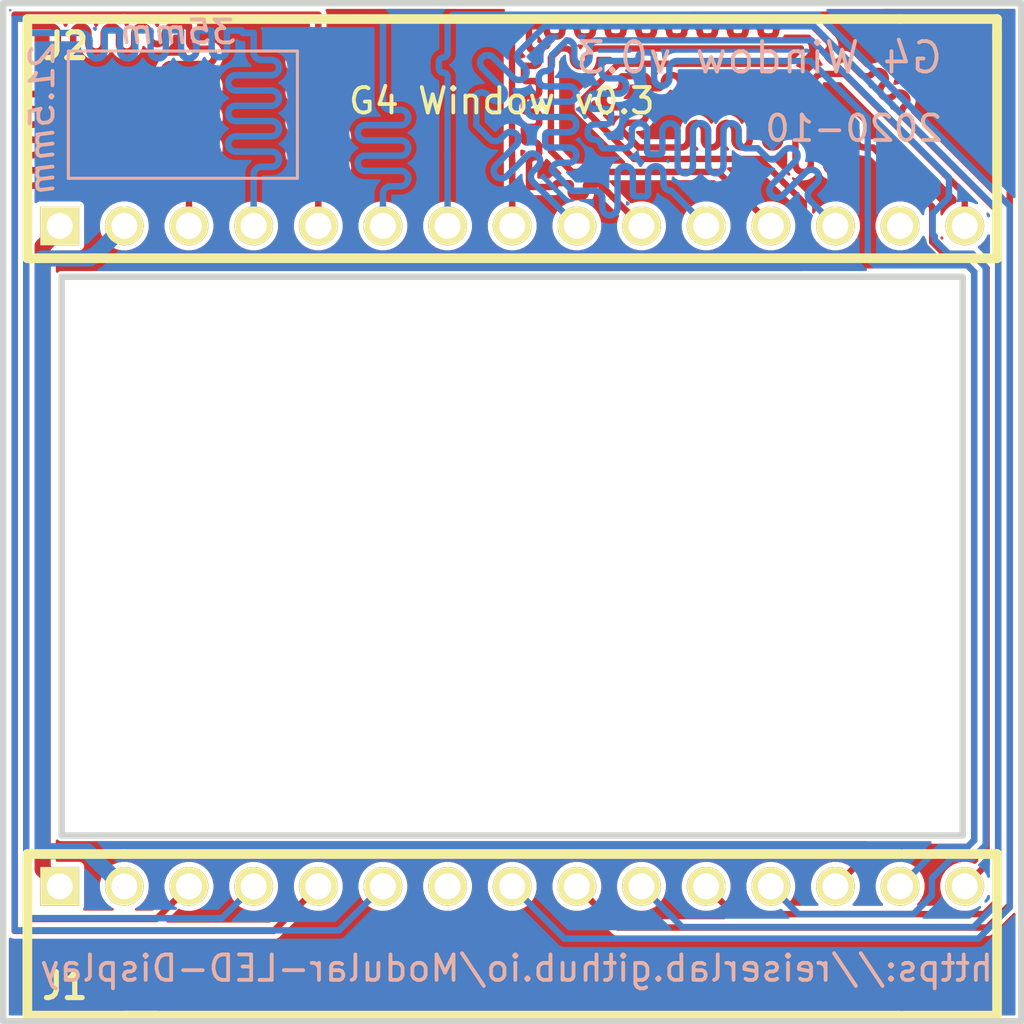
<source format=kicad_pcb>
(kicad_pcb (version 20171130) (host pcbnew 5.1.10)
  (layers (0 F.Cu signal) (31 B.Cu signal) (34 B.Paste user) (35 F.Paste user) (36 B.SilkS user) (37 F.SilkS user) (38 B.Mask user) (39 F.Mask user) (44 Edge.Cuts user))
  (net 0 "")
  (net 1 /EXT_INTO)
  (net 2 /CS7)
  (net 3 /CS6)
  (net 4 /CS5)
  (net 5 /CS4)
  (net 6 /CS3)
  (net 7 /CS2)
  (net 8 /CS1)
  (net 9 /CIPO)
  (net 10 /COPI)
  (net 11 /SCK)
  (net 12 /RESET)
  (net 13 GND)
  (net 14 +5V)
  (module comm_placeholder_v0:HEADER_BOT (layer F.Cu) (at 70 84.7)
    (fp_text reference J1 (at -17.5744 3.9111) (layer F.SilkS) (effects (font (size 1.016 1.016) (thickness 0.2032))))
    (fp_text value Conn_01x15_Male hide)
    (pad 1 thru_hole rect (at -17.78 0) (size 1.524 1.524) (drill 1.016) (layers *.Cu *.Mask F.SilkS) (net 14 +5V))
    (pad 2 thru_hole circle (at -15.24 0) (size 1.524 1.524) (drill 1.016) (layers *.Cu *.Mask F.SilkS) (net 13 GND))
    (pad 3 thru_hole circle (at -12.7 0) (size 1.524 1.524) (drill 1.016) (layers *.Cu *.Mask F.SilkS) (net 12 /RESET))
    (pad 4 thru_hole circle (at -10.16 0) (size 1.524 1.524) (drill 1.016) (layers *.Cu *.Mask F.SilkS) (net 11 /SCK))
    (pad 5 thru_hole circle (at -7.62 0) (size 1.524 1.524) (drill 1.016) (layers *.Cu *.Mask F.SilkS) (net 10 /COPI))
    (pad 6 thru_hole circle (at -5.08 0) (size 1.524 1.524) (drill 1.016) (layers *.Cu *.Mask F.SilkS) (net 9 /CIPO))
    (pad 7 thru_hole circle (at -2.54 0) (size 1.524 1.524) (drill 1.016) (layers *.Cu *.Mask F.SilkS))
    (pad 8 thru_hole circle (at 0 0) (size 1.524 1.524) (drill 1.016) (layers *.Cu *.Mask F.SilkS) (net 8 /CS1))
    (pad 9 thru_hole circle (at 2.54 0) (size 1.524 1.524) (drill 1.016) (layers *.Cu *.Mask F.SilkS) (net 7 /CS2))
    (pad 10 thru_hole circle (at 5.08 0) (size 1.524 1.524) (drill 1.016) (layers *.Cu *.Mask F.SilkS) (net 6 /CS3))
    (pad 11 thru_hole circle (at 7.62 0) (size 1.524 1.524) (drill 1.016) (layers *.Cu *.Mask F.SilkS) (net 5 /CS4))
    (pad 12 thru_hole circle (at 10.16 0) (size 1.524 1.524) (drill 1.016) (layers *.Cu *.Mask F.SilkS) (net 4 /CS5))
    (pad 13 thru_hole circle (at 12.7 0) (size 1.524 1.524) (drill 1.016) (layers *.Cu *.Mask F.SilkS) (net 3 /CS6))
    (pad 14 thru_hole circle (at 15.24 0) (size 1.524 1.524) (drill 1.016) (layers *.Cu *.Mask F.SilkS) (net 2 /CS7))
    (pad 15 thru_hole circle (at 17.78 0) (size 1.524 1.524) (drill 1.016) (layers *.Cu *.Mask F.SilkS) (net 1 /EXT_INTO))
  )
  (module comm_placeholder_v0:HEADER_TOP (layer F.Cu) (at 70 58.75)
    (fp_text reference J2 (at -17.549 -7.0706) (layer F.SilkS) (effects (font (size 1.016 1.016) (thickness 0.2032))))
    (fp_text value Conn_01x15_Female hide)
    (pad 1 thru_hole rect (at -17.78 0) (size 1.524 1.524) (drill 1.016) (layers *.Cu *.Mask F.SilkS) (net 14 +5V))
    (pad 2 thru_hole circle (at -15.24 0) (size 1.524 1.524) (drill 1.016) (layers *.Cu *.Mask F.SilkS) (net 13 GND))
    (pad 3 thru_hole circle (at -12.7 0) (size 1.524 1.524) (drill 1.016) (layers *.Cu *.Mask F.SilkS) (net 12 /RESET))
    (pad 4 thru_hole circle (at -10.16 0) (size 1.524 1.524) (drill 1.016) (layers *.Cu *.Mask F.SilkS) (net 11 /SCK))
    (pad 5 thru_hole circle (at -7.62 0) (size 1.524 1.524) (drill 1.016) (layers *.Cu *.Mask F.SilkS) (net 10 /COPI))
    (pad 6 thru_hole circle (at -5.08 0) (size 1.524 1.524) (drill 1.016) (layers *.Cu *.Mask F.SilkS) (net 9 /CIPO))
    (pad 7 thru_hole circle (at -2.54 0) (size 1.524 1.524) (drill 1.016) (layers *.Cu *.Mask F.SilkS) (net 8 /CS1))
    (pad 8 thru_hole circle (at 0 0) (size 1.524 1.524) (drill 1.016) (layers *.Cu *.Mask F.SilkS) (net 7 /CS2))
    (pad 9 thru_hole circle (at 2.54 0) (size 1.524 1.524) (drill 1.016) (layers *.Cu *.Mask F.SilkS) (net 6 /CS3))
    (pad 10 thru_hole circle (at 5.08 0) (size 1.524 1.524) (drill 1.016) (layers *.Cu *.Mask F.SilkS) (net 5 /CS4))
    (pad 11 thru_hole circle (at 7.62 0) (size 1.524 1.524) (drill 1.016) (layers *.Cu *.Mask F.SilkS) (net 4 /CS5))
    (pad 12 thru_hole circle (at 10.16 0) (size 1.524 1.524) (drill 1.016) (layers *.Cu *.Mask F.SilkS) (net 3 /CS6))
    (pad 13 thru_hole circle (at 12.7 0) (size 1.524 1.524) (drill 1.016) (layers *.Cu *.Mask F.SilkS) (net 2 /CS7))
    (pad 14 thru_hole circle (at 15.24 0) (size 1.524 1.524) (drill 1.016) (layers *.Cu *.Mask F.SilkS))
    (pad 15 thru_hole circle (at 17.78 0) (size 1.524 1.524) (drill 1.016) (layers *.Cu *.Mask F.SilkS) (net 1 /EXT_INTO))
  )
  (gr_text 21.5mm (at 51.53 54.52 90) (layer B.SilkS) (effects (font (size 0.9 1) (thickness 0.15) italic) (justify mirror)))
  (gr_text 35mm (at 56.89 51.13) (layer B.SilkS) (effects (font (size 0.9 1) (thickness 0.15) italic) (justify mirror)))
  (gr_line (start 61.56 51.88) (end 52.56 51.88) (layer B.SilkS) (width 0.12))
  (gr_line (start 61.56 56.88) (end 61.56 51.88) (layer B.SilkS) (width 0.12))
  (gr_line (start 52.56 56.88) (end 61.56 56.88) (layer B.SilkS) (width 0.12))
  (gr_line (start 52.56 51.88) (end 52.56 56.88) (layer B.SilkS) (width 0.12))
  (gr_text https://reiserlab.github.io/Modular-LED-Display (at 70.17 87.92) (layer B.SilkS) (effects (font (size 1 1)) (justify mirror)))
  (gr_text 2020-10 (at 87 54.92) (layer B.SilkS) (effects (font (size 1 1)) (justify left mirror)))
  (gr_text "G4 Window v0.3" (at 87 52.14) (layer B.SilkS) (effects (font (size 1.2 1.2)) (justify left mirror)))
  (gr_text "G4 Window v0.3\n" (at 69.59 53.84) (layer F.SilkS) (effects (font (size 1 1))))
  (gr_line (start 87.7 60.75) (end 87.7 82.7) (layer Edge.Cuts) (width 0.25))
  (gr_line (start 52.3 60.75) (end 87.7 60.75) (layer Edge.Cuts) (width 0.25))
  (gr_line (start 52.3 82.7) (end 52.3 60.75) (layer Edge.Cuts) (width 0.25))
  (gr_line (start 87.7 82.7) (end 52.3 82.7) (layer Edge.Cuts) (width 0.25))
  (gr_line (start 90 50) (end 90 90) (layer Edge.Cuts) (width 0.25))
  (gr_line (start 50 50) (end 90 50) (layer Edge.Cuts) (width 0.25))
  (gr_line (start 50 50) (end 50 90) (layer Edge.Cuts) (width 0.25))
  (gr_line (start 50 90) (end 90 90) (layer Edge.Cuts) (width 0.25))
  (segment (start 87.78 57.511306) (end 87.78 58.75) (width 0.25) (layer F.Cu) (net 1))
  (segment (start 83.048694 52.78) (end 87.78 57.511306) (width 0.25) (layer F.Cu) (net 1))
  (segment (start 82.109653 52.787521) (end 82.17641 52.78) (width 0.25) (layer F.Cu) (net 1))
  (segment (start 82.046244 52.809709) (end 82.109653 52.787521) (width 0.25) (layer F.Cu) (net 1))
  (segment (start 81.989363 52.84545) (end 82.046244 52.809709) (width 0.25) (layer F.Cu) (net 1))
  (segment (start 81.883931 53.013243) (end 81.906119 52.949834) (width 0.25) (layer F.Cu) (net 1))
  (segment (start 81.87641 53.08) (end 81.883931 53.013243) (width 0.25) (layer F.Cu) (net 1))
  (segment (start 81.810959 53.632767) (end 81.8467 53.575886) (width 0.25) (layer F.Cu) (net 1))
  (segment (start 81.763456 53.68027) (end 81.810959 53.632767) (width 0.25) (layer F.Cu) (net 1))
  (segment (start 81.706575 53.716011) (end 81.763456 53.68027) (width 0.25) (layer F.Cu) (net 1))
  (segment (start 81.389363 53.68027) (end 81.446244 53.716011) (width 0.25) (layer F.Cu) (net 1))
  (segment (start 81.34186 53.632767) (end 81.389363 53.68027) (width 0.25) (layer F.Cu) (net 1))
  (segment (start 81.27641 53.08) (end 81.27641 53.445721) (width 0.25) (layer F.Cu) (net 1))
  (segment (start 81.106575 52.809709) (end 81.163456 52.84545) (width 0.25) (layer F.Cu) (net 1))
  (segment (start 81.043166 52.787521) (end 81.106575 52.809709) (width 0.25) (layer F.Cu) (net 1))
  (segment (start 80.97641 52.78) (end 81.043166 52.787521) (width 0.25) (layer F.Cu) (net 1))
  (segment (start 80.9264 52.83001) (end 80.97641 52.78) (width 0.25) (layer F.Cu) (net 1))
  (segment (start 79.833233 52.837531) (end 79.89999 52.83001) (width 0.25) (layer F.Cu) (net 1))
  (segment (start 79.29999 53.795731) (end 79.366746 53.788209) (width 0.25) (layer F.Cu) (net 1))
  (segment (start 78.992468 53.063253) (end 78.99999 53.13001) (width 0.25) (layer F.Cu) (net 1))
  (segment (start 78.766746 52.837531) (end 78.830155 52.859719) (width 0.25) (layer F.Cu) (net 1))
  (segment (start 78.512943 52.89546) (end 78.569824 52.859719) (width 0.25) (layer F.Cu) (net 1))
  (segment (start 78.39999 53.495731) (end 78.39999 53.13001) (width 0.25) (layer F.Cu) (net 1))
  (segment (start 78.287036 53.73028) (end 78.334539 53.682777) (width 0.25) (layer F.Cu) (net 1))
  (segment (start 77.734539 52.942963) (end 77.77028 52.999844) (width 0.25) (layer F.Cu) (net 1))
  (segment (start 77.49999 52.83001) (end 77.566746 52.837531) (width 0.25) (layer F.Cu) (net 1))
  (segment (start 77.229699 52.999844) (end 77.26544 52.942963) (width 0.25) (layer F.Cu) (net 1))
  (segment (start 77.207511 53.063253) (end 77.229699 52.999844) (width 0.25) (layer F.Cu) (net 1))
  (segment (start 77.192468 53.562487) (end 77.19999 53.495731) (width 0.25) (layer F.Cu) (net 1))
  (segment (start 82.17641 52.78) (end 83.048694 52.78) (width 0.25) (layer F.Cu) (net 1))
  (segment (start 77.17028 53.625896) (end 77.192468 53.562487) (width 0.25) (layer F.Cu) (net 1))
  (segment (start 81.94186 52.892953) (end 81.989363 52.84545) (width 0.25) (layer F.Cu) (net 1))
  (segment (start 76.966746 53.788209) (end 77.030155 53.766021) (width 0.25) (layer F.Cu) (net 1))
  (segment (start 81.906119 52.949834) (end 81.94186 52.892953) (width 0.25) (layer F.Cu) (net 1))
  (segment (start 76.89999 53.795731) (end 76.966746 53.788209) (width 0.25) (layer F.Cu) (net 1))
  (segment (start 81.87641 53.445721) (end 81.87641 53.08) (width 0.25) (layer F.Cu) (net 1))
  (segment (start 76.712943 53.73028) (end 76.769824 53.766021) (width 0.25) (layer F.Cu) (net 1))
  (segment (start 81.868888 53.512477) (end 81.87641 53.445721) (width 0.25) (layer F.Cu) (net 1))
  (segment (start 76.66544 53.682777) (end 76.712943 53.73028) (width 0.25) (layer F.Cu) (net 1))
  (segment (start 81.8467 53.575886) (end 81.868888 53.512477) (width 0.25) (layer F.Cu) (net 1))
  (segment (start 76.629699 53.625896) (end 76.66544 53.682777) (width 0.25) (layer F.Cu) (net 1))
  (segment (start 76.607511 53.562487) (end 76.629699 53.625896) (width 0.25) (layer F.Cu) (net 1))
  (segment (start 76.59999 53.495731) (end 76.607511 53.562487) (width 0.25) (layer F.Cu) (net 1))
  (segment (start 81.57641 53.745721) (end 81.643166 53.738199) (width 0.25) (layer F.Cu) (net 1))
  (segment (start 76.57028 52.999844) (end 76.592468 53.063253) (width 0.25) (layer F.Cu) (net 1))
  (segment (start 81.509653 53.738199) (end 81.57641 53.745721) (width 0.25) (layer F.Cu) (net 1))
  (segment (start 76.534539 52.942963) (end 76.57028 52.999844) (width 0.25) (layer F.Cu) (net 1))
  (segment (start 81.446244 53.716011) (end 81.509653 53.738199) (width 0.25) (layer F.Cu) (net 1))
  (segment (start 76.487036 52.89546) (end 76.534539 52.942963) (width 0.25) (layer F.Cu) (net 1))
  (segment (start 76.054936 52.886266) (end 76.103828 52.855546) (width 0.25) (layer F.Cu) (net 1))
  (segment (start 76.014106 52.927096) (end 76.054936 52.886266) (width 0.25) (layer F.Cu) (net 1))
  (segment (start 75.983386 52.975988) (end 76.014106 52.927096) (width 0.25) (layer F.Cu) (net 1))
  (segment (start 75.964315 53.03049) (end 75.983386 52.975988) (width 0.25) (layer F.Cu) (net 1))
  (segment (start 75.951384 53.14525) (end 75.964315 53.03049) (width 0.25) (layer F.Cu) (net 1))
  (segment (start 75.932313 53.199752) (end 75.951384 53.14525) (width 0.25) (layer F.Cu) (net 1))
  (segment (start 75.901593 53.248644) (end 75.932313 53.199752) (width 0.25) (layer F.Cu) (net 1))
  (segment (start 75.860763 53.289474) (end 75.901593 53.248644) (width 0.25) (layer F.Cu) (net 1))
  (segment (start 75.811871 53.320194) (end 75.860763 53.289474) (width 0.25) (layer F.Cu) (net 1))
  (segment (start 79.30028 55.500155) (end 79.264539 55.557036) (width 0.25) (layer F.Cu) (net 1))
  (segment (start 79.322468 55.436746) (end 79.30028 55.500155) (width 0.25) (layer F.Cu) (net 1))
  (segment (start 79.89999 52.83001) (end 80.9264 52.83001) (width 0.25) (layer F.Cu) (net 1))
  (segment (start 79.359699 54.874103) (end 79.337511 54.937512) (width 0.25) (layer F.Cu) (net 1))
  (segment (start 81.306119 53.575886) (end 81.34186 53.632767) (width 0.25) (layer F.Cu) (net 1))
  (segment (start 76.29999 52.83001) (end 76.366746 52.837531) (width 0.25) (layer F.Cu) (net 1))
  (segment (start 79.62999 54.704269) (end 79.563233 54.71179) (width 0.25) (layer F.Cu) (net 1))
  (segment (start 80.763233 54.71179) (end 80.699824 54.733978) (width 0.25) (layer F.Cu) (net 1))
  (segment (start 79.712943 52.89546) (end 79.769824 52.859719) (width 0.25) (layer F.Cu) (net 1))
  (segment (start 76.760155 55.64028) (end 76.696746 55.662468) (width 0.25) (layer F.Cu) (net 1))
  (segment (start 79.39544 54.817222) (end 79.359699 54.874103) (width 0.25) (layer F.Cu) (net 1))
  (segment (start 81.283931 53.512477) (end 81.306119 53.575886) (width 0.25) (layer F.Cu) (net 1))
  (segment (start 76.21571 52.83001) (end 76.29999 52.83001) (width 0.25) (layer F.Cu) (net 1))
  (segment (start 79.696746 54.71179) (end 79.62999 54.704269) (width 0.25) (layer F.Cu) (net 1))
  (segment (start 79.66544 52.942963) (end 79.712943 52.89546) (width 0.25) (layer F.Cu) (net 1))
  (segment (start 76.817036 55.604539) (end 76.760155 55.64028) (width 0.25) (layer F.Cu) (net 1))
  (segment (start 76.366746 52.837531) (end 76.430155 52.859719) (width 0.25) (layer F.Cu) (net 1))
  (segment (start 79.563233 54.71179) (end 79.499824 54.733978) (width 0.25) (layer F.Cu) (net 1))
  (segment (start 79.337511 54.937512) (end 79.32999 55.004269) (width 0.25) (layer F.Cu) (net 1))
  (segment (start 79.769824 52.859719) (end 79.833233 52.837531) (width 0.25) (layer F.Cu) (net 1))
  (segment (start 76.696746 55.662468) (end 76.62999 55.66999) (width 0.25) (layer F.Cu) (net 1))
  (segment (start 79.817036 54.769719) (end 79.760155 54.733978) (width 0.25) (layer F.Cu) (net 1))
  (segment (start 80.960155 54.733978) (end 80.896746 54.71179) (width 0.25) (layer F.Cu) (net 1))
  (segment (start 81.268888 53.013243) (end 81.27641 53.08) (width 0.25) (layer F.Cu) (net 1))
  (segment (start 79.864539 54.817222) (end 79.817036 54.769719) (width 0.25) (layer F.Cu) (net 1))
  (segment (start 81.017036 54.769719) (end 80.960155 54.733978) (width 0.25) (layer F.Cu) (net 1))
  (segment (start 86.5 59.38) (end 86.5 57.99) (width 0.25) (layer F.Cu) (net 1))
  (segment (start 79.59999 53.13001) (end 79.607511 53.063253) (width 0.25) (layer F.Cu) (net 1))
  (segment (start 83.699824 55.64028) (end 83.642943 55.604539) (width 0.25) (layer F.Cu) (net 1))
  (segment (start 76.922468 55.436746) (end 76.90028 55.500155) (width 0.25) (layer F.Cu) (net 1))
  (segment (start 81.064539 54.817222) (end 81.017036 54.769719) (width 0.25) (layer F.Cu) (net 1))
  (segment (start 79.99544 55.557036) (end 79.959699 55.500155) (width 0.25) (layer F.Cu) (net 1))
  (segment (start 81.159699 56.465877) (end 81.137511 56.402468) (width 0.25) (layer F.Cu) (net 1))
  (segment (start 80.042943 55.604539) (end 79.99544 55.557036) (width 0.25) (layer F.Cu) (net 1))
  (segment (start 80.099824 55.64028) (end 80.042943 55.604539) (width 0.25) (layer F.Cu) (net 1))
  (segment (start 80.163233 55.662468) (end 80.099824 55.64028) (width 0.25) (layer F.Cu) (net 1))
  (segment (start 80.296746 55.662468) (end 80.22999 55.66999) (width 0.25) (layer F.Cu) (net 1))
  (segment (start 82.563233 56.62819) (end 82.499824 56.606002) (width 0.25) (layer F.Cu) (net 1))
  (segment (start 80.360155 55.64028) (end 80.296746 55.662468) (width 0.25) (layer F.Cu) (net 1))
  (segment (start 82.62999 56.635711) (end 82.563233 56.62819) (width 0.25) (layer F.Cu) (net 1))
  (segment (start 80.50028 55.500155) (end 80.464539 55.557036) (width 0.25) (layer F.Cu) (net 1))
  (segment (start 82.817036 56.570261) (end 82.760155 56.606002) (width 0.25) (layer F.Cu) (net 1))
  (segment (start 80.522468 55.436746) (end 80.50028 55.500155) (width 0.25) (layer F.Cu) (net 1))
  (segment (start 81.70028 56.465877) (end 81.664539 56.522758) (width 0.25) (layer F.Cu) (net 1))
  (segment (start 82.864539 56.522758) (end 82.817036 56.570261) (width 0.25) (layer F.Cu) (net 1))
  (segment (start 80.52999 55.36999) (end 80.522468 55.436746) (width 0.25) (layer F.Cu) (net 1))
  (segment (start 81.722468 56.402468) (end 81.70028 56.465877) (width 0.25) (layer F.Cu) (net 1))
  (segment (start 82.90028 56.465877) (end 82.864539 56.522758) (width 0.25) (layer F.Cu) (net 1))
  (segment (start 78.97028 52.999844) (end 78.992468 53.063253) (width 0.25) (layer F.Cu) (net 1))
  (segment (start 77.537511 55.436746) (end 77.52999 55.36999) (width 0.25) (layer F.Cu) (net 1))
  (segment (start 80.52999 55.004269) (end 80.52999 55.36999) (width 0.25) (layer F.Cu) (net 1))
  (segment (start 81.72999 56.335711) (end 81.722468 56.402468) (width 0.25) (layer F.Cu) (net 1))
  (segment (start 82.922468 56.402468) (end 82.90028 56.465877) (width 0.25) (layer F.Cu) (net 1))
  (segment (start 78.934539 52.942963) (end 78.97028 52.999844) (width 0.25) (layer F.Cu) (net 1))
  (segment (start 77.559699 55.500155) (end 77.537511 55.436746) (width 0.25) (layer F.Cu) (net 1))
  (segment (start 81.643166 53.738199) (end 81.706575 53.716011) (width 0.25) (layer F.Cu) (net 1))
  (segment (start 75.757369 53.339265) (end 75.811871 53.320194) (width 0.25) (layer F.Cu) (net 1))
  (segment (start 80.537511 54.937512) (end 80.52999 55.004269) (width 0.25) (layer F.Cu) (net 1))
  (segment (start 81.72999 55.004269) (end 81.72999 56.335711) (width 0.25) (layer F.Cu) (net 1))
  (segment (start 82.92999 56.335711) (end 82.922468 56.402468) (width 0.25) (layer F.Cu) (net 1))
  (segment (start 78.887036 52.89546) (end 78.934539 52.942963) (width 0.25) (layer F.Cu) (net 1))
  (segment (start 77.59544 55.557036) (end 77.559699 55.500155) (width 0.25) (layer F.Cu) (net 1))
  (segment (start 80.559699 54.874103) (end 80.537511 54.937512) (width 0.25) (layer F.Cu) (net 1))
  (segment (start 81.737511 54.937512) (end 81.72999 55.004269) (width 0.25) (layer F.Cu) (net 1))
  (segment (start 82.92999 55.004269) (end 82.92999 56.335711) (width 0.25) (layer F.Cu) (net 1))
  (segment (start 79.096746 55.662468) (end 79.02999 55.66999) (width 0.25) (layer F.Cu) (net 1))
  (segment (start 78.830155 52.859719) (end 78.887036 52.89546) (width 0.25) (layer F.Cu) (net 1))
  (segment (start 77.642943 55.604539) (end 77.59544 55.557036) (width 0.25) (layer F.Cu) (net 1))
  (segment (start 75.55833 53.339265) (end 75.61571 53.345731) (width 0.25) (layer F.Cu) (net 1))
  (segment (start 74.3 52.88641) (end 74.31641 52.87) (width 0.25) (layer F.Cu) (net 1))
  (segment (start 76.430155 52.859719) (end 76.487036 52.89546) (width 0.25) (layer F.Cu) (net 1))
  (segment (start 75.503828 53.320194) (end 75.55833 53.339265) (width 0.25) (layer F.Cu) (net 1))
  (segment (start 80.896746 54.71179) (end 80.82999 54.704269) (width 0.25) (layer F.Cu) (net 1))
  (segment (start 81.27641 53.445721) (end 81.283931 53.512477) (width 0.25) (layer F.Cu) (net 1))
  (segment (start 79.760155 54.733978) (end 79.696746 54.71179) (width 0.25) (layer F.Cu) (net 1))
  (segment (start 79.59999 53.495731) (end 79.59999 53.13001) (width 0.25) (layer F.Cu) (net 1))
  (segment (start 76.92999 55.36999) (end 76.922468 55.436746) (width 0.25) (layer F.Cu) (net 1))
  (segment (start 83.642943 55.604539) (end 83.59544 55.557036) (width 0.25) (layer F.Cu) (net 1))
  (segment (start 79.442943 54.769719) (end 79.39544 54.817222) (width 0.25) (layer F.Cu) (net 1))
  (segment (start 78.46544 52.942963) (end 78.512943 52.89546) (width 0.25) (layer F.Cu) (net 1))
  (segment (start 78.017036 55.604539) (end 77.960155 55.64028) (width 0.25) (layer F.Cu) (net 1))
  (segment (start 79.629699 52.999844) (end 79.66544 52.942963) (width 0.25) (layer F.Cu) (net 1))
  (segment (start 76.864539 55.557036) (end 76.817036 55.604539) (width 0.25) (layer F.Cu) (net 1))
  (segment (start 81.10028 54.874103) (end 81.064539 54.817222) (width 0.25) (layer F.Cu) (net 1))
  (segment (start 83.52999 55.36999) (end 83.52999 55.004269) (width 0.25) (layer F.Cu) (net 1))
  (segment (start 81.122468 54.937512) (end 81.10028 54.874103) (width 0.25) (layer F.Cu) (net 1))
  (segment (start 81.12999 55.004269) (end 81.122468 54.937512) (width 0.25) (layer F.Cu) (net 1))
  (segment (start 76.103828 52.855546) (end 76.15833 52.836475) (width 0.25) (layer F.Cu) (net 1))
  (segment (start 81.12999 56.335711) (end 81.12999 55.004269) (width 0.25) (layer F.Cu) (net 1))
  (segment (start 81.210959 52.892953) (end 81.2467 52.949834) (width 0.25) (layer F.Cu) (net 1))
  (segment (start 79.922468 54.937512) (end 79.90028 54.874103) (width 0.25) (layer F.Cu) (net 1))
  (segment (start 79.592468 53.562487) (end 79.59999 53.495731) (width 0.25) (layer F.Cu) (net 1))
  (segment (start 76.92999 55.004269) (end 76.92999 55.36999) (width 0.25) (layer F.Cu) (net 1))
  (segment (start 81.137511 56.402468) (end 81.12999 56.335711) (width 0.25) (layer F.Cu) (net 1))
  (segment (start 79.959699 55.500155) (end 79.937511 55.436746) (width 0.25) (layer F.Cu) (net 1))
  (segment (start 81.163456 52.84545) (end 81.210959 52.892953) (width 0.25) (layer F.Cu) (net 1))
  (segment (start 79.92999 55.004269) (end 79.922468 54.937512) (width 0.25) (layer F.Cu) (net 1))
  (segment (start 82.30028 54.874103) (end 82.264539 54.817222) (width 0.25) (layer F.Cu) (net 1))
  (segment (start 78.392468 53.562487) (end 78.39999 53.495731) (width 0.25) (layer F.Cu) (net 1))
  (segment (start 78.12999 55.004269) (end 78.12999 55.36999) (width 0.25) (layer F.Cu) (net 1))
  (segment (start 81.363233 56.62819) (end 81.299824 56.606002) (width 0.25) (layer F.Cu) (net 1))
  (segment (start 80.22999 55.66999) (end 80.163233 55.662468) (width 0.25) (layer F.Cu) (net 1))
  (segment (start 81.42999 56.635711) (end 81.363233 56.62819) (width 0.25) (layer F.Cu) (net 1))
  (segment (start 81.664539 56.522758) (end 81.617036 56.570261) (width 0.25) (layer F.Cu) (net 1))
  (segment (start 75.61571 53.345731) (end 75.69999 53.345731) (width 0.25) (layer F.Cu) (net 1))
  (segment (start 75.265721 54.39359) (end 75.258199 54.326833) (width 0.25) (layer F.Cu) (net 1))
  (segment (start 77.687036 52.89546) (end 77.734539 52.942963) (width 0.25) (layer F.Cu) (net 1))
  (segment (start 78.79544 55.557036) (end 78.759699 55.500155) (width 0.25) (layer F.Cu) (net 1))
  (segment (start 74.292479 53.260346) (end 74.3 53.19359) (width 0.25) (layer F.Cu) (net 1))
  (segment (start 79.57028 53.625896) (end 79.592468 53.562487) (width 0.25) (layer F.Cu) (net 1))
  (segment (start 76.937511 54.937512) (end 76.92999 55.004269) (width 0.25) (layer F.Cu) (net 1))
  (segment (start 84.17999 55.66999) (end 83.82999 55.66999) (width 0.25) (layer F.Cu) (net 1))
  (segment (start 83.163233 54.71179) (end 83.099824 54.733978) (width 0.25) (layer F.Cu) (net 1))
  (segment (start 82.02999 54.704269) (end 81.963233 54.71179) (width 0.25) (layer F.Cu) (net 1))
  (segment (start 83.59544 55.557036) (end 83.559699 55.500155) (width 0.25) (layer F.Cu) (net 1))
  (segment (start 76.592468 53.063253) (end 76.59999 53.13001) (width 0.25) (layer F.Cu) (net 1))
  (segment (start 83.52999 55.004269) (end 83.522468 54.937512) (width 0.25) (layer F.Cu) (net 1))
  (segment (start 79.32999 55.36999) (end 79.322468 55.436746) (width 0.25) (layer F.Cu) (net 1))
  (segment (start 82.937511 54.937512) (end 82.92999 55.004269) (width 0.25) (layer F.Cu) (net 1))
  (segment (start 83.82999 55.66999) (end 83.763233 55.662468) (width 0.25) (layer F.Cu) (net 1))
  (segment (start 81.759699 54.874103) (end 81.737511 54.937512) (width 0.25) (layer F.Cu) (net 1))
  (segment (start 77.699824 55.64028) (end 77.642943 55.604539) (width 0.25) (layer F.Cu) (net 1))
  (segment (start 83.559699 55.500155) (end 83.537511 55.436746) (width 0.25) (layer F.Cu) (net 1))
  (segment (start 88.639968 60.411492) (end 88.074457 59.845981) (width 0.25) (layer F.Cu) (net 1))
  (segment (start 79.499824 54.733978) (end 79.442943 54.769719) (width 0.25) (layer F.Cu) (net 1))
  (segment (start 82.096746 54.71179) (end 82.02999 54.704269) (width 0.25) (layer F.Cu) (net 1))
  (segment (start 78.429699 52.999844) (end 78.46544 52.942963) (width 0.25) (layer F.Cu) (net 1))
  (segment (start 78.064539 55.557036) (end 78.017036 55.604539) (width 0.25) (layer F.Cu) (net 1))
  (segment (start 76.90028 55.500155) (end 76.864539 55.557036) (width 0.25) (layer F.Cu) (net 1))
  (segment (start 81.560155 56.606002) (end 81.496746 56.62819) (width 0.25) (layer F.Cu) (net 1))
  (segment (start 77.829699 53.625896) (end 77.86544 53.682777) (width 0.25) (layer F.Cu) (net 1))
  (segment (start 78.664539 54.817222) (end 78.617036 54.769719) (width 0.25) (layer F.Cu) (net 1))
  (segment (start 79.007511 53.562487) (end 79.029699 53.625896) (width 0.25) (layer F.Cu) (net 1))
  (segment (start 77.50028 54.874103) (end 77.464539 54.817222) (width 0.25) (layer F.Cu) (net 1))
  (segment (start 82.442943 56.570261) (end 82.39544 56.522758) (width 0.25) (layer F.Cu) (net 1))
  (segment (start 78.42999 54.704269) (end 78.363233 54.71179) (width 0.25) (layer F.Cu) (net 1))
  (segment (start 80.417036 55.604539) (end 80.360155 55.64028) (width 0.25) (layer F.Cu) (net 1))
  (segment (start 82.696746 56.62819) (end 82.62999 56.635711) (width 0.25) (layer F.Cu) (net 1))
  (segment (start 79.607511 53.063253) (end 79.629699 52.999844) (width 0.25) (layer F.Cu) (net 1))
  (segment (start 83.537511 55.436746) (end 83.52999 55.36999) (width 0.25) (layer F.Cu) (net 1))
  (segment (start 82.39544 56.522758) (end 82.359699 56.465877) (width 0.25) (layer F.Cu) (net 1))
  (segment (start 78.09999 53.795731) (end 78.166746 53.788209) (width 0.25) (layer F.Cu) (net 1))
  (segment (start 78.363233 54.71179) (end 78.299824 54.733978) (width 0.25) (layer F.Cu) (net 1))
  (segment (start 82.99544 54.817222) (end 82.959699 54.874103) (width 0.25) (layer F.Cu) (net 1))
  (segment (start 81.842943 54.769719) (end 81.79544 54.817222) (width 0.25) (layer F.Cu) (net 1))
  (segment (start 78.633233 52.837531) (end 78.69999 52.83001) (width 0.25) (layer F.Cu) (net 1))
  (segment (start 77.82999 55.66999) (end 77.763233 55.662468) (width 0.25) (layer F.Cu) (net 1))
  (segment (start 77.26544 52.942963) (end 77.312943 52.89546) (width 0.25) (layer F.Cu) (net 1))
  (segment (start 76.59999 53.13001) (end 76.59999 53.495731) (width 0.25) (layer F.Cu) (net 1))
  (segment (start 83.522468 54.937512) (end 83.50028 54.874103) (width 0.25) (layer F.Cu) (net 1))
  (segment (start 81.2467 52.949834) (end 81.268888 53.013243) (width 0.25) (layer F.Cu) (net 1))
  (segment (start 79.90028 54.874103) (end 79.864539 54.817222) (width 0.25) (layer F.Cu) (net 1))
  (segment (start 88.074457 59.845981) (end 87.724021 59.845979) (width 0.25) (layer F.Cu) (net 1))
  (segment (start 77.312943 52.89546) (end 77.369824 52.859719) (width 0.25) (layer F.Cu) (net 1))
  (segment (start 83.50028 54.874103) (end 83.464539 54.817222) (width 0.25) (layer F.Cu) (net 1))
  (segment (start 82.959699 54.874103) (end 82.937511 54.937512) (width 0.25) (layer F.Cu) (net 1))
  (segment (start 79.32999 55.004269) (end 79.32999 55.36999) (width 0.25) (layer F.Cu) (net 1))
  (segment (start 78.69999 52.83001) (end 78.766746 52.837531) (width 0.25) (layer F.Cu) (net 1))
  (segment (start 77.763233 55.662468) (end 77.699824 55.64028) (width 0.25) (layer F.Cu) (net 1))
  (segment (start 86.965979 59.845979) (end 86.5 59.38) (width 0.25) (layer F.Cu) (net 1))
  (segment (start 88.639968 83.840032) (end 88.639968 60.411492) (width 0.25) (layer F.Cu) (net 1))
  (segment (start 73.754114 53.523299) (end 73.817523 53.501111) (width 0.25) (layer F.Cu) (net 1))
  (segment (start 81.899824 54.733978) (end 81.842943 54.769719) (width 0.25) (layer F.Cu) (net 1))
  (segment (start 77.433233 52.837531) (end 77.49999 52.83001) (width 0.25) (layer F.Cu) (net 1))
  (segment (start 83.417036 54.769719) (end 83.360155 54.733978) (width 0.25) (layer F.Cu) (net 1))
  (segment (start 79.02999 55.66999) (end 78.963233 55.662468) (width 0.25) (layer F.Cu) (net 1))
  (segment (start 78.569824 52.859719) (end 78.633233 52.837531) (width 0.25) (layer F.Cu) (net 1))
  (segment (start 77.896746 55.662468) (end 77.82999 55.66999) (width 0.25) (layer F.Cu) (net 1))
  (segment (start 81.79544 54.817222) (end 81.759699 54.874103) (width 0.25) (layer F.Cu) (net 1))
  (segment (start 87.724021 59.845979) (end 86.965979 59.845979) (width 0.25) (layer F.Cu) (net 1))
  (segment (start 83.763233 55.662468) (end 83.699824 55.64028) (width 0.25) (layer F.Cu) (net 1))
  (segment (start 80.464539 55.557036) (end 80.417036 55.604539) (width 0.25) (layer F.Cu) (net 1))
  (segment (start 82.760155 56.606002) (end 82.696746 56.62819) (width 0.25) (layer F.Cu) (net 1))
  (segment (start 77.369824 52.859719) (end 77.433233 52.837531) (width 0.25) (layer F.Cu) (net 1))
  (segment (start 83.464539 54.817222) (end 83.417036 54.769719) (width 0.25) (layer F.Cu) (net 1))
  (segment (start 81.617036 56.570261) (end 81.560155 56.606002) (width 0.25) (layer F.Cu) (net 1))
  (segment (start 78.70028 54.874103) (end 78.664539 54.817222) (width 0.25) (layer F.Cu) (net 1))
  (segment (start 78.99999 53.495731) (end 79.007511 53.562487) (width 0.25) (layer F.Cu) (net 1))
  (segment (start 77.522468 54.937512) (end 77.50028 54.874103) (width 0.25) (layer F.Cu) (net 1))
  (segment (start 82.499824 56.606002) (end 82.442943 56.570261) (width 0.25) (layer F.Cu) (net 1))
  (segment (start 81.496746 56.62819) (end 81.42999 56.635711) (width 0.25) (layer F.Cu) (net 1))
  (segment (start 87.78 84.7) (end 88.639968 83.840032) (width 0.25) (layer F.Cu) (net 1))
  (segment (start 77.86544 53.682777) (end 77.912943 53.73028) (width 0.25) (layer F.Cu) (net 1))
  (segment (start 78.617036 54.769719) (end 78.560155 54.733978) (width 0.25) (layer F.Cu) (net 1))
  (segment (start 77.77028 52.999844) (end 77.792468 53.063253) (width 0.25) (layer F.Cu) (net 1))
  (segment (start 78.737511 55.436746) (end 78.72999 55.36999) (width 0.25) (layer F.Cu) (net 1))
  (segment (start 83.042943 54.769719) (end 82.99544 54.817222) (width 0.25) (layer F.Cu) (net 1))
  (segment (start 81.299824 56.606002) (end 81.242943 56.570261) (width 0.25) (layer F.Cu) (net 1))
  (segment (start 79.169824 53.766021) (end 79.233233 53.788209) (width 0.25) (layer F.Cu) (net 1))
  (segment (start 77.296746 54.71179) (end 77.22999 54.704269) (width 0.25) (layer F.Cu) (net 1))
  (segment (start 82.359699 56.465877) (end 82.337511 56.402468) (width 0.25) (layer F.Cu) (net 1))
  (segment (start 78.166746 53.788209) (end 78.230155 53.766021) (width 0.25) (layer F.Cu) (net 1))
  (segment (start 78.299824 54.733978) (end 78.242943 54.769719) (width 0.25) (layer F.Cu) (net 1))
  (segment (start 83.099824 54.733978) (end 83.042943 54.769719) (width 0.25) (layer F.Cu) (net 1))
  (segment (start 77.163233 54.71179) (end 77.099824 54.733978) (width 0.25) (layer F.Cu) (net 1))
  (segment (start 82.32999 56.335711) (end 82.32999 55.004269) (width 0.25) (layer F.Cu) (net 1))
  (segment (start 78.19544 54.817222) (end 78.159699 54.874103) (width 0.25) (layer F.Cu) (net 1))
  (segment (start 81.242943 56.570261) (end 81.19544 56.522758) (width 0.25) (layer F.Cu) (net 1))
  (segment (start 79.233233 53.788209) (end 79.29999 53.795731) (width 0.25) (layer F.Cu) (net 1))
  (segment (start 77.22999 54.704269) (end 77.163233 54.71179) (width 0.25) (layer F.Cu) (net 1))
  (segment (start 86.5 57.99) (end 84.17999 55.66999) (width 0.25) (layer F.Cu) (net 1))
  (segment (start 82.337511 56.402468) (end 82.32999 56.335711) (width 0.25) (layer F.Cu) (net 1))
  (segment (start 78.230155 53.766021) (end 78.287036 53.73028) (width 0.25) (layer F.Cu) (net 1))
  (segment (start 78.242943 54.769719) (end 78.19544 54.817222) (width 0.25) (layer F.Cu) (net 1))
  (segment (start 79.366746 53.788209) (end 79.430155 53.766021) (width 0.25) (layer F.Cu) (net 1))
  (segment (start 77.099824 54.733978) (end 77.042943 54.769719) (width 0.25) (layer F.Cu) (net 1))
  (segment (start 82.32999 55.004269) (end 82.322468 54.937512) (width 0.25) (layer F.Cu) (net 1))
  (segment (start 78.334539 53.682777) (end 78.37028 53.625896) (width 0.25) (layer F.Cu) (net 1))
  (segment (start 78.159699 54.874103) (end 78.137511 54.937512) (width 0.25) (layer F.Cu) (net 1))
  (segment (start 81.19544 56.522758) (end 81.159699 56.465877) (width 0.25) (layer F.Cu) (net 1))
  (segment (start 82.322468 54.937512) (end 82.30028 54.874103) (width 0.25) (layer F.Cu) (net 1))
  (segment (start 78.37028 53.625896) (end 78.392468 53.562487) (width 0.25) (layer F.Cu) (net 1))
  (segment (start 78.137511 54.937512) (end 78.12999 55.004269) (width 0.25) (layer F.Cu) (net 1))
  (segment (start 76.959699 54.874103) (end 76.937511 54.937512) (width 0.25) (layer F.Cu) (net 1))
  (segment (start 74.31641 52.87) (end 74.96 52.87) (width 0.25) (layer F.Cu) (net 1))
  (segment (start 76.15833 52.836475) (end 76.21571 52.83001) (width 0.25) (layer F.Cu) (net 1))
  (segment (start 82.264539 54.817222) (end 82.217036 54.769719) (width 0.25) (layer F.Cu) (net 1))
  (segment (start 78.12999 55.36999) (end 78.122468 55.436746) (width 0.25) (layer F.Cu) (net 1))
  (segment (start 82.217036 54.769719) (end 82.160155 54.733978) (width 0.25) (layer F.Cu) (net 1))
  (segment (start 78.39999 53.13001) (end 78.407511 53.063253) (width 0.25) (layer F.Cu) (net 1))
  (segment (start 78.122468 55.436746) (end 78.10028 55.500155) (width 0.25) (layer F.Cu) (net 1))
  (segment (start 82.160155 54.733978) (end 82.096746 54.71179) (width 0.25) (layer F.Cu) (net 1))
  (segment (start 78.407511 53.063253) (end 78.429699 52.999844) (width 0.25) (layer F.Cu) (net 1))
  (segment (start 78.10028 55.500155) (end 78.064539 55.557036) (width 0.25) (layer F.Cu) (net 1))
  (segment (start 79.487036 53.73028) (end 79.534539 53.682777) (width 0.25) (layer F.Cu) (net 1))
  (segment (start 76.99544 54.817222) (end 76.959699 54.874103) (width 0.25) (layer F.Cu) (net 1))
  (segment (start 79.217036 55.604539) (end 79.160155 55.64028) (width 0.25) (layer F.Cu) (net 1))
  (segment (start 77.792468 53.063253) (end 77.79999 53.13001) (width 0.25) (layer F.Cu) (net 1))
  (segment (start 78.72999 55.36999) (end 78.72999 55.004269) (width 0.25) (layer F.Cu) (net 1))
  (segment (start 81.963233 54.71179) (end 81.899824 54.733978) (width 0.25) (layer F.Cu) (net 1))
  (segment (start 77.960155 55.64028) (end 77.896746 55.662468) (width 0.25) (layer F.Cu) (net 1))
  (segment (start 79.534539 53.682777) (end 79.57028 53.625896) (width 0.25) (layer F.Cu) (net 1))
  (segment (start 79.160155 55.64028) (end 79.096746 55.662468) (width 0.25) (layer F.Cu) (net 1))
  (segment (start 77.52999 55.36999) (end 77.52999 55.004269) (width 0.25) (layer F.Cu) (net 1))
  (segment (start 78.99999 53.13001) (end 78.99999 53.495731) (width 0.25) (layer F.Cu) (net 1))
  (segment (start 77.52999 55.004269) (end 77.522468 54.937512) (width 0.25) (layer F.Cu) (net 1))
  (segment (start 77.464539 54.817222) (end 77.417036 54.769719) (width 0.25) (layer F.Cu) (net 1))
  (segment (start 79.06544 53.682777) (end 79.112943 53.73028) (width 0.25) (layer F.Cu) (net 1))
  (segment (start 77.417036 54.769719) (end 77.360155 54.733978) (width 0.25) (layer F.Cu) (net 1))
  (segment (start 79.112943 53.73028) (end 79.169824 53.766021) (width 0.25) (layer F.Cu) (net 1))
  (segment (start 77.360155 54.733978) (end 77.296746 54.71179) (width 0.25) (layer F.Cu) (net 1))
  (segment (start 79.430155 53.766021) (end 79.487036 53.73028) (width 0.25) (layer F.Cu) (net 1))
  (segment (start 79.264539 55.557036) (end 79.217036 55.604539) (width 0.25) (layer F.Cu) (net 1))
  (segment (start 77.042943 54.769719) (end 76.99544 54.817222) (width 0.25) (layer F.Cu) (net 1))
  (segment (start 79.029699 53.625896) (end 79.06544 53.682777) (width 0.25) (layer F.Cu) (net 1))
  (segment (start 76.62999 55.66999) (end 74.9764 55.66999) (width 0.25) (layer F.Cu) (net 1))
  (segment (start 74.9764 55.66999) (end 74.3 54.99359) (width 0.25) (layer F.Cu) (net 1))
  (segment (start 74.066757 53.486068) (end 74.130166 53.46388) (width 0.25) (layer F.Cu) (net 1))
  (segment (start 80.82999 54.704269) (end 80.763233 54.71179) (width 0.25) (layer F.Cu) (net 1))
  (segment (start 74.3 54.99359) (end 74.307521 54.926833) (width 0.25) (layer F.Cu) (net 1))
  (segment (start 74.307521 54.926833) (end 74.329709 54.863424) (width 0.25) (layer F.Cu) (net 1))
  (segment (start 80.699824 54.733978) (end 80.642943 54.769719) (width 0.25) (layer F.Cu) (net 1))
  (segment (start 74.329709 54.863424) (end 74.36545 54.806543) (width 0.25) (layer F.Cu) (net 1))
  (segment (start 80.642943 54.769719) (end 80.59544 54.817222) (width 0.25) (layer F.Cu) (net 1))
  (segment (start 74.36545 54.806543) (end 74.412953 54.75904) (width 0.25) (layer F.Cu) (net 1))
  (segment (start 80.59544 54.817222) (end 80.559699 54.874103) (width 0.25) (layer F.Cu) (net 1))
  (segment (start 74.412953 54.75904) (end 74.469834 54.723299) (width 0.25) (layer F.Cu) (net 1))
  (segment (start 74.469834 54.723299) (end 74.533243 54.701111) (width 0.25) (layer F.Cu) (net 1))
  (segment (start 74.6 54.69359) (end 74.965721 54.69359) (width 0.25) (layer F.Cu) (net 1))
  (segment (start 74.965721 54.69359) (end 75.032477 54.686068) (width 0.25) (layer F.Cu) (net 1))
  (segment (start 75.032477 54.686068) (end 75.095886 54.66388) (width 0.25) (layer F.Cu) (net 1))
  (segment (start 75.095886 54.66388) (end 75.152767 54.628139) (width 0.25) (layer F.Cu) (net 1))
  (segment (start 75.152767 54.628139) (end 75.20027 54.580636) (width 0.25) (layer F.Cu) (net 1))
  (segment (start 75.20027 54.580636) (end 75.236011 54.523755) (width 0.25) (layer F.Cu) (net 1))
  (segment (start 83.360155 54.733978) (end 83.296746 54.71179) (width 0.25) (layer F.Cu) (net 1))
  (segment (start 78.963233 55.662468) (end 78.899824 55.64028) (width 0.25) (layer F.Cu) (net 1))
  (segment (start 74.187047 53.428139) (end 74.23455 53.380636) (width 0.25) (layer F.Cu) (net 1))
  (segment (start 75.236011 54.523755) (end 75.258199 54.460346) (width 0.25) (layer F.Cu) (net 1))
  (segment (start 77.566746 52.837531) (end 77.630155 52.859719) (width 0.25) (layer F.Cu) (net 1))
  (segment (start 78.899824 55.64028) (end 78.842943 55.604539) (width 0.25) (layer F.Cu) (net 1))
  (segment (start 83.296746 54.71179) (end 83.22999 54.704269) (width 0.25) (layer F.Cu) (net 1))
  (segment (start 74.23455 53.380636) (end 74.270291 53.323755) (width 0.25) (layer F.Cu) (net 1))
  (segment (start 75.258199 54.460346) (end 75.265721 54.39359) (width 0.25) (layer F.Cu) (net 1))
  (segment (start 77.630155 52.859719) (end 77.687036 52.89546) (width 0.25) (layer F.Cu) (net 1))
  (segment (start 78.842943 55.604539) (end 78.79544 55.557036) (width 0.25) (layer F.Cu) (net 1))
  (segment (start 83.22999 54.704269) (end 83.163233 54.71179) (width 0.25) (layer F.Cu) (net 1))
  (segment (start 74.270291 53.323755) (end 74.292479 53.260346) (width 0.25) (layer F.Cu) (net 1))
  (segment (start 75.69999 53.345731) (end 75.757369 53.339265) (width 0.25) (layer F.Cu) (net 1))
  (segment (start 75.258199 54.326833) (end 75.236011 54.263424) (width 0.25) (layer F.Cu) (net 1))
  (segment (start 75.236011 54.263424) (end 75.20027 54.206543) (width 0.25) (layer F.Cu) (net 1))
  (segment (start 75.20027 54.206543) (end 75.152767 54.15904) (width 0.25) (layer F.Cu) (net 1))
  (segment (start 75.152767 54.15904) (end 75.095886 54.123299) (width 0.25) (layer F.Cu) (net 1))
  (segment (start 77.79999 53.13001) (end 77.79999 53.495731) (width 0.25) (layer F.Cu) (net 1))
  (segment (start 78.72999 55.004269) (end 78.722468 54.937512) (width 0.25) (layer F.Cu) (net 1))
  (segment (start 74.99999 52.83001) (end 75.09999 52.83001) (width 0.25) (layer F.Cu) (net 1))
  (segment (start 75.095886 54.123299) (end 75.032477 54.101111) (width 0.25) (layer F.Cu) (net 1))
  (segment (start 77.79999 53.495731) (end 77.807511 53.562487) (width 0.25) (layer F.Cu) (net 1))
  (segment (start 78.722468 54.937512) (end 78.70028 54.874103) (width 0.25) (layer F.Cu) (net 1))
  (segment (start 75.09999 52.83001) (end 75.157369 52.836475) (width 0.25) (layer F.Cu) (net 1))
  (segment (start 79.937511 55.436746) (end 79.92999 55.36999) (width 0.25) (layer F.Cu) (net 1))
  (segment (start 75.032477 54.101111) (end 74.965721 54.09359) (width 0.25) (layer F.Cu) (net 1))
  (segment (start 79.92999 55.36999) (end 79.92999 55.004269) (width 0.25) (layer F.Cu) (net 1))
  (segment (start 74.965721 54.09359) (end 73.884279 54.09359) (width 0.25) (layer F.Cu) (net 1))
  (segment (start 73.884279 54.09359) (end 73.817523 54.086068) (width 0.25) (layer F.Cu) (net 1))
  (segment (start 76.769824 53.766021) (end 76.833233 53.788209) (width 0.25) (layer F.Cu) (net 1))
  (segment (start 73.817523 54.086068) (end 73.754114 54.06388) (width 0.25) (layer F.Cu) (net 1))
  (segment (start 76.833233 53.788209) (end 76.89999 53.795731) (width 0.25) (layer F.Cu) (net 1))
  (segment (start 73.754114 54.06388) (end 73.697233 54.028139) (width 0.25) (layer F.Cu) (net 1))
  (segment (start 73.697233 54.028139) (end 73.64973 53.980636) (width 0.25) (layer F.Cu) (net 1))
  (segment (start 73.64973 53.980636) (end 73.613989 53.923755) (width 0.25) (layer F.Cu) (net 1))
  (segment (start 77.030155 53.766021) (end 77.087036 53.73028) (width 0.25) (layer F.Cu) (net 1))
  (segment (start 73.613989 53.923755) (end 73.591801 53.860346) (width 0.25) (layer F.Cu) (net 1))
  (segment (start 77.087036 53.73028) (end 77.134539 53.682777) (width 0.25) (layer F.Cu) (net 1))
  (segment (start 73.591801 53.860346) (end 73.584279 53.79359) (width 0.25) (layer F.Cu) (net 1))
  (segment (start 77.134539 53.682777) (end 77.17028 53.625896) (width 0.25) (layer F.Cu) (net 1))
  (segment (start 73.584279 53.79359) (end 73.591801 53.726833) (width 0.25) (layer F.Cu) (net 1))
  (segment (start 73.591801 53.726833) (end 73.613989 53.663424) (width 0.25) (layer F.Cu) (net 1))
  (segment (start 73.613989 53.663424) (end 73.64973 53.606543) (width 0.25) (layer F.Cu) (net 1))
  (segment (start 77.19999 53.495731) (end 77.19999 53.13001) (width 0.25) (layer F.Cu) (net 1))
  (segment (start 73.64973 53.606543) (end 73.697233 53.55904) (width 0.25) (layer F.Cu) (net 1))
  (segment (start 77.19999 53.13001) (end 77.207511 53.063253) (width 0.25) (layer F.Cu) (net 1))
  (segment (start 73.697233 53.55904) (end 73.754114 53.523299) (width 0.25) (layer F.Cu) (net 1))
  (segment (start 73.817523 53.501111) (end 73.884279 53.49359) (width 0.25) (layer F.Cu) (net 1))
  (segment (start 73.884279 53.49359) (end 74 53.49359) (width 0.25) (layer F.Cu) (net 1))
  (segment (start 74 53.49359) (end 74.066757 53.486068) (width 0.25) (layer F.Cu) (net 1))
  (segment (start 74.130166 53.46388) (end 74.187047 53.428139) (width 0.25) (layer F.Cu) (net 1))
  (segment (start 78.759699 55.500155) (end 78.737511 55.436746) (width 0.25) (layer F.Cu) (net 1))
  (segment (start 74.3 53.19359) (end 74.3 52.88641) (width 0.25) (layer F.Cu) (net 1))
  (segment (start 74.533243 54.701111) (end 74.6 54.69359) (width 0.25) (layer F.Cu) (net 1))
  (segment (start 74.96 52.87) (end 74.99999 52.83001) (width 0.25) (layer F.Cu) (net 1))
  (segment (start 77.807511 53.562487) (end 77.829699 53.625896) (width 0.25) (layer F.Cu) (net 1))
  (segment (start 75.157369 52.836475) (end 75.211871 52.855546) (width 0.25) (layer F.Cu) (net 1))
  (segment (start 75.211871 52.855546) (end 75.260763 52.886266) (width 0.25) (layer F.Cu) (net 1))
  (segment (start 75.260763 52.886266) (end 75.301593 52.927096) (width 0.25) (layer F.Cu) (net 1))
  (segment (start 77.912943 53.73028) (end 77.969824 53.766021) (width 0.25) (layer F.Cu) (net 1))
  (segment (start 78.560155 54.733978) (end 78.496746 54.71179) (width 0.25) (layer F.Cu) (net 1))
  (segment (start 75.301593 52.927096) (end 75.332313 52.975988) (width 0.25) (layer F.Cu) (net 1))
  (segment (start 77.969824 53.766021) (end 78.033233 53.788209) (width 0.25) (layer F.Cu) (net 1))
  (segment (start 78.496746 54.71179) (end 78.42999 54.704269) (width 0.25) (layer F.Cu) (net 1))
  (segment (start 75.332313 52.975988) (end 75.351384 53.03049) (width 0.25) (layer F.Cu) (net 1))
  (segment (start 78.033233 53.788209) (end 78.09999 53.795731) (width 0.25) (layer F.Cu) (net 1))
  (segment (start 75.351384 53.03049) (end 75.364315 53.14525) (width 0.25) (layer F.Cu) (net 1))
  (segment (start 75.364315 53.14525) (end 75.383386 53.199752) (width 0.25) (layer F.Cu) (net 1))
  (segment (start 75.383386 53.199752) (end 75.414106 53.248644) (width 0.25) (layer F.Cu) (net 1))
  (segment (start 75.414106 53.248644) (end 75.454936 53.289474) (width 0.25) (layer F.Cu) (net 1))
  (segment (start 75.454936 53.289474) (end 75.503828 53.320194) (width 0.25) (layer F.Cu) (net 1))
  (segment (start 87.887228 60.29799) (end 88.15201 60.562772) (width 0.254) (layer B.Cu) (net 2))
  (segment (start 88.15201 60.562772) (end 88.15201 82.887228) (width 0.254) (layer B.Cu) (net 2))
  (segment (start 88.15201 82.887228) (end 87.887228 83.15201) (width 0.254) (layer B.Cu) (net 2))
  (segment (start 87.887228 83.15201) (end 86.78799 83.15201) (width 0.254) (layer B.Cu) (net 2))
  (segment (start 86.78799 83.15201) (end 85.24 84.7) (width 0.254) (layer B.Cu) (net 2))
  (segment (start 84.24799 60.29799) (end 87.887228 60.29799) (width 0.254) (layer B.Cu) (net 2))
  (segment (start 83.97 60.02) (end 84.24799 60.29799) (width 0.254) (layer B.Cu) (net 2))
  (segment (start 76.167478 53.020741) (end 76.175 52.953985) (width 0.25) (layer B.Cu) (net 2))
  (segment (start 76.14529 53.08415) (end 76.167478 53.020741) (width 0.25) (layer B.Cu) (net 2))
  (segment (start 76.005165 53.224275) (end 76.062046 53.188534) (width 0.25) (layer B.Cu) (net 2))
  (segment (start 75.687953 53.188534) (end 75.744834 53.224275) (width 0.25) (layer B.Cu) (net 2))
  (segment (start 75.575 52.27) (end 75.575 52.953985) (width 0.25) (layer B.Cu) (net 2))
  (segment (start 75.566992 52.27) (end 75.575 52.27) (width 0.25) (layer B.Cu) (net 2))
  (segment (start 75.566992 52.103008) (end 75.566992 52.27) (width 0.25) (layer B.Cu) (net 2))
  (segment (start 75.562805 52.065848) (end 75.566992 52.103008) (width 0.25) (layer B.Cu) (net 2))
  (segment (start 75.550454 52.030552) (end 75.562805 52.065848) (width 0.25) (layer B.Cu) (net 2))
  (segment (start 75.4 51.936015) (end 75.437159 51.940202) (width 0.25) (layer B.Cu) (net 2))
  (segment (start 75.029866 51.972448) (end 75.061528 51.952553) (width 0.25) (layer B.Cu) (net 2))
  (segment (start 75.003424 51.99889) (end 75.029866 51.972448) (width 0.25) (layer B.Cu) (net 2))
  (segment (start 74.962805 52.140168) (end 74.971178 52.065848) (width 0.25) (layer B.Cu) (net 2))
  (segment (start 74.930559 52.207126) (end 74.950454 52.175464) (width 0.25) (layer B.Cu) (net 2))
  (segment (start 74.904117 52.233568) (end 74.930559 52.207126) (width 0.25) (layer B.Cu) (net 2))
  (segment (start 74.872455 52.253463) (end 74.904117 52.233568) (width 0.25) (layer B.Cu) (net 2))
  (segment (start 74.8 52.27) (end 74.837159 52.265814) (width 0.25) (layer B.Cu) (net 2))
  (segment (start 73.5 52.27) (end 74.8 52.27) (width 0.25) (layer B.Cu) (net 2))
  (segment (start 73.5 52.655) (end 73.5 52.27) (width 0.25) (layer B.Cu) (net 2))
  (segment (start 73.507521 52.721756) (end 73.5 52.655) (width 0.25) (layer B.Cu) (net 2))
  (segment (start 73.529709 52.785165) (end 73.507521 52.721756) (width 0.25) (layer B.Cu) (net 2))
  (segment (start 73.56545 52.842046) (end 73.529709 52.785165) (width 0.25) (layer B.Cu) (net 2))
  (segment (start 73.669834 52.92529) (end 73.612953 52.889549) (width 0.25) (layer B.Cu) (net 2))
  (segment (start 73.733243 52.947478) (end 73.669834 52.92529) (width 0.25) (layer B.Cu) (net 2))
  (segment (start 77.092478 56.450742) (end 77.07029 56.514151) (width 0.25) (layer B.Cu) (net 2))
  (segment (start 76.866756 56.676464) (end 76.8 56.683985) (width 0.25) (layer B.Cu) (net 2))
  (segment (start 81.792975 56.54397) (end 81.725796 56.54397) (width 0.25) (layer B.Cu) (net 2))
  (segment (start 81.009939 55.71039) (end 80.944445 55.695441) (width 0.25) (layer B.Cu) (net 2))
  (segment (start 76.56545 56.571032) (end 76.529709 56.514151) (width 0.25) (layer B.Cu) (net 2))
  (segment (start 75.3 55.816993) (end 75.3 55.016015) (width 0.25) (layer B.Cu) (net 2))
  (segment (start 77.1 56.383985) (end 77.092478 56.450742) (width 0.25) (layer B.Cu) (net 2))
  (segment (start 76.930165 56.654276) (end 76.866756 56.676464) (width 0.25) (layer B.Cu) (net 2))
  (segment (start 77.1 55.016015) (end 77.1 56.383985) (width 0.25) (layer B.Cu) (net 2))
  (segment (start 76.987046 56.618535) (end 76.930165 56.654276) (width 0.25) (layer B.Cu) (net 2))
  (segment (start 81.164873 55.833945) (end 81.122988 55.781423) (width 0.25) (layer B.Cu) (net 2))
  (segment (start 75.325523 55.889937) (end 75.311585 55.867754) (width 0.25) (layer B.Cu) (net 2))
  (segment (start 76.204709 52.439834) (end 76.24045 52.382953) (width 0.25) (layer B.Cu) (net 2))
  (segment (start 77.129709 54.885849) (end 77.107521 54.949258) (width 0.25) (layer B.Cu) (net 2))
  (segment (start 81.194021 55.894471) (end 81.164873 55.833945) (width 0.25) (layer B.Cu) (net 2))
  (segment (start 75.344048 55.908462) (end 75.325523 55.889937) (width 0.25) (layer B.Cu) (net 2))
  (segment (start 77.212953 54.781465) (end 77.16545 54.828968) (width 0.25) (layer B.Cu) (net 2))
  (segment (start 77.333243 54.723536) (end 77.269834 54.745724) (width 0.25) (layer B.Cu) (net 2))
  (segment (start 75.783008 55.933985) (end 75.416992 55.933985) (width 0.25) (layer B.Cu) (net 2))
  (segment (start 74.530165 55.67029) (end 74.466756 55.692478) (width 0.25) (layer B.Cu) (net 2))
  (segment (start 77.4 54.716015) (end 77.333243 54.723536) (width 0.25) (layer B.Cu) (net 2))
  (segment (start 78.533243 54.723536) (end 78.469834 54.745724) (width 0.25) (layer B.Cu) (net 2))
  (segment (start 75.809041 55.931052) (end 75.783008 55.933985) (width 0.25) (layer B.Cu) (net 2))
  (segment (start 77.466756 54.723536) (end 77.4 54.716015) (width 0.25) (layer B.Cu) (net 2))
  (segment (start 78.6 54.716015) (end 78.533243 54.723536) (width 0.25) (layer B.Cu) (net 2))
  (segment (start 75.833768 55.9224) (end 75.809041 55.931052) (width 0.25) (layer B.Cu) (net 2))
  (segment (start 77.67029 54.885849) (end 77.634549 54.828968) (width 0.25) (layer B.Cu) (net 2))
  (segment (start 75.897066 55.843027) (end 75.888414 55.867754) (width 0.25) (layer B.Cu) (net 2))
  (segment (start 77.692478 54.949258) (end 77.67029 54.885849) (width 0.25) (layer B.Cu) (net 2))
  (segment (start 75.9 55.816993) (end 75.897066 55.843027) (width 0.25) (layer B.Cu) (net 2))
  (segment (start 77.707521 56.450742) (end 77.7 56.383985) (width 0.25) (layer B.Cu) (net 2))
  (segment (start 78.9 55.4) (end 78.9 55.016015) (width 0.25) (layer B.Cu) (net 2))
  (segment (start 75.929709 54.885849) (end 75.907521 54.949258) (width 0.25) (layer B.Cu) (net 2))
  (segment (start 74.812953 54.781465) (end 74.76545 54.828968) (width 0.25) (layer B.Cu) (net 2))
  (segment (start 77.729709 56.514151) (end 77.707521 56.450742) (width 0.25) (layer B.Cu) (net 2))
  (segment (start 78.907521 55.466756) (end 78.9 55.4) (width 0.25) (layer B.Cu) (net 2))
  (segment (start 75.96545 54.828968) (end 75.929709 54.885849) (width 0.25) (layer B.Cu) (net 2))
  (segment (start 73.8 52.955) (end 73.733243 52.947478) (width 0.25) (layer B.Cu) (net 2))
  (segment (start 77.76545 56.571032) (end 77.729709 56.514151) (width 0.25) (layer B.Cu) (net 2))
  (segment (start 74.183985 52.955) (end 73.8 52.955) (width 0.25) (layer B.Cu) (net 2))
  (segment (start 77.812953 56.618535) (end 77.76545 56.571032) (width 0.25) (layer B.Cu) (net 2))
  (segment (start 75 54.716015) (end 74.933243 54.723536) (width 0.25) (layer B.Cu) (net 2))
  (segment (start 77.869834 56.654276) (end 77.812953 56.618535) (width 0.25) (layer B.Cu) (net 2))
  (segment (start 79.012953 55.634549) (end 78.96545 55.587046) (width 0.25) (layer B.Cu) (net 2))
  (segment (start 75.066756 54.723536) (end 75 54.716015) (width 0.25) (layer B.Cu) (net 2))
  (segment (start 77.933243 56.676464) (end 77.869834 56.654276) (width 0.25) (layer B.Cu) (net 2))
  (segment (start 79.069834 55.67029) (end 79.012953 55.634549) (width 0.25) (layer B.Cu) (net 2))
  (segment (start 78 56.683985) (end 77.933243 56.676464) (width 0.25) (layer B.Cu) (net 2))
  (segment (start 78.130165 56.654276) (end 78.066756 56.676464) (width 0.25) (layer B.Cu) (net 2))
  (segment (start 78.187046 56.618535) (end 78.130165 56.654276) (width 0.25) (layer B.Cu) (net 2))
  (segment (start 76.733243 56.676464) (end 76.669834 56.654276) (width 0.25) (layer B.Cu) (net 2))
  (segment (start 74.454275 53.124834) (end 74.418534 53.067953) (width 0.25) (layer B.Cu) (net 2))
  (segment (start 78.3 55.016015) (end 78.3 56.383985) (width 0.25) (layer B.Cu) (net 2))
  (segment (start 78.412953 54.781465) (end 78.36545 54.828968) (width 0.25) (layer B.Cu) (net 2))
  (segment (start 78.469834 54.745724) (end 78.412953 54.781465) (width 0.25) (layer B.Cu) (net 2))
  (segment (start 78.666756 54.723536) (end 78.6 54.716015) (width 0.25) (layer B.Cu) (net 2))
  (segment (start 77.530165 54.745724) (end 77.466756 54.723536) (width 0.25) (layer B.Cu) (net 2))
  (segment (start 75.855951 55.908462) (end 75.833768 55.9224) (width 0.25) (layer B.Cu) (net 2))
  (segment (start 78.834549 54.828968) (end 78.787046 54.781465) (width 0.25) (layer B.Cu) (net 2))
  (segment (start 78.87029 54.885849) (end 78.834549 54.828968) (width 0.25) (layer B.Cu) (net 2))
  (segment (start 78.892478 54.949258) (end 78.87029 54.885849) (width 0.25) (layer B.Cu) (net 2))
  (segment (start 78.9 55.016015) (end 78.892478 54.949258) (width 0.25) (layer B.Cu) (net 2))
  (segment (start 78.929709 55.530165) (end 78.907521 55.466756) (width 0.25) (layer B.Cu) (net 2))
  (segment (start 78.96545 55.587046) (end 78.929709 55.530165) (width 0.25) (layer B.Cu) (net 2))
  (segment (start 79.133243 55.692478) (end 79.069834 55.67029) (width 0.25) (layer B.Cu) (net 2))
  (segment (start 79.2 55.7) (end 79.133243 55.692478) (width 0.25) (layer B.Cu) (net 2))
  (segment (start 74.707521 54.949258) (end 74.7 55.016015) (width 0.25) (layer B.Cu) (net 2))
  (segment (start 82.042551 56.743) (end 82.013403 56.682474) (width 0.25) (layer B.Cu) (net 2))
  (segment (start 80.00294 56.052941) (end 79.65 55.7) (width 0.25) (layer B.Cu) (net 2))
  (segment (start 80.055462 56.094826) (end 80.00294 56.052941) (width 0.25) (layer B.Cu) (net 2))
  (segment (start 75.302933 55.843027) (end 75.3 55.816993) (width 0.25) (layer B.Cu) (net 2))
  (segment (start 80.191043 57.561898) (end 80.149156 57.509374) (width 0.25) (layer B.Cu) (net 2))
  (segment (start 78.27029 56.514151) (end 78.234549 56.571032) (width 0.25) (layer B.Cu) (net 2))
  (segment (start 80.115988 56.123974) (end 80.055462 56.094826) (width 0.25) (layer B.Cu) (net 2))
  (segment (start 75.311585 55.867754) (end 75.302933 55.843027) (width 0.25) (layer B.Cu) (net 2))
  (segment (start 80.243566 57.603783) (end 80.191043 57.561898) (width 0.25) (layer B.Cu) (net 2))
  (segment (start 78.292478 56.450742) (end 78.27029 56.514151) (width 0.25) (layer B.Cu) (net 2))
  (segment (start 80.304092 57.632931) (end 80.243566 57.603783) (width 0.25) (layer B.Cu) (net 2))
  (segment (start 77.16545 54.828968) (end 77.129709 54.885849) (width 0.25) (layer B.Cu) (net 2))
  (segment (start 81.20897 55.959966) (end 81.194021 55.894471) (width 0.25) (layer B.Cu) (net 2))
  (segment (start 74.950454 52.175464) (end 74.962805 52.140168) (width 0.25) (layer B.Cu) (net 2))
  (segment (start 81.658114 57.697477) (end 81.628967 57.636951) (width 0.25) (layer B.Cu) (net 2))
  (segment (start 76.069834 54.745724) (end 76.012953 54.781465) (width 0.25) (layer B.Cu) (net 2))
  (segment (start 74.183985 53.555) (end 74.250741 53.547478) (width 0.25) (layer B.Cu) (net 2))
  (segment (start 81.725796 56.54397) (end 81.660302 56.558919) (width 0.25) (layer B.Cu) (net 2))
  (segment (start 82.013403 57.001694) (end 82.042551 56.941168) (width 0.25) (layer B.Cu) (net 2))
  (segment (start 76.387046 54.781465) (end 76.330165 54.745724) (width 0.25) (layer B.Cu) (net 2))
  (segment (start 73.024265 53.655525) (end 73.066541 53.613249) (width 0.25) (layer B.Cu) (net 2))
  (segment (start 80.615307 57.561898) (end 80.562784 57.603782) (width 0.25) (layer B.Cu) (net 2))
  (segment (start 80.698723 55.781423) (end 80.427204 56.052941) (width 0.25) (layer B.Cu) (net 2))
  (segment (start 75.187046 54.781465) (end 75.130165 54.745724) (width 0.25) (layer B.Cu) (net 2))
  (segment (start 74.31415 52.984709) (end 74.250741 52.962521) (width 0.25) (layer B.Cu) (net 2))
  (segment (start 81.660302 56.558919) (end 81.599776 56.588066) (width 0.25) (layer B.Cu) (net 2))
  (segment (start 78.066756 56.676464) (end 78 56.683985) (width 0.25) (layer B.Cu) (net 2))
  (segment (start 82.7 58.75) (end 81.7 57.75) (width 0.25) (layer B.Cu) (net 2))
  (segment (start 79.65 55.7) (end 79.2 55.7) (width 0.25) (layer B.Cu) (net 2))
  (segment (start 82.042551 56.941168) (end 82.0575 56.875673) (width 0.25) (layer B.Cu) (net 2))
  (segment (start 80.181483 56.138923) (end 80.115988 56.123974) (width 0.25) (layer B.Cu) (net 2))
  (segment (start 81.7 57.75) (end 81.658114 57.697477) (width 0.25) (layer B.Cu) (net 2))
  (segment (start 75.9 55.016015) (end 75.9 55.816993) (width 0.25) (layer B.Cu) (net 2))
  (segment (start 74.729709 54.885849) (end 74.707521 54.949258) (width 0.25) (layer B.Cu) (net 2))
  (segment (start 76.012953 54.781465) (end 75.96545 54.828968) (width 0.25) (layer B.Cu) (net 2))
  (segment (start 74.250741 53.547478) (end 74.31415 53.52529) (width 0.25) (layer B.Cu) (net 2))
  (segment (start 78.234549 56.571032) (end 78.187046 56.618535) (width 0.25) (layer B.Cu) (net 2))
  (segment (start 75.366231 55.9224) (end 75.344048 55.908462) (width 0.25) (layer B.Cu) (net 2))
  (segment (start 80.436764 57.647878) (end 80.369586 57.647879) (width 0.25) (layer B.Cu) (net 2))
  (segment (start 80.314156 56.123974) (end 80.248661 56.138923) (width 0.25) (layer B.Cu) (net 2))
  (segment (start 74.933243 54.723536) (end 74.869834 54.745724) (width 0.25) (layer B.Cu) (net 2))
  (segment (start 81.7 57.325735) (end 81.971518 57.054216) (width 0.25) (layer B.Cu) (net 2))
  (segment (start 81.971518 56.629952) (end 81.918995 56.588066) (width 0.25) (layer B.Cu) (net 2))
  (segment (start 75.292478 54.949258) (end 75.27029 54.885849) (width 0.25) (layer B.Cu) (net 2))
  (segment (start 80.10506 57.383354) (end 80.105061 57.316176) (width 0.25) (layer B.Cu) (net 2))
  (segment (start 81.72 52.27) (end 83.97 54.52) (width 0.25) (layer B.Cu) (net 2))
  (segment (start 80.120009 57.250681) (end 80.149157 57.190156) (width 0.25) (layer B.Cu) (net 2))
  (segment (start 75.874476 55.889937) (end 75.855951 55.908462) (width 0.25) (layer B.Cu) (net 2))
  (segment (start 82.0575 56.808495) (end 82.042551 56.743) (width 0.25) (layer B.Cu) (net 2))
  (segment (start 78.730165 54.745724) (end 78.666756 54.723536) (width 0.25) (layer B.Cu) (net 2))
  (segment (start 81.614018 57.571457) (end 81.614018 57.504278) (width 0.25) (layer B.Cu) (net 2))
  (segment (start 75.941756 53.246463) (end 76.005165 53.224275) (width 0.25) (layer B.Cu) (net 2))
  (segment (start 77.634549 54.828968) (end 77.587046 54.781465) (width 0.25) (layer B.Cu) (net 2))
  (segment (start 75.888414 55.867754) (end 75.874476 55.889937) (width 0.25) (layer B.Cu) (net 2))
  (segment (start 81.614018 57.504278) (end 81.628967 57.438784) (width 0.25) (layer B.Cu) (net 2))
  (segment (start 81.547253 56.629952) (end 81.063602 57.113602) (width 0.25) (layer B.Cu) (net 2))
  (segment (start 77.7 55.016015) (end 77.692478 54.949258) (width 0.25) (layer B.Cu) (net 2))
  (segment (start 81.858469 56.558919) (end 81.792975 56.54397) (width 0.25) (layer B.Cu) (net 2))
  (segment (start 75.744834 53.224275) (end 75.808243 53.246463) (width 0.25) (layer B.Cu) (net 2))
  (segment (start 73.5 54.763008) (end 73.5 54.755) (width 0.25) (layer B.Cu) (net 2))
  (segment (start 73.612953 52.889549) (end 73.56545 52.842046) (width 0.25) (layer B.Cu) (net 2))
  (segment (start 81.918995 56.588066) (end 81.858469 56.558919) (width 0.25) (layer B.Cu) (net 2))
  (segment (start 77.7 56.383985) (end 77.7 55.016015) (width 0.25) (layer B.Cu) (net 2))
  (segment (start 75.907521 54.949258) (end 75.9 55.016015) (width 0.25) (layer B.Cu) (net 2))
  (segment (start 74.76545 54.828968) (end 74.729709 54.885849) (width 0.25) (layer B.Cu) (net 2))
  (segment (start 82.0575 56.875673) (end 82.0575 56.808495) (width 0.25) (layer B.Cu) (net 2))
  (segment (start 81.628967 57.438784) (end 81.658114 57.378258) (width 0.25) (layer B.Cu) (net 2))
  (segment (start 75.582521 53.020741) (end 75.604709 53.08415) (width 0.25) (layer B.Cu) (net 2))
  (segment (start 73.066541 54.821257) (end 73.117164 54.789448) (width 0.25) (layer B.Cu) (net 2))
  (segment (start 74.587046 55.634549) (end 74.530165 55.67029) (width 0.25) (layer B.Cu) (net 2))
  (segment (start 80.751246 55.739537) (end 80.698723 55.781423) (width 0.25) (layer B.Cu) (net 2))
  (segment (start 81.658114 57.378258) (end 81.7 57.325735) (width 0.25) (layer B.Cu) (net 2))
  (segment (start 78.329709 54.885849) (end 78.307521 54.949258) (width 0.25) (layer B.Cu) (net 2))
  (segment (start 80.427204 56.052941) (end 80.374682 56.094826) (width 0.25) (layer B.Cu) (net 2))
  (segment (start 81.628967 57.636951) (end 81.614018 57.571457) (width 0.25) (layer B.Cu) (net 2))
  (segment (start 80.562784 57.603782) (end 80.502258 57.63293) (width 0.25) (layer B.Cu) (net 2))
  (segment (start 75.130165 54.745724) (end 75.066756 54.723536) (width 0.25) (layer B.Cu) (net 2))
  (segment (start 74.837159 52.265814) (end 74.872455 52.253463) (width 0.25) (layer B.Cu) (net 2))
  (segment (start 81.599776 56.588066) (end 81.547253 56.629952) (width 0.25) (layer B.Cu) (net 2))
  (segment (start 75.390958 55.931052) (end 75.366231 55.9224) (width 0.25) (layer B.Cu) (net 2))
  (segment (start 80.502258 57.63293) (end 80.436764 57.647878) (width 0.25) (layer B.Cu) (net 2))
  (segment (start 80.374682 56.094826) (end 80.314156 56.123974) (width 0.25) (layer B.Cu) (net 2))
  (segment (start 80.369586 57.647879) (end 80.304092 57.632931) (width 0.25) (layer B.Cu) (net 2))
  (segment (start 80.248661 56.138923) (end 80.181483 56.138923) (width 0.25) (layer B.Cu) (net 2))
  (segment (start 82.013403 56.682474) (end 81.971518 56.629952) (width 0.25) (layer B.Cu) (net 2))
  (segment (start 74.371031 53.489549) (end 74.418534 53.442046) (width 0.25) (layer B.Cu) (net 2))
  (segment (start 76.475 52.27) (end 81.72 52.27) (width 0.25) (layer B.Cu) (net 2))
  (segment (start 77.07029 56.514151) (end 77.034549 56.571032) (width 0.25) (layer B.Cu) (net 2))
  (segment (start 80.944445 55.695441) (end 80.877266 55.695441) (width 0.25) (layer B.Cu) (net 2))
  (segment (start 76.8 56.683985) (end 76.733243 56.676464) (width 0.25) (layer B.Cu) (net 2))
  (segment (start 75.3 55.016015) (end 75.292478 54.949258) (width 0.25) (layer B.Cu) (net 2))
  (segment (start 81.971518 57.054216) (end 82.013403 57.001694) (width 0.25) (layer B.Cu) (net 2))
  (segment (start 76.24045 52.382953) (end 76.287953 52.33545) (width 0.25) (layer B.Cu) (net 2))
  (segment (start 77.107521 54.949258) (end 77.1 55.016015) (width 0.25) (layer B.Cu) (net 2))
  (segment (start 73.842098 54.227286) (end 73.811698 54.196886) (width 0.25) (layer B.Cu) (net 2))
  (segment (start 80.149156 57.509374) (end 80.12001 57.448849) (width 0.25) (layer B.Cu) (net 2))
  (segment (start 80.12001 57.448849) (end 80.10506 57.383354) (width 0.25) (layer B.Cu) (net 2))
  (segment (start 80.149157 57.190156) (end 80.191042 57.137632) (width 0.25) (layer B.Cu) (net 2))
  (segment (start 80.191042 57.137632) (end 81.122988 56.205687) (width 0.25) (layer B.Cu) (net 2))
  (segment (start 81.122988 56.205687) (end 81.164873 56.153165) (width 0.25) (layer B.Cu) (net 2))
  (segment (start 81.164873 56.153165) (end 81.194021 56.092639) (width 0.25) (layer B.Cu) (net 2))
  (segment (start 75.061528 51.952553) (end 75.096824 51.940202) (width 0.25) (layer B.Cu) (net 2))
  (segment (start 73.399475 55.421257) (end 73.348852 55.389448) (width 0.25) (layer B.Cu) (net 2))
  (segment (start 78.787046 54.781465) (end 78.730165 54.745724) (width 0.25) (layer B.Cu) (net 2))
  (segment (start 81.122988 55.781423) (end 81.070465 55.739537) (width 0.25) (layer B.Cu) (net 2))
  (segment (start 81.194021 56.092639) (end 81.20897 56.027144) (width 0.25) (layer B.Cu) (net 2))
  (segment (start 75.096824 51.940202) (end 75.133984 51.936015) (width 0.25) (layer B.Cu) (net 2))
  (segment (start 73.348852 55.389448) (end 73.29242 55.369702) (width 0.25) (layer B.Cu) (net 2))
  (segment (start 74.7 55.016015) (end 74.7 55.4) (width 0.25) (layer B.Cu) (net 2))
  (segment (start 81.070465 55.739537) (end 81.009939 55.71039) (width 0.25) (layer B.Cu) (net 2))
  (segment (start 81.20897 56.027144) (end 81.20897 55.959966) (width 0.25) (layer B.Cu) (net 2))
  (segment (start 75.133984 51.936015) (end 75.4 51.936015) (width 0.25) (layer B.Cu) (net 2))
  (segment (start 73.29242 55.369702) (end 73.173596 55.356313) (width 0.25) (layer B.Cu) (net 2))
  (segment (start 80.877266 55.695441) (end 80.811772 55.71039) (width 0.25) (layer B.Cu) (net 2))
  (segment (start 74.634549 55.587046) (end 74.587046 55.634549) (width 0.25) (layer B.Cu) (net 2))
  (segment (start 80.811772 55.71039) (end 80.751246 55.739537) (width 0.25) (layer B.Cu) (net 2))
  (segment (start 78.36545 54.828968) (end 78.329709 54.885849) (width 0.25) (layer B.Cu) (net 2))
  (segment (start 78.307521 54.949258) (end 78.3 55.016015) (width 0.25) (layer B.Cu) (net 2))
  (segment (start 76.669834 56.654276) (end 76.612953 56.618535) (width 0.25) (layer B.Cu) (net 2))
  (segment (start 80.105061 57.316176) (end 80.120009 57.250681) (width 0.25) (layer B.Cu) (net 2))
  (segment (start 75.27029 54.885849) (end 75.234549 54.828968) (width 0.25) (layer B.Cu) (net 2))
  (segment (start 74.418534 53.067953) (end 74.371031 53.02045) (width 0.25) (layer B.Cu) (net 2))
  (segment (start 78.3 56.383985) (end 78.292478 56.450742) (width 0.25) (layer B.Cu) (net 2))
  (segment (start 76.612953 56.618535) (end 76.56545 56.571032) (width 0.25) (layer B.Cu) (net 2))
  (segment (start 75.234549 54.828968) (end 75.187046 54.781465) (width 0.25) (layer B.Cu) (net 2))
  (segment (start 74.371031 53.02045) (end 74.31415 52.984709) (width 0.25) (layer B.Cu) (net 2))
  (segment (start 74.250741 52.962521) (end 74.183985 52.955) (width 0.25) (layer B.Cu) (net 2))
  (segment (start 76.529709 56.514151) (end 76.507521 56.450742) (width 0.25) (layer B.Cu) (net 2))
  (segment (start 75.416992 55.933985) (end 75.390958 55.931052) (width 0.25) (layer B.Cu) (net 2))
  (segment (start 74.466756 55.692478) (end 74.4 55.7) (width 0.25) (layer B.Cu) (net 2))
  (segment (start 77.034549 56.571032) (end 76.987046 56.618535) (width 0.25) (layer B.Cu) (net 2))
  (segment (start 74.869834 54.745724) (end 74.812953 54.781465) (width 0.25) (layer B.Cu) (net 2))
  (segment (start 74.7 55.4) (end 74.692478 55.466756) (width 0.25) (layer B.Cu) (net 2))
  (segment (start 74.692478 55.466756) (end 74.67029 55.530165) (width 0.25) (layer B.Cu) (net 2))
  (segment (start 74.67029 55.530165) (end 74.634549 55.587046) (width 0.25) (layer B.Cu) (net 2))
  (segment (start 74.4 55.7) (end 73.57 55.7) (width 0.25) (layer B.Cu) (net 2))
  (segment (start 83.97 54.52) (end 83.97 58.162992) (width 0.25) (layer B.Cu) (net 2))
  (segment (start 73.57 55.7) (end 73.5 55.63) (width 0.25) (layer B.Cu) (net 2))
  (segment (start 83.97 58.162992) (end 83.97 60.02) (width 0.25) (layer B.Cu) (net 2))
  (segment (start 74.971178 52.065848) (end 74.983529 52.030552) (width 0.25) (layer B.Cu) (net 2))
  (segment (start 73.5 55.63) (end 73.493306 55.570588) (width 0.25) (layer B.Cu) (net 2))
  (segment (start 74.983529 52.030552) (end 75.003424 51.99889) (width 0.25) (layer B.Cu) (net 2))
  (segment (start 73.493306 55.570588) (end 73.47356 55.514156) (width 0.25) (layer B.Cu) (net 2))
  (segment (start 73.47356 55.514156) (end 73.441751 55.463533) (width 0.25) (layer B.Cu) (net 2))
  (segment (start 76.175 52.953985) (end 76.175 52.57) (width 0.25) (layer B.Cu) (net 2))
  (segment (start 73.883985 54.563008) (end 73.883985 54.346992) (width 0.25) (layer B.Cu) (net 2))
  (segment (start 74.418534 53.442046) (end 74.454275 53.385165) (width 0.25) (layer B.Cu) (net 2))
  (segment (start 73.441751 55.463533) (end 73.399475 55.421257) (width 0.25) (layer B.Cu) (net 2))
  (segment (start 76.175 52.57) (end 76.182521 52.503243) (width 0.25) (layer B.Cu) (net 2))
  (segment (start 73.883985 54.346992) (end 73.879171 54.304269) (width 0.25) (layer B.Cu) (net 2))
  (segment (start 74.454275 53.385165) (end 74.476463 53.321756) (width 0.25) (layer B.Cu) (net 2))
  (segment (start 77.587046 54.781465) (end 77.530165 54.745724) (width 0.25) (layer B.Cu) (net 2))
  (segment (start 73.173596 55.356313) (end 73.117164 55.336567) (width 0.25) (layer B.Cu) (net 2))
  (segment (start 75.437159 51.940202) (end 75.472455 51.952553) (width 0.25) (layer B.Cu) (net 2))
  (segment (start 73.117164 55.336567) (end 73.066541 55.304758) (width 0.25) (layer B.Cu) (net 2))
  (segment (start 76.344834 52.299709) (end 76.408243 52.277521) (width 0.25) (layer B.Cu) (net 2))
  (segment (start 73.775295 54.174013) (end 73.734715 54.159813) (width 0.25) (layer B.Cu) (net 2))
  (segment (start 75.472455 51.952553) (end 75.504117 51.972448) (width 0.25) (layer B.Cu) (net 2))
  (segment (start 73.066541 55.304758) (end 73.024265 55.262482) (width 0.25) (layer B.Cu) (net 2))
  (segment (start 76.408243 52.277521) (end 76.475 52.27) (width 0.25) (layer B.Cu) (net 2))
  (segment (start 73.734715 54.159813) (end 73.691993 54.155) (width 0.25) (layer B.Cu) (net 2))
  (segment (start 75.504117 51.972448) (end 75.530559 51.99889) (width 0.25) (layer B.Cu) (net 2))
  (segment (start 73.024265 55.262482) (end 72.992456 55.211859) (width 0.25) (layer B.Cu) (net 2))
  (segment (start 73.691993 54.155) (end 73.233007 54.155) (width 0.25) (layer B.Cu) (net 2))
  (segment (start 75.530559 51.99889) (end 75.550454 52.030552) (width 0.25) (layer B.Cu) (net 2))
  (segment (start 72.992456 55.211859) (end 72.97271 55.155427) (width 0.25) (layer B.Cu) (net 2))
  (segment (start 77.269834 54.745724) (end 77.212953 54.781465) (width 0.25) (layer B.Cu) (net 2))
  (segment (start 72.97271 55.155427) (end 72.966015 55.096016) (width 0.25) (layer B.Cu) (net 2))
  (segment (start 72.966015 55.096016) (end 72.966015 55.03) (width 0.25) (layer B.Cu) (net 2))
  (segment (start 73.117164 54.128559) (end 73.066541 54.09675) (width 0.25) (layer B.Cu) (net 2))
  (segment (start 72.966015 55.03) (end 72.97271 54.970588) (width 0.25) (layer B.Cu) (net 2))
  (segment (start 73.066541 54.09675) (end 73.024265 54.054474) (width 0.25) (layer B.Cu) (net 2))
  (segment (start 72.97271 54.970588) (end 72.992456 54.914156) (width 0.25) (layer B.Cu) (net 2))
  (segment (start 73.024265 54.054474) (end 72.992456 54.003851) (width 0.25) (layer B.Cu) (net 2))
  (segment (start 72.992456 54.914156) (end 73.024265 54.863533) (width 0.25) (layer B.Cu) (net 2))
  (segment (start 75.575 52.953985) (end 75.582521 53.020741) (width 0.25) (layer B.Cu) (net 2))
  (segment (start 73.024265 54.863533) (end 73.066541 54.821257) (width 0.25) (layer B.Cu) (net 2))
  (segment (start 75.604709 53.08415) (end 75.64045 53.141031) (width 0.25) (layer B.Cu) (net 2))
  (segment (start 73.117164 54.789448) (end 73.173596 54.769702) (width 0.25) (layer B.Cu) (net 2))
  (segment (start 75.64045 53.141031) (end 75.687953 53.188534) (width 0.25) (layer B.Cu) (net 2))
  (segment (start 73.173596 54.769702) (end 73.233008 54.763008) (width 0.25) (layer B.Cu) (net 2))
  (segment (start 76.47029 54.885849) (end 76.434549 54.828968) (width 0.25) (layer B.Cu) (net 2))
  (segment (start 72.97271 53.76258) (end 72.992456 53.706148) (width 0.25) (layer B.Cu) (net 2))
  (segment (start 73.233008 54.763008) (end 73.5 54.763008) (width 0.25) (layer B.Cu) (net 2))
  (segment (start 76.434549 54.828968) (end 76.387046 54.781465) (width 0.25) (layer B.Cu) (net 2))
  (segment (start 72.992456 53.706148) (end 73.024265 53.655525) (width 0.25) (layer B.Cu) (net 2))
  (segment (start 75.808243 53.246463) (end 75.875 53.253985) (width 0.25) (layer B.Cu) (net 2))
  (segment (start 73.5 54.755) (end 73.691993 54.755) (width 0.25) (layer B.Cu) (net 2))
  (segment (start 75.875 53.253985) (end 75.941756 53.246463) (width 0.25) (layer B.Cu) (net 2))
  (segment (start 73.691993 54.755) (end 73.734715 54.750186) (width 0.25) (layer B.Cu) (net 2))
  (segment (start 73.734715 54.750186) (end 73.775295 54.735986) (width 0.25) (layer B.Cu) (net 2))
  (segment (start 76.2 54.716015) (end 76.133243 54.723536) (width 0.25) (layer B.Cu) (net 2))
  (segment (start 73.173596 53.561694) (end 73.233007 53.555) (width 0.25) (layer B.Cu) (net 2))
  (segment (start 73.775295 54.735986) (end 73.811698 54.713113) (width 0.25) (layer B.Cu) (net 2))
  (segment (start 76.133243 54.723536) (end 76.069834 54.745724) (width 0.25) (layer B.Cu) (net 2))
  (segment (start 73.233007 53.555) (end 74.183985 53.555) (width 0.25) (layer B.Cu) (net 2))
  (segment (start 76.062046 53.188534) (end 76.109549 53.141031) (width 0.25) (layer B.Cu) (net 2))
  (segment (start 73.811698 54.713113) (end 73.842098 54.682713) (width 0.25) (layer B.Cu) (net 2))
  (segment (start 76.109549 53.141031) (end 76.14529 53.08415) (width 0.25) (layer B.Cu) (net 2))
  (segment (start 73.842098 54.682713) (end 73.864971 54.64631) (width 0.25) (layer B.Cu) (net 2))
  (segment (start 73.864971 54.64631) (end 73.879171 54.60573) (width 0.25) (layer B.Cu) (net 2))
  (segment (start 73.879171 54.60573) (end 73.883985 54.563008) (width 0.25) (layer B.Cu) (net 2))
  (segment (start 76.182521 52.503243) (end 76.204709 52.439834) (width 0.25) (layer B.Cu) (net 2))
  (segment (start 73.879171 54.304269) (end 73.864971 54.263689) (width 0.25) (layer B.Cu) (net 2))
  (segment (start 74.476463 53.321756) (end 74.483985 53.255) (width 0.25) (layer B.Cu) (net 2))
  (segment (start 73.864971 54.263689) (end 73.842098 54.227286) (width 0.25) (layer B.Cu) (net 2))
  (segment (start 74.483985 53.255) (end 74.476463 53.188243) (width 0.25) (layer B.Cu) (net 2))
  (segment (start 76.287953 52.33545) (end 76.344834 52.299709) (width 0.25) (layer B.Cu) (net 2))
  (segment (start 73.811698 54.196886) (end 73.775295 54.174013) (width 0.25) (layer B.Cu) (net 2))
  (segment (start 73.233007 54.155) (end 73.173596 54.148305) (width 0.25) (layer B.Cu) (net 2))
  (segment (start 73.173596 54.148305) (end 73.117164 54.128559) (width 0.25) (layer B.Cu) (net 2))
  (segment (start 76.507521 56.450742) (end 76.5 56.383985) (width 0.25) (layer B.Cu) (net 2))
  (segment (start 72.992456 54.003851) (end 72.97271 53.947419) (width 0.25) (layer B.Cu) (net 2))
  (segment (start 76.5 56.383985) (end 76.5 55.016015) (width 0.25) (layer B.Cu) (net 2))
  (segment (start 72.97271 53.947419) (end 72.966015 53.888008) (width 0.25) (layer B.Cu) (net 2))
  (segment (start 76.5 55.016015) (end 76.492478 54.949258) (width 0.25) (layer B.Cu) (net 2))
  (segment (start 72.966015 53.888008) (end 72.966015 53.821992) (width 0.25) (layer B.Cu) (net 2))
  (segment (start 81.063602 57.113602) (end 80.615307 57.561898) (width 0.25) (layer B.Cu) (net 2))
  (segment (start 76.492478 54.949258) (end 76.47029 54.885849) (width 0.25) (layer B.Cu) (net 2))
  (segment (start 72.966015 53.821992) (end 72.97271 53.76258) (width 0.25) (layer B.Cu) (net 2))
  (segment (start 76.330165 54.745724) (end 76.266756 54.723536) (width 0.25) (layer B.Cu) (net 2))
  (segment (start 73.066541 53.613249) (end 73.117164 53.58144) (width 0.25) (layer B.Cu) (net 2))
  (segment (start 76.266756 54.723536) (end 76.2 54.716015) (width 0.25) (layer B.Cu) (net 2))
  (segment (start 73.117164 53.58144) (end 73.173596 53.561694) (width 0.25) (layer B.Cu) (net 2))
  (segment (start 74.31415 53.52529) (end 74.371031 53.489549) (width 0.25) (layer B.Cu) (net 2))
  (segment (start 74.476463 53.188243) (end 74.454275 53.124834) (width 0.25) (layer B.Cu) (net 2))
  (segment (start 87.887228 60.29799) (end 81.70799 60.29799) (width 0.254) (layer F.Cu) (net 3))
  (segment (start 88.15201 60.562772) (end 87.887228 60.29799) (width 0.254) (layer F.Cu) (net 3))
  (segment (start 88.15201 82.887228) (end 88.15201 60.562772) (width 0.254) (layer F.Cu) (net 3))
  (segment (start 87.887228 83.15201) (end 88.15201 82.887228) (width 0.254) (layer F.Cu) (net 3))
  (segment (start 82.7 84.7) (end 84.24799 83.15201) (width 0.254) (layer F.Cu) (net 3))
  (segment (start 84.24799 83.15201) (end 87.887228 83.15201) (width 0.254) (layer F.Cu) (net 3))
  (segment (start 81.70799 60.29799) (end 81.46 60.05) (width 0.254) (layer F.Cu) (net 3))
  (segment (start 81.46 57.84) (end 81.46 60.05) (width 0.25) (layer F.Cu) (net 3))
  (segment (start 74.79 56.12) (end 79.74 56.12) (width 0.25) (layer F.Cu) (net 3))
  (segment (start 72.78 53.77) (end 72.78 54.11) (width 0.25) (layer F.Cu) (net 3))
  (segment (start 80.74 52.38) (end 74.17 52.38) (width 0.25) (layer F.Cu) (net 3))
  (segment (start 81.34 51.78) (end 80.74 52.38) (width 0.25) (layer F.Cu) (net 3))
  (segment (start 73.213243 51.787521) (end 73.28 51.78) (width 0.25) (layer F.Cu) (net 3))
  (segment (start 73.04545 51.892953) (end 73.092953 51.84545) (width 0.25) (layer F.Cu) (net 3))
  (segment (start 72.987521 52.013243) (end 73.009709 51.949834) (width 0.25) (layer F.Cu) (net 3))
  (segment (start 73.009709 51.949834) (end 73.04545 51.892953) (width 0.25) (layer F.Cu) (net 3))
  (segment (start 72.98 52.08) (end 72.987521 52.013243) (width 0.25) (layer F.Cu) (net 3))
  (segment (start 72.98 52.183818) (end 72.98 52.08) (width 0.25) (layer F.Cu) (net 3))
  (segment (start 72.78 54.11) (end 74.79 56.12) (width 0.25) (layer F.Cu) (net 3))
  (segment (start 72.314549 51.892953) (end 72.35029 51.949834) (width 0.25) (layer F.Cu) (net 3))
  (segment (start 72.267046 51.84545) (end 72.314549 51.892953) (width 0.25) (layer F.Cu) (net 3))
  (segment (start 72.35029 51.949834) (end 72.372478 52.013243) (width 0.25) (layer F.Cu) (net 3))
  (segment (start 72.95029 52.313983) (end 72.972478 52.250574) (width 0.25) (layer F.Cu) (net 3))
  (segment (start 72.146756 51.787521) (end 72.210165 51.809709) (width 0.25) (layer F.Cu) (net 3))
  (segment (start 71.88 51.78) (end 72.08 51.78) (width 0.25) (layer F.Cu) (net 3))
  (segment (start 72.08 51.78) (end 72.146756 51.787521) (width 0.25) (layer F.Cu) (net 3))
  (segment (start 73.092953 51.84545) (end 73.149834 51.809709) (width 0.25) (layer F.Cu) (net 3))
  (segment (start 71.52 52.14) (end 71.88 51.78) (width 0.25) (layer F.Cu) (net 3))
  (segment (start 72.35 56.63) (end 71.52 55.8) (width 0.25) (layer F.Cu) (net 3))
  (segment (start 71.52 55.8) (end 71.52 52.14) (width 0.25) (layer F.Cu) (net 3))
  (segment (start 78.09 56.63) (end 72.35 56.63) (width 0.25) (layer F.Cu) (net 3))
  (segment (start 80.16 58.7) (end 78.09 56.63) (width 0.25) (layer F.Cu) (net 3))
  (segment (start 79.74 56.12) (end 81.46 57.84) (width 0.25) (layer F.Cu) (net 3))
  (segment (start 72.613243 52.476296) (end 72.68 52.483818) (width 0.25) (layer F.Cu) (net 3))
  (segment (start 72.810165 52.454108) (end 72.867046 52.418367) (width 0.25) (layer F.Cu) (net 3))
  (segment (start 80.16 58.75) (end 80.16 58.7) (width 0.25) (layer F.Cu) (net 3))
  (segment (start 73.28 51.78) (end 81.34 51.78) (width 0.25) (layer F.Cu) (net 3))
  (segment (start 73.149834 51.809709) (end 73.213243 51.787521) (width 0.25) (layer F.Cu) (net 3))
  (segment (start 72.372478 52.013243) (end 72.38 52.08) (width 0.25) (layer F.Cu) (net 3))
  (segment (start 72.387521 52.250574) (end 72.409709 52.313983) (width 0.25) (layer F.Cu) (net 3))
  (segment (start 72.746756 52.476296) (end 72.810165 52.454108) (width 0.25) (layer F.Cu) (net 3))
  (segment (start 72.38 52.183818) (end 72.387521 52.250574) (width 0.25) (layer F.Cu) (net 3))
  (segment (start 74.17 52.38) (end 72.78 53.77) (width 0.25) (layer F.Cu) (net 3))
  (segment (start 72.68 52.483818) (end 72.746756 52.476296) (width 0.25) (layer F.Cu) (net 3))
  (segment (start 72.409709 52.313983) (end 72.44545 52.370864) (width 0.25) (layer F.Cu) (net 3))
  (segment (start 72.44545 52.370864) (end 72.492953 52.418367) (width 0.25) (layer F.Cu) (net 3))
  (segment (start 72.492953 52.418367) (end 72.549834 52.454108) (width 0.25) (layer F.Cu) (net 3))
  (segment (start 72.210165 51.809709) (end 72.267046 51.84545) (width 0.25) (layer F.Cu) (net 3))
  (segment (start 72.38 52.08) (end 72.38 52.183818) (width 0.25) (layer F.Cu) (net 3))
  (segment (start 72.972478 52.250574) (end 72.98 52.183818) (width 0.25) (layer F.Cu) (net 3))
  (segment (start 72.549834 52.454108) (end 72.613243 52.476296) (width 0.25) (layer F.Cu) (net 3))
  (segment (start 72.867046 52.418367) (end 72.914549 52.370864) (width 0.25) (layer F.Cu) (net 3))
  (segment (start 72.914549 52.370864) (end 72.95029 52.313983) (width 0.25) (layer F.Cu) (net 3))
  (segment (start 86.52 59.08) (end 86.52 58.26) (width 0.254) (layer B.Cu) (net 4))
  (segment (start 88.60602 83.075286) (end 88.606021 60.374715) (width 0.254) (layer B.Cu) (net 4))
  (segment (start 85.762721 85.789001) (end 86.49 85.061722) (width 0.254) (layer B.Cu) (net 4))
  (segment (start 86.49 84.378278) (end 87.257279 83.610999) (width 0.254) (layer B.Cu) (net 4))
  (segment (start 88.070307 83.610999) (end 88.60602 83.075286) (width 0.254) (layer B.Cu) (net 4))
  (segment (start 81.249001 85.789001) (end 85.762721 85.789001) (width 0.254) (layer B.Cu) (net 4))
  (segment (start 86.49 85.061722) (end 86.49 84.378278) (width 0.254) (layer B.Cu) (net 4))
  (segment (start 80.16 84.7) (end 81.249001 85.789001) (width 0.254) (layer B.Cu) (net 4))
  (segment (start 88.606021 60.374715) (end 88.075286 59.84398) (width 0.254) (layer B.Cu) (net 4))
  (segment (start 87.257279 83.610999) (end 88.070307 83.610999) (width 0.254) (layer B.Cu) (net 4))
  (segment (start 88.075286 59.84398) (end 87.14398 59.84398) (width 0.254) (layer B.Cu) (net 4))
  (segment (start 87.14398 59.84398) (end 86.6 59.3) (width 0.254) (layer B.Cu) (net 4))
  (segment (start 86.6 59.3) (end 86.6 59.16) (width 0.254) (layer B.Cu) (net 4))
  (segment (start 86.6 59.16) (end 86.52 59.08) (width 0.254) (layer B.Cu) (net 4))
  (segment (start 77.62 58.75) (end 76.555633 57.685633) (width 0.25) (layer B.Cu) (net 4))
  (segment (start 73.34 51.46) (end 81.758694 51.46) (width 0.25) (layer B.Cu) (net 4))
  (segment (start 73.209834 51.489709) (end 73.273243 51.467521) (width 0.25) (layer B.Cu) (net 4))
  (segment (start 73.152953 51.52545) (end 73.209834 51.489709) (width 0.25) (layer B.Cu) (net 4))
  (segment (start 73.10545 51.572953) (end 73.152953 51.52545) (width 0.25) (layer B.Cu) (net 4))
  (segment (start 73.069709 51.629834) (end 73.10545 51.572953) (width 0.25) (layer B.Cu) (net 4))
  (segment (start 73.04 51.76) (end 73.047521 51.693243) (width 0.25) (layer B.Cu) (net 4))
  (segment (start 73.032478 52.192158) (end 73.04 52.125402) (width 0.25) (layer B.Cu) (net 4))
  (segment (start 73.01029 52.255567) (end 73.032478 52.192158) (width 0.25) (layer B.Cu) (net 4))
  (segment (start 72.974549 52.312448) (end 73.01029 52.255567) (width 0.25) (layer B.Cu) (net 4))
  (segment (start 72.927046 52.359951) (end 72.974549 52.312448) (width 0.25) (layer B.Cu) (net 4))
  (segment (start 72.552953 52.359951) (end 72.609834 52.395692) (width 0.25) (layer B.Cu) (net 4))
  (segment (start 72.50545 52.312448) (end 72.552953 52.359951) (width 0.25) (layer B.Cu) (net 4))
  (segment (start 72.469709 52.255567) (end 72.50545 52.312448) (width 0.25) (layer B.Cu) (net 4))
  (segment (start 72.447521 52.192158) (end 72.469709 52.255567) (width 0.25) (layer B.Cu) (net 4))
  (segment (start 72.44 52.125402) (end 72.447521 52.192158) (width 0.25) (layer B.Cu) (net 4))
  (segment (start 72.44 51.76) (end 72.44 52.125402) (width 0.25) (layer B.Cu) (net 4))
  (segment (start 72.432478 51.693243) (end 72.44 51.76) (width 0.25) (layer B.Cu) (net 4))
  (segment (start 72.41029 51.629834) (end 72.432478 51.693243) (width 0.25) (layer B.Cu) (net 4))
  (segment (start 72.374549 51.572953) (end 72.41029 51.629834) (width 0.25) (layer B.Cu) (net 4))
  (segment (start 72.327046 51.52545) (end 72.374549 51.572953) (width 0.25) (layer B.Cu) (net 4))
  (segment (start 72.270165 51.489709) (end 72.327046 51.52545) (width 0.25) (layer B.Cu) (net 4))
  (segment (start 72.206756 51.467521) (end 72.270165 51.489709) (width 0.25) (layer B.Cu) (net 4))
  (segment (start 72.14 51.46) (end 72.206756 51.467521) (width 0.25) (layer B.Cu) (net 4))
  (segment (start 71.56 52.04) (end 72.14 51.46) (width 0.25) (layer B.Cu) (net 4))
  (segment (start 71.56 52.412299) (end 71.56 52.04) (width 0.25) (layer B.Cu) (net 4))
  (segment (start 71.553539 52.469642) (end 71.56 52.412299) (width 0.25) (layer B.Cu) (net 4))
  (segment (start 71.100821 52.767027) (end 71.141626 52.726222) (width 0.25) (layer B.Cu) (net 4))
  (segment (start 71.070119 52.815888) (end 71.100821 52.767027) (width 0.25) (layer B.Cu) (net 4))
  (segment (start 71.05106 52.870357) (end 71.070119 52.815888) (width 0.25) (layer B.Cu) (net 4))
  (segment (start 71.044598 52.927701) (end 71.05106 52.870357) (width 0.25) (layer B.Cu) (net 4))
  (segment (start 71.044598 53.012299) (end 71.044598 52.927701) (width 0.25) (layer B.Cu) (net 4))
  (segment (start 71.05106 53.069642) (end 71.044598 53.012299) (width 0.25) (layer B.Cu) (net 4))
  (segment (start 71.070119 53.124111) (end 71.05106 53.069642) (width 0.25) (layer B.Cu) (net 4))
  (segment (start 71.100821 53.172972) (end 71.070119 53.124111) (width 0.25) (layer B.Cu) (net 4))
  (segment (start 72.292158 53.277521) (end 72.225402 53.27) (width 0.25) (layer B.Cu) (net 4))
  (segment (start 72.525402 53.57) (end 72.51788 53.503243) (width 0.25) (layer B.Cu) (net 4))
  (segment (start 72.51788 53.636756) (end 72.525402 53.57) (width 0.25) (layer B.Cu) (net 4))
  (segment (start 72.412448 53.804549) (end 72.459951 53.757046) (width 0.25) (layer B.Cu) (net 4))
  (segment (start 71.414112 52.644479) (end 71.462973 52.613777) (width 0.25) (layer B.Cu) (net 4))
  (segment (start 72.355567 53.84029) (end 72.412448 53.804549) (width 0.25) (layer B.Cu) (net 4))
  (segment (start 71.359643 52.663538) (end 71.414112 52.644479) (width 0.25) (layer B.Cu) (net 4))
  (segment (start 72.292158 53.862478) (end 72.355567 53.84029) (width 0.25) (layer B.Cu) (net 4))
  (segment (start 70.707552 53.93545) (end 70.764433 53.899709) (width 0.25) (layer B.Cu) (net 4))
  (segment (start 70.594598 54.17) (end 70.60212 54.103243) (width 0.25) (layer B.Cu) (net 4))
  (segment (start 70.764433 54.44029) (end 70.707552 54.404549) (width 0.25) (layer B.Cu) (net 4))
  (segment (start 72.412448 53.33545) (end 72.355567 53.299709) (width 0.25) (layer B.Cu) (net 4))
  (segment (start 72.355567 54.499709) (end 72.292158 54.477521) (width 0.25) (layer B.Cu) (net 4))
  (segment (start 71.141626 53.213777) (end 71.100821 53.172972) (width 0.25) (layer B.Cu) (net 4))
  (segment (start 72.495692 54.639834) (end 72.459951 54.582953) (width 0.25) (layer B.Cu) (net 4))
  (segment (start 74.11029 58.165568) (end 74.074549 58.222449) (width 0.25) (layer B.Cu) (net 4))
  (segment (start 73.273243 51.467521) (end 73.34 51.46) (width 0.25) (layer B.Cu) (net 4))
  (segment (start 75.94 57.07) (end 75.94 56.704598) (width 0.25) (layer B.Cu) (net 4))
  (segment (start 74.132478 58.102159) (end 74.11029 58.165568) (width 0.25) (layer B.Cu) (net 4))
  (segment (start 71.344562 55.098951) (end 71.369723 55.083141) (width 0.25) (layer B.Cu) (net 4))
  (segment (start 72.495692 53.700165) (end 72.51788 53.636756) (width 0.25) (layer B.Cu) (net 4))
  (segment (start 71.567521 56.503243) (end 71.589709 56.439834) (width 0.25) (layer B.Cu) (net 4))
  (segment (start 74.147521 56.637841) (end 74.14 56.704598) (width 0.25) (layer B.Cu) (net 4))
  (segment (start 74.20545 56.517551) (end 74.169709 56.574432) (width 0.25) (layer B.Cu) (net 4))
  (segment (start 74.674549 56.517551) (end 74.627046 56.470048) (width 0.25) (layer B.Cu) (net 4))
  (segment (start 73.04 52.125402) (end 73.04 51.76) (width 0.25) (layer B.Cu) (net 4))
  (segment (start 73.306756 57.377522) (end 73.24 57.37) (width 0.25) (layer B.Cu) (net 4))
  (segment (start 74.252953 56.470048) (end 74.20545 56.517551) (width 0.25) (layer B.Cu) (net 4))
  (segment (start 74.71029 56.574432) (end 74.674549 56.517551) (width 0.25) (layer B.Cu) (net 4))
  (segment (start 73.370165 57.39971) (end 73.306756 57.377522) (width 0.25) (layer B.Cu) (net 4))
  (segment (start 74.506756 56.412119) (end 74.44 56.404598) (width 0.25) (layer B.Cu) (net 4))
  (segment (start 72.74 52.425402) (end 72.806756 52.41788) (width 0.25) (layer B.Cu) (net 4))
  (segment (start 74.74 56.704598) (end 74.732478 56.637841) (width 0.25) (layer B.Cu) (net 4))
  (segment (start 75.91029 56.574432) (end 75.874549 56.517551) (width 0.25) (layer B.Cu) (net 4))
  (segment (start 73.474549 57.482954) (end 73.427046 57.435451) (width 0.25) (layer B.Cu) (net 4))
  (segment (start 70.624308 54.039834) (end 70.660049 53.982953) (width 0.25) (layer B.Cu) (net 4))
  (segment (start 72.412448 55.73545) (end 72.355567 55.699709) (width 0.25) (layer B.Cu) (net 4))
  (segment (start 74.570165 56.434307) (end 74.506756 56.412119) (width 0.25) (layer B.Cu) (net 4))
  (segment (start 72.673243 52.41788) (end 72.74 52.425402) (width 0.25) (layer B.Cu) (net 4))
  (segment (start 74.74 57.477701) (end 74.74 56.704598) (width 0.25) (layer B.Cu) (net 4))
  (segment (start 73.51029 57.539835) (end 73.474549 57.482954) (width 0.25) (layer B.Cu) (net 4))
  (segment (start 70.60212 54.103243) (end 70.624308 54.039834) (width 0.25) (layer B.Cu) (net 4))
  (segment (start 72.459951 55.782953) (end 72.412448 55.73545) (width 0.25) (layer B.Cu) (net 4))
  (segment (start 74.78055 57.561906) (end 74.763496 57.544852) (width 0.25) (layer B.Cu) (net 4))
  (segment (start 75.509834 56.434307) (end 75.452953 56.470048) (width 0.25) (layer B.Cu) (net 4))
  (segment (start 73.547521 58.102159) (end 73.54 58.035402) (width 0.25) (layer B.Cu) (net 4))
  (segment (start 70.660049 54.357046) (end 70.624308 54.300165) (width 0.25) (layer B.Cu) (net 4))
  (segment (start 72.51788 56.036756) (end 72.525402 55.97) (width 0.25) (layer B.Cu) (net 4))
  (segment (start 76.109834 57.34029) (end 76.052953 57.304549) (width 0.25) (layer B.Cu) (net 4))
  (segment (start 74.800971 57.574737) (end 74.78055 57.561906) (width 0.25) (layer B.Cu) (net 4))
  (segment (start 75.34 57.477701) (end 75.337299 57.501667) (width 0.25) (layer B.Cu) (net 4))
  (segment (start 73.569709 58.165568) (end 73.547521 58.102159) (width 0.25) (layer B.Cu) (net 4))
  (segment (start 70.707552 54.404549) (end 70.660049 54.357046) (width 0.25) (layer B.Cu) (net 4))
  (segment (start 72.495692 56.100165) (end 72.51788 56.036756) (width 0.25) (layer B.Cu) (net 4))
  (segment (start 75.947521 57.136756) (end 75.94 57.07) (width 0.25) (layer B.Cu) (net 4))
  (segment (start 74.823735 57.582702) (end 74.800971 57.574737) (width 0.25) (layer B.Cu) (net 4))
  (segment (start 73.047521 51.693243) (end 73.069709 51.629834) (width 0.25) (layer B.Cu) (net 4))
  (segment (start 75.770165 56.434307) (end 75.706756 56.412119) (width 0.25) (layer B.Cu) (net 4))
  (segment (start 72.459951 56.157046) (end 72.495692 56.100165) (width 0.25) (layer B.Cu) (net 4))
  (segment (start 75.874549 56.517551) (end 75.827046 56.470048) (width 0.25) (layer B.Cu) (net 4))
  (segment (start 71.369723 55.083141) (end 71.397771 55.073327) (width 0.25) (layer B.Cu) (net 4))
  (segment (start 75.969709 57.200165) (end 75.947521 57.136756) (width 0.25) (layer B.Cu) (net 4))
  (segment (start 72.51788 53.503243) (end 72.495692 53.439834) (width 0.25) (layer B.Cu) (net 4))
  (segment (start 75.64 56.404598) (end 75.573243 56.412119) (width 0.25) (layer B.Cu) (net 4))
  (segment (start 73.709834 58.305693) (end 73.652953 58.269952) (width 0.25) (layer B.Cu) (net 4))
  (segment (start 70.894598 54.47) (end 70.827842 54.462478) (width 0.25) (layer B.Cu) (net 4))
  (segment (start 72.355567 56.24029) (end 72.412448 56.204549) (width 0.25) (layer B.Cu) (net 4))
  (segment (start 75.706756 56.412119) (end 75.64 56.404598) (width 0.25) (layer B.Cu) (net 4))
  (segment (start 74.847701 57.585402) (end 74.823735 57.582702) (width 0.25) (layer B.Cu) (net 4))
  (segment (start 71.53448 52.524111) (end 71.553539 52.469642) (width 0.25) (layer B.Cu) (net 4))
  (segment (start 71.294598 55.537299) (end 71.294598 55.202701) (width 0.25) (layer B.Cu) (net 4))
  (segment (start 75.827046 56.470048) (end 75.770165 56.434307) (width 0.25) (layer B.Cu) (net 4))
  (segment (start 73.773243 58.327881) (end 73.709834 58.305693) (width 0.25) (layer B.Cu) (net 4))
  (segment (start 72.225402 54.47) (end 70.894598 54.47) (width 0.25) (layer B.Cu) (net 4))
  (segment (start 72.292158 56.262478) (end 72.355567 56.24029) (width 0.25) (layer B.Cu) (net 4))
  (segment (start 75.573243 56.412119) (end 75.509834 56.434307) (width 0.25) (layer B.Cu) (net 4))
  (segment (start 75.347521 56.637841) (end 75.34 56.704598) (width 0.25) (layer B.Cu) (net 4))
  (segment (start 70.764433 53.899709) (end 70.827842 53.877521) (width 0.25) (layer B.Cu) (net 4))
  (segment (start 72.225402 55.67) (end 71.427299 55.67) (width 0.25) (layer B.Cu) (net 4))
  (segment (start 74.074549 58.222449) (end 74.027046 58.269952) (width 0.25) (layer B.Cu) (net 4))
  (segment (start 75.279028 57.574737) (end 75.256264 57.582702) (width 0.25) (layer B.Cu) (net 4))
  (segment (start 72.225402 56.27) (end 72.292158 56.262478) (width 0.25) (layer B.Cu) (net 4))
  (segment (start 76.052953 57.304549) (end 76.00545 57.257046) (width 0.25) (layer B.Cu) (net 4))
  (segment (start 71.297926 55.173172) (end 71.30774 55.145124) (width 0.25) (layer B.Cu) (net 4))
  (segment (start 71.62545 56.382953) (end 71.672953 56.33545) (width 0.25) (layer B.Cu) (net 4))
  (segment (start 72.355567 53.299709) (end 72.292158 53.277521) (width 0.25) (layer B.Cu) (net 4))
  (segment (start 72.292158 54.477521) (end 72.225402 54.47) (width 0.25) (layer B.Cu) (net 4))
  (segment (start 72.412448 55.004549) (end 72.459951 54.957046) (width 0.25) (layer B.Cu) (net 4))
  (segment (start 74.627046 56.470048) (end 74.570165 56.434307) (width 0.25) (layer B.Cu) (net 4))
  (segment (start 72.609834 52.395692) (end 72.673243 52.41788) (width 0.25) (layer B.Cu) (net 4))
  (segment (start 74.7427 57.501667) (end 74.74 57.477701) (width 0.25) (layer B.Cu) (net 4))
  (segment (start 72.495692 55.839834) (end 72.459951 55.782953) (width 0.25) (layer B.Cu) (net 4))
  (segment (start 76.173243 57.362478) (end 76.109834 57.34029) (width 0.25) (layer B.Cu) (net 4))
  (segment (start 75.94 56.704598) (end 75.932478 56.637841) (width 0.25) (layer B.Cu) (net 4))
  (segment (start 87.16 57.62) (end 86.52 58.26) (width 0.25) (layer B.Cu) (net 4))
  (segment (start 71.344562 55.641048) (end 71.32355 55.620036) (width 0.25) (layer B.Cu) (net 4))
  (segment (start 74.309834 56.434307) (end 74.252953 56.470048) (width 0.25) (layer B.Cu) (net 4))
  (segment (start 74.44 56.404598) (end 74.373243 56.412119) (width 0.25) (layer B.Cu) (net 4))
  (segment (start 72.806756 52.41788) (end 72.870165 52.395692) (width 0.25) (layer B.Cu) (net 4))
  (segment (start 74.732478 56.637841) (end 74.71029 56.574432) (width 0.25) (layer B.Cu) (net 4))
  (segment (start 81.758694 51.46) (end 87.16 56.861306) (width 0.25) (layer B.Cu) (net 4))
  (segment (start 73.427046 57.435451) (end 73.370165 57.39971) (width 0.25) (layer B.Cu) (net 4))
  (segment (start 70.660049 53.982953) (end 70.707552 53.93545) (width 0.25) (layer B.Cu) (net 4))
  (segment (start 72.355567 55.699709) (end 72.292158 55.677521) (width 0.25) (layer B.Cu) (net 4))
  (segment (start 72.459951 53.757046) (end 72.495692 53.700165) (width 0.25) (layer B.Cu) (net 4))
  (segment (start 71.56 56.57) (end 71.567521 56.503243) (width 0.25) (layer B.Cu) (net 4))
  (segment (start 74.169709 56.574432) (end 74.147521 56.637841) (width 0.25) (layer B.Cu) (net 4))
  (segment (start 87.16 56.861306) (end 87.16 57.62) (width 0.25) (layer B.Cu) (net 4))
  (segment (start 75.452953 56.470048) (end 75.40545 56.517551) (width 0.25) (layer B.Cu) (net 4))
  (segment (start 75.316503 57.544852) (end 75.299449 57.561906) (width 0.25) (layer B.Cu) (net 4))
  (segment (start 74.14 56.704598) (end 74.14 58.035402) (width 0.25) (layer B.Cu) (net 4))
  (segment (start 75.337299 57.501667) (end 75.329334 57.524431) (width 0.25) (layer B.Cu) (net 4))
  (segment (start 75.40545 56.517551) (end 75.369709 56.574432) (width 0.25) (layer B.Cu) (net 4))
  (segment (start 75.932478 56.637841) (end 75.91029 56.574432) (width 0.25) (layer B.Cu) (net 4))
  (segment (start 75.369709 56.574432) (end 75.347521 56.637841) (width 0.25) (layer B.Cu) (net 4))
  (segment (start 72.292158 55.677521) (end 72.225402 55.67) (width 0.25) (layer B.Cu) (net 4))
  (segment (start 75.34 56.704598) (end 75.34 57.477701) (width 0.25) (layer B.Cu) (net 4))
  (segment (start 74.14 58.035402) (end 74.132478 58.102159) (width 0.25) (layer B.Cu) (net 4))
  (segment (start 75.329334 57.524431) (end 75.316503 57.544852) (width 0.25) (layer B.Cu) (net 4))
  (segment (start 75.299449 57.561906) (end 75.279028 57.574737) (width 0.25) (layer B.Cu) (net 4))
  (segment (start 71.86 56.27) (end 72.225402 56.27) (width 0.25) (layer B.Cu) (net 4))
  (segment (start 75.256264 57.582702) (end 75.232299 57.585402) (width 0.25) (layer B.Cu) (net 4))
  (segment (start 74.027046 58.269952) (end 73.970165 58.305693) (width 0.25) (layer B.Cu) (net 4))
  (segment (start 75.232299 57.585402) (end 74.847701 57.585402) (width 0.25) (layer B.Cu) (net 4))
  (segment (start 73.970165 58.305693) (end 73.906756 58.327881) (width 0.25) (layer B.Cu) (net 4))
  (segment (start 72.459951 53.382953) (end 72.412448 53.33545) (width 0.25) (layer B.Cu) (net 4))
  (segment (start 72.412448 54.53545) (end 72.355567 54.499709) (width 0.25) (layer B.Cu) (net 4))
  (segment (start 71.793243 56.277521) (end 71.86 56.27) (width 0.25) (layer B.Cu) (net 4))
  (segment (start 73.906756 58.327881) (end 73.84 58.335402) (width 0.25) (layer B.Cu) (net 4))
  (segment (start 73.84 58.335402) (end 73.773243 58.327881) (width 0.25) (layer B.Cu) (net 4))
  (segment (start 74.763496 57.544852) (end 74.750665 57.524431) (width 0.25) (layer B.Cu) (net 4))
  (segment (start 73.652953 58.269952) (end 73.60545 58.222449) (width 0.25) (layer B.Cu) (net 4))
  (segment (start 70.827842 54.462478) (end 70.764433 54.44029) (width 0.25) (layer B.Cu) (net 4))
  (segment (start 72.412448 56.204549) (end 72.459951 56.157046) (width 0.25) (layer B.Cu) (net 4))
  (segment (start 74.750665 57.524431) (end 74.7427 57.501667) (width 0.25) (layer B.Cu) (net 4))
  (segment (start 77.62 58.75) (end 76.24 57.37) (width 0.25) (layer B.Cu) (net 4))
  (segment (start 73.60545 58.222449) (end 73.569709 58.165568) (width 0.25) (layer B.Cu) (net 4))
  (segment (start 73.54 58.035402) (end 73.54 57.67) (width 0.25) (layer B.Cu) (net 4))
  (segment (start 70.624308 54.300165) (end 70.60212 54.236756) (width 0.25) (layer B.Cu) (net 4))
  (segment (start 72.525402 55.97) (end 72.51788 55.903243) (width 0.25) (layer B.Cu) (net 4))
  (segment (start 73.54 57.67) (end 73.532478 57.603244) (width 0.25) (layer B.Cu) (net 4))
  (segment (start 70.60212 54.236756) (end 70.594598 54.17) (width 0.25) (layer B.Cu) (net 4))
  (segment (start 72.51788 55.903243) (end 72.495692 55.839834) (width 0.25) (layer B.Cu) (net 4))
  (segment (start 72.870165 52.395692) (end 72.927046 52.359951) (width 0.25) (layer B.Cu) (net 4))
  (segment (start 73.532478 57.603244) (end 73.51029 57.539835) (width 0.25) (layer B.Cu) (net 4))
  (segment (start 74.373243 56.412119) (end 74.309834 56.434307) (width 0.25) (layer B.Cu) (net 4))
  (segment (start 73.24 57.37) (end 72.36 57.37) (width 0.25) (layer B.Cu) (net 4))
  (segment (start 71.141626 52.726222) (end 71.190487 52.69552) (width 0.25) (layer B.Cu) (net 4))
  (segment (start 70.827842 53.877521) (end 70.894598 53.87) (width 0.25) (layer B.Cu) (net 4))
  (segment (start 71.427299 55.67) (end 71.397771 55.666672) (width 0.25) (layer B.Cu) (net 4))
  (segment (start 76.00545 57.257046) (end 75.969709 57.200165) (width 0.25) (layer B.Cu) (net 4))
  (segment (start 72.36 57.37) (end 71.56 56.57) (width 0.25) (layer B.Cu) (net 4))
  (segment (start 71.294598 55.202701) (end 71.297926 55.173172) (width 0.25) (layer B.Cu) (net 4))
  (segment (start 71.589709 56.439834) (end 71.62545 56.382953) (width 0.25) (layer B.Cu) (net 4))
  (segment (start 71.190487 52.69552) (end 71.244956 52.676461) (width 0.25) (layer B.Cu) (net 4))
  (segment (start 70.894598 53.87) (end 72.225402 53.87) (width 0.25) (layer B.Cu) (net 4))
  (segment (start 71.397771 55.666672) (end 71.369723 55.656858) (width 0.25) (layer B.Cu) (net 4))
  (segment (start 71.244956 52.676461) (end 71.359643 52.663538) (width 0.25) (layer B.Cu) (net 4))
  (segment (start 72.225402 53.87) (end 72.292158 53.862478) (width 0.25) (layer B.Cu) (net 4))
  (segment (start 71.369723 55.656858) (end 71.344562 55.641048) (width 0.25) (layer B.Cu) (net 4))
  (segment (start 71.32355 55.620036) (end 71.30774 55.594875) (width 0.25) (layer B.Cu) (net 4))
  (segment (start 71.462973 52.613777) (end 71.503778 52.572972) (width 0.25) (layer B.Cu) (net 4))
  (segment (start 71.30774 55.594875) (end 71.297926 55.566827) (width 0.25) (layer B.Cu) (net 4))
  (segment (start 71.503778 52.572972) (end 71.53448 52.524111) (width 0.25) (layer B.Cu) (net 4))
  (segment (start 71.297926 55.566827) (end 71.294598 55.537299) (width 0.25) (layer B.Cu) (net 4))
  (segment (start 71.672953 56.33545) (end 71.729834 56.299709) (width 0.25) (layer B.Cu) (net 4))
  (segment (start 71.30774 55.145124) (end 71.32355 55.119963) (width 0.25) (layer B.Cu) (net 4))
  (segment (start 72.495692 53.439834) (end 72.459951 53.382953) (width 0.25) (layer B.Cu) (net 4))
  (segment (start 71.729834 56.299709) (end 71.793243 56.277521) (width 0.25) (layer B.Cu) (net 4))
  (segment (start 71.32355 55.119963) (end 71.344562 55.098951) (width 0.25) (layer B.Cu) (net 4))
  (segment (start 71.397771 55.073327) (end 71.427299 55.07) (width 0.25) (layer B.Cu) (net 4))
  (segment (start 72.459951 54.957046) (end 72.495692 54.900165) (width 0.25) (layer B.Cu) (net 4))
  (segment (start 71.427299 55.07) (end 72.225402 55.07) (width 0.25) (layer B.Cu) (net 4))
  (segment (start 72.225402 53.27) (end 71.302299 53.27) (width 0.25) (layer B.Cu) (net 4))
  (segment (start 72.459951 54.582953) (end 72.412448 54.53545) (width 0.25) (layer B.Cu) (net 4))
  (segment (start 76.24 57.37) (end 76.173243 57.362478) (width 0.25) (layer B.Cu) (net 4))
  (segment (start 72.495692 54.900165) (end 72.51788 54.836756) (width 0.25) (layer B.Cu) (net 4))
  (segment (start 72.225402 55.07) (end 72.292158 55.062478) (width 0.25) (layer B.Cu) (net 4))
  (segment (start 71.244956 53.263538) (end 71.190487 53.244479) (width 0.25) (layer B.Cu) (net 4))
  (segment (start 72.525402 54.77) (end 72.51788 54.703243) (width 0.25) (layer B.Cu) (net 4))
  (segment (start 72.355567 55.04029) (end 72.412448 55.004549) (width 0.25) (layer B.Cu) (net 4))
  (segment (start 71.302299 53.27) (end 71.244956 53.263538) (width 0.25) (layer B.Cu) (net 4))
  (segment (start 72.292158 55.062478) (end 72.355567 55.04029) (width 0.25) (layer B.Cu) (net 4))
  (segment (start 72.51788 54.836756) (end 72.525402 54.77) (width 0.25) (layer B.Cu) (net 4))
  (segment (start 71.190487 53.244479) (end 71.141626 53.213777) (width 0.25) (layer B.Cu) (net 4))
  (segment (start 72.51788 54.703243) (end 72.495692 54.639834) (width 0.25) (layer B.Cu) (net 4))
  (segment (start 72.786776 57.600194) (end 72.744504 57.614986) (width 0.25) (layer F.Cu) (net 5))
  (segment (start 71.625 57.22) (end 70.66 57.22) (width 0.25) (layer F.Cu) (net 5))
  (segment (start 72.824697 57.576367) (end 72.786776 57.600194) (width 0.25) (layer F.Cu) (net 5))
  (segment (start 72.880193 57.506777) (end 72.856366 57.544698) (width 0.25) (layer F.Cu) (net 5))
  (segment (start 73.45 57.12) (end 72.95 57.12) (width 0.25) (layer F.Cu) (net 5))
  (segment (start 71.641689 57.218119) (end 71.625 57.22) (width 0.25) (layer F.Cu) (net 5))
  (segment (start 72.856366 57.544698) (end 72.824697 57.576367) (width 0.25) (layer F.Cu) (net 5))
  (segment (start 72.938873 57.121253) (end 72.928305 57.124951) (width 0.25) (layer F.Cu) (net 5))
  (segment (start 75.08 58.75) (end 73.55 57.22) (width 0.25) (layer F.Cu) (net 5))
  (segment (start 72.928305 57.124951) (end 72.918825 57.130908) (width 0.25) (layer F.Cu) (net 5))
  (segment (start 72.9 57.17) (end 72.9 57.42) (width 0.25) (layer F.Cu) (net 5))
  (segment (start 73.498746 57.158873) (end 73.495048 57.148305) (width 0.25) (layer F.Cu) (net 5))
  (segment (start 72.3 57.145) (end 72.298119 57.12831) (width 0.25) (layer F.Cu) (net 5))
  (segment (start 71.775 57.07) (end 71.75831 57.07188) (width 0.25) (layer F.Cu) (net 5))
  (segment (start 71.742458 57.077427) (end 71.728238 57.086362) (width 0.25) (layer F.Cu) (net 5))
  (segment (start 72.904951 57.148305) (end 72.901253 57.158873) (width 0.25) (layer F.Cu) (net 5))
  (segment (start 72.305014 57.464505) (end 72.3 57.42) (width 0.25) (layer F.Cu) (net 5))
  (segment (start 72.271761 57.086362) (end 72.257541 57.077427) (width 0.25) (layer F.Cu) (net 5))
  (segment (start 72.241689 57.07188) (end 72.225 57.07) (width 0.25) (layer F.Cu) (net 5))
  (segment (start 73.481174 57.130908) (end 73.471694 57.124951) (width 0.25) (layer F.Cu) (net 5))
  (segment (start 73.528305 57.215048) (end 73.518825 57.209091) (width 0.25) (layer F.Cu) (net 5))
  (segment (start 72.918825 57.130908) (end 72.910908 57.138825) (width 0.25) (layer F.Cu) (net 5))
  (segment (start 71.683637 57.191761) (end 71.671761 57.203637) (width 0.25) (layer F.Cu) (net 5))
  (segment (start 73.538873 57.218746) (end 73.528305 57.215048) (width 0.25) (layer F.Cu) (net 5))
  (segment (start 73.510908 57.201174) (end 73.504951 57.191694) (width 0.25) (layer F.Cu) (net 5))
  (segment (start 73.504951 57.191694) (end 73.501253 57.181126) (width 0.25) (layer F.Cu) (net 5))
  (segment (start 73.495048 57.148305) (end 73.489091 57.138825) (width 0.25) (layer F.Cu) (net 5))
  (segment (start 72.3 57.42) (end 72.3 57.145) (width 0.25) (layer F.Cu) (net 5))
  (segment (start 72.225 57.07) (end 71.775 57.07) (width 0.25) (layer F.Cu) (net 5))
  (segment (start 72.257541 57.077427) (end 72.241689 57.07188) (width 0.25) (layer F.Cu) (net 5))
  (segment (start 73.501253 57.181126) (end 73.498746 57.158873) (width 0.25) (layer F.Cu) (net 5))
  (segment (start 73.55 57.22) (end 73.538873 57.218746) (width 0.25) (layer F.Cu) (net 5))
  (segment (start 72.95 57.12) (end 72.938873 57.121253) (width 0.25) (layer F.Cu) (net 5))
  (segment (start 72.413223 57.600194) (end 72.375302 57.576367) (width 0.25) (layer F.Cu) (net 5))
  (segment (start 72.343633 57.544698) (end 72.319806 57.506777) (width 0.25) (layer F.Cu) (net 5))
  (segment (start 72.292572 57.112458) (end 72.283637 57.098238) (width 0.25) (layer F.Cu) (net 5))
  (segment (start 73.471694 57.124951) (end 73.461126 57.121253) (width 0.25) (layer F.Cu) (net 5))
  (segment (start 72.7 57.62) (end 72.5 57.62) (width 0.25) (layer F.Cu) (net 5))
  (segment (start 72.455495 57.614986) (end 72.413223 57.600194) (width 0.25) (layer F.Cu) (net 5))
  (segment (start 72.298119 57.12831) (end 72.292572 57.112458) (width 0.25) (layer F.Cu) (net 5))
  (segment (start 72.744504 57.614986) (end 72.7 57.62) (width 0.25) (layer F.Cu) (net 5))
  (segment (start 73.518825 57.209091) (end 73.510908 57.201174) (width 0.25) (layer F.Cu) (net 5))
  (segment (start 72.5 57.62) (end 72.455495 57.614986) (width 0.25) (layer F.Cu) (net 5))
  (segment (start 72.894985 57.464505) (end 72.880193 57.506777) (width 0.25) (layer F.Cu) (net 5))
  (segment (start 72.375302 57.576367) (end 72.343633 57.544698) (width 0.25) (layer F.Cu) (net 5))
  (segment (start 72.319806 57.506777) (end 72.305014 57.464505) (width 0.25) (layer F.Cu) (net 5))
  (segment (start 72.283637 57.098238) (end 72.271761 57.086362) (width 0.25) (layer F.Cu) (net 5))
  (segment (start 73.489091 57.138825) (end 73.481174 57.130908) (width 0.25) (layer F.Cu) (net 5))
  (segment (start 71.75831 57.07188) (end 71.742458 57.077427) (width 0.25) (layer F.Cu) (net 5))
  (segment (start 71.728238 57.086362) (end 71.716362 57.098238) (width 0.25) (layer F.Cu) (net 5))
  (segment (start 71.716362 57.098238) (end 71.707427 57.112458) (width 0.25) (layer F.Cu) (net 5))
  (segment (start 72.9 57.42) (end 72.894985 57.464505) (width 0.25) (layer F.Cu) (net 5))
  (segment (start 71.707427 57.112458) (end 71.70188 57.12831) (width 0.25) (layer F.Cu) (net 5))
  (segment (start 71.698119 57.161689) (end 71.692572 57.177541) (width 0.25) (layer F.Cu) (net 5))
  (segment (start 72.910908 57.138825) (end 72.904951 57.148305) (width 0.25) (layer F.Cu) (net 5))
  (segment (start 73.461126 57.121253) (end 73.45 57.12) (width 0.25) (layer F.Cu) (net 5))
  (segment (start 71.657541 57.212572) (end 71.641689 57.218119) (width 0.25) (layer F.Cu) (net 5))
  (segment (start 71.70188 57.12831) (end 71.698119 57.161689) (width 0.25) (layer F.Cu) (net 5))
  (segment (start 72.901253 57.158873) (end 72.9 57.17) (width 0.25) (layer F.Cu) (net 5))
  (segment (start 71.692572 57.177541) (end 71.683637 57.191761) (width 0.25) (layer F.Cu) (net 5))
  (segment (start 71.671761 57.203637) (end 71.657541 57.212572) (width 0.25) (layer F.Cu) (net 5))
  (segment (start 78.71 85.79) (end 77.62 84.7) (width 0.254) (layer F.Cu) (net 5))
  (segment (start 88.54 85.79) (end 78.71 85.79) (width 0.254) (layer F.Cu) (net 5))
  (segment (start 89.093979 85.236021) (end 88.54 85.79) (width 0.254) (layer F.Cu) (net 5))
  (segment (start 89.093979 58.186047) (end 89.093979 85.236021) (width 0.254) (layer F.Cu) (net 5))
  (segment (start 85.396022 54.48809) (end 89.093979 58.186047) (width 0.254) (layer F.Cu) (net 5))
  (segment (start 85.310039 54.309547) (end 85.324987 54.37504) (width 0.254) (layer F.Cu) (net 5))
  (segment (start 85.324987 54.176872) (end 85.310038 54.242367) (width 0.254) (layer F.Cu) (net 5))
  (segment (start 85.354136 54.116348) (end 85.324987 54.176872) (width 0.254) (layer F.Cu) (net 5))
  (segment (start 85.508248 53.909582) (end 85.4791 53.970107) (width 0.254) (layer F.Cu) (net 5))
  (segment (start 85.523196 53.844087) (end 85.508248 53.909582) (width 0.254) (layer F.Cu) (net 5))
  (segment (start 85.508247 53.711414) (end 85.523197 53.776909) (width 0.254) (layer F.Cu) (net 5))
  (segment (start 85.258673 53.512384) (end 85.324168 53.527334) (width 0.254) (layer F.Cu) (net 5))
  (segment (start 85.191495 53.512385) (end 85.258673 53.512384) (width 0.254) (layer F.Cu) (net 5))
  (segment (start 85.065474 53.556481) (end 85.126 53.527334) (width 0.254) (layer F.Cu) (net 5))
  (segment (start 84.600015 53.681446) (end 84.660542 53.710594) (width 0.254) (layer F.Cu) (net 5))
  (segment (start 84.547494 53.639562) (end 84.600015 53.681446) (width 0.254) (layer F.Cu) (net 5))
  (segment (start 84.461511 53.461019) (end 84.476459 53.526512) (width 0.254) (layer F.Cu) (net 5))
  (segment (start 84.46151 53.393839) (end 84.461511 53.461019) (width 0.254) (layer F.Cu) (net 5))
  (segment (start 84.547493 53.215297) (end 84.505608 53.26782) (width 0.254) (layer F.Cu) (net 5))
  (segment (start 84.588687 53.174102) (end 84.547493 53.215297) (width 0.254) (layer F.Cu) (net 5))
  (segment (start 84.630572 53.121579) (end 84.588687 53.174102) (width 0.254) (layer F.Cu) (net 5))
  (segment (start 84.674668 52.995559) (end 84.65972 53.061054) (width 0.254) (layer F.Cu) (net 5))
  (segment (start 84.630573 52.802361) (end 84.659719 52.862886) (width 0.254) (layer F.Cu) (net 5))
  (segment (start 84.588687 52.749838) (end 84.630573 52.802361) (width 0.254) (layer F.Cu) (net 5))
  (segment (start 84.536166 52.707954) (end 84.588687 52.749838) (width 0.254) (layer F.Cu) (net 5))
  (segment (start 84.47564 52.678806) (end 84.536166 52.707954) (width 0.254) (layer F.Cu) (net 5))
  (segment (start 84.216946 52.707953) (end 84.277472 52.678806) (width 0.254) (layer F.Cu) (net 5))
  (segment (start 84.164423 52.749838) (end 84.216946 52.707953) (width 0.254) (layer F.Cu) (net 5))
  (segment (start 84.12323 52.791034) (end 84.164423 52.749838) (width 0.254) (layer F.Cu) (net 5))
  (segment (start 84.070707 52.832919) (end 84.12323 52.791034) (width 0.254) (layer F.Cu) (net 5))
  (segment (start 83.944687 52.877015) (end 84.01018 52.862065) (width 0.254) (layer F.Cu) (net 5))
  (segment (start 83.877507 52.877014) (end 83.944687 52.877015) (width 0.254) (layer F.Cu) (net 5))
  (segment (start 83.812014 52.862066) (end 83.877507 52.877014) (width 0.254) (layer F.Cu) (net 5))
  (segment (start 83.751487 52.832918) (end 83.812014 52.862066) (width 0.254) (layer F.Cu) (net 5))
  (segment (start 83.166428 52.258496) (end 83.698966 52.791034) (width 0.254) (layer F.Cu) (net 5))
  (segment (start 83.127036 52.227082) (end 83.166428 52.258496) (width 0.254) (layer F.Cu) (net 5))
  (segment (start 83.081641 52.205221) (end 83.127036 52.227082) (width 0.254) (layer F.Cu) (net 5))
  (segment (start 85.012951 53.598366) (end 85.065474 53.556481) (width 0.254) (layer F.Cu) (net 5))
  (segment (start 83.032521 52.194009) (end 83.081641 52.205221) (width 0.254) (layer F.Cu) (net 5))
  (segment (start 82.982137 52.194009) (end 83.032521 52.194009) (width 0.254) (layer F.Cu) (net 5))
  (segment (start 84.858708 53.710593) (end 84.919235 53.681447) (width 0.254) (layer F.Cu) (net 5))
  (segment (start 82.808838 52.289909) (end 82.887621 52.227082) (width 0.254) (layer F.Cu) (net 5))
  (segment (start 82.763443 52.31177) (end 82.808838 52.289909) (width 0.254) (layer F.Cu) (net 5))
  (segment (start 82.714323 52.322982) (end 82.763443 52.31177) (width 0.254) (layer F.Cu) (net 5))
  (segment (start 82.663939 52.322982) (end 82.714323 52.322982) (width 0.254) (layer F.Cu) (net 5))
  (segment (start 84.660542 53.710594) (end 84.726035 53.725542) (width 0.254) (layer F.Cu) (net 5))
  (segment (start 82.614818 52.31177) (end 82.663939 52.322982) (width 0.254) (layer F.Cu) (net 5))
  (segment (start 82.569423 52.289909) (end 82.614818 52.31177) (width 0.254) (layer F.Cu) (net 5))
  (segment (start 82.530032 52.258496) (end 82.569423 52.289909) (width 0.254) (layer F.Cu) (net 5))
  (segment (start 82.423966 52.15243) (end 82.530032 52.258496) (width 0.254) (layer F.Cu) (net 5))
  (segment (start 82.392552 52.113038) (end 82.423966 52.15243) (width 0.254) (layer F.Cu) (net 5))
  (segment (start 82.370691 52.067643) (end 82.392552 52.113038) (width 0.254) (layer F.Cu) (net 5))
  (segment (start 82.359479 52.018523) (end 82.370691 52.067643) (width 0.254) (layer F.Cu) (net 5))
  (segment (start 82.359479 51.968139) (end 82.359479 52.018523) (width 0.254) (layer F.Cu) (net 5))
  (segment (start 82.455379 51.79484) (end 82.392552 51.873623) (width 0.254) (layer F.Cu) (net 5))
  (segment (start 82.47724 51.749445) (end 82.455379 51.79484) (width 0.254) (layer F.Cu) (net 5))
  (segment (start 82.47724 51.60082) (end 82.488452 51.649941) (width 0.254) (layer F.Cu) (net 5))
  (segment (start 85.324168 53.527334) (end 85.384694 53.556482) (width 0.254) (layer F.Cu) (net 5))
  (segment (start 82.455379 51.555425) (end 82.47724 51.60082) (width 0.254) (layer F.Cu) (net 5))
  (segment (start 81.813953 50.906021) (end 82.423966 51.516034) (width 0.254) (layer F.Cu) (net 5))
  (segment (start 80.563979 50.906021) (end 81.813953 50.906021) (width 0.254) (layer F.Cu) (net 5))
  (segment (start 80.519474 50.911035) (end 80.563979 50.906021) (width 0.254) (layer F.Cu) (net 5))
  (segment (start 80.477202 50.925827) (end 80.519474 50.911035) (width 0.254) (layer F.Cu) (net 5))
  (segment (start 80.439281 50.949654) (end 80.477202 50.925827) (width 0.254) (layer F.Cu) (net 5))
  (segment (start 84.971758 53.639562) (end 85.012951 53.598366) (width 0.254) (layer F.Cu) (net 5))
  (segment (start 80.383785 51.019244) (end 80.407612 50.981323) (width 0.254) (layer F.Cu) (net 5))
  (segment (start 80.368993 51.061516) (end 80.383785 51.019244) (width 0.254) (layer F.Cu) (net 5))
  (segment (start 80.358964 51.150525) (end 80.368993 51.061516) (width 0.254) (layer F.Cu) (net 5))
  (segment (start 80.344172 51.192797) (end 80.358964 51.150525) (width 0.254) (layer F.Cu) (net 5))
  (segment (start 80.320345 51.230718) (end 80.344172 51.192797) (width 0.254) (layer F.Cu) (net 5))
  (segment (start 80.288676 51.262387) (end 80.320345 51.230718) (width 0.254) (layer F.Cu) (net 5))
  (segment (start 80.250755 51.286214) (end 80.288676 51.262387) (width 0.254) (layer F.Cu) (net 5))
  (segment (start 80.208483 51.301006) (end 80.250755 51.286214) (width 0.254) (layer F.Cu) (net 5))
  (segment (start 80.163979 51.306021) (end 80.208483 51.301006) (width 0.254) (layer F.Cu) (net 5))
  (segment (start 79.963979 51.306021) (end 80.163979 51.306021) (width 0.254) (layer F.Cu) (net 5))
  (segment (start 79.919474 51.301006) (end 79.963979 51.306021) (width 0.254) (layer F.Cu) (net 5))
  (segment (start 85.4791 53.970107) (end 85.437215 54.02263) (width 0.254) (layer F.Cu) (net 5))
  (segment (start 79.877202 51.286214) (end 79.919474 51.301006) (width 0.254) (layer F.Cu) (net 5))
  (segment (start 79.839281 51.262387) (end 79.877202 51.286214) (width 0.254) (layer F.Cu) (net 5))
  (segment (start 79.807612 51.230718) (end 79.839281 51.262387) (width 0.254) (layer F.Cu) (net 5))
  (segment (start 79.783785 51.192797) (end 79.807612 51.230718) (width 0.254) (layer F.Cu) (net 5))
  (segment (start 85.523197 53.776909) (end 85.523196 53.844087) (width 0.254) (layer F.Cu) (net 5))
  (segment (start 79.768993 51.150525) (end 79.783785 51.192797) (width 0.254) (layer F.Cu) (net 5))
  (segment (start 79.758964 51.061516) (end 79.768993 51.150525) (width 0.254) (layer F.Cu) (net 5))
  (segment (start 79.744172 51.019244) (end 79.758964 51.061516) (width 0.254) (layer F.Cu) (net 5))
  (segment (start 79.720345 50.981323) (end 79.744172 51.019244) (width 0.254) (layer F.Cu) (net 5))
  (segment (start 85.437215 53.598366) (end 85.479101 53.650889) (width 0.254) (layer F.Cu) (net 5))
  (segment (start 79.688676 50.949654) (end 79.720345 50.981323) (width 0.254) (layer F.Cu) (net 5))
  (segment (start 79.650755 50.925827) (end 79.688676 50.949654) (width 0.254) (layer F.Cu) (net 5))
  (segment (start 79.608483 50.911035) (end 79.650755 50.925827) (width 0.254) (layer F.Cu) (net 5))
  (segment (start 79.363979 50.906021) (end 79.563979 50.906021) (width 0.254) (layer F.Cu) (net 5))
  (segment (start 79.319474 50.911035) (end 79.363979 50.906021) (width 0.254) (layer F.Cu) (net 5))
  (segment (start 79.277202 50.925827) (end 79.319474 50.911035) (width 0.254) (layer F.Cu) (net 5))
  (segment (start 79.239281 50.949654) (end 79.277202 50.925827) (width 0.254) (layer F.Cu) (net 5))
  (segment (start 79.207612 50.981323) (end 79.239281 50.949654) (width 0.254) (layer F.Cu) (net 5))
  (segment (start 79.183785 51.019244) (end 79.207612 50.981323) (width 0.254) (layer F.Cu) (net 5))
  (segment (start 79.168993 51.061516) (end 79.183785 51.019244) (width 0.254) (layer F.Cu) (net 5))
  (segment (start 79.158964 51.150525) (end 79.168993 51.061516) (width 0.254) (layer F.Cu) (net 5))
  (segment (start 78.963979 51.306021) (end 79.008483 51.301006) (width 0.254) (layer F.Cu) (net 5))
  (segment (start 78.763979 51.306021) (end 78.963979 51.306021) (width 0.254) (layer F.Cu) (net 5))
  (segment (start 78.719474 51.301006) (end 78.763979 51.306021) (width 0.254) (layer F.Cu) (net 5))
  (segment (start 78.677202 51.286214) (end 78.719474 51.301006) (width 0.254) (layer F.Cu) (net 5))
  (segment (start 78.639281 51.262387) (end 78.677202 51.286214) (width 0.254) (layer F.Cu) (net 5))
  (segment (start 78.607612 51.230718) (end 78.639281 51.262387) (width 0.254) (layer F.Cu) (net 5))
  (segment (start 78.583785 51.192797) (end 78.607612 51.230718) (width 0.254) (layer F.Cu) (net 5))
  (segment (start 78.568993 51.150525) (end 78.583785 51.192797) (width 0.254) (layer F.Cu) (net 5))
  (segment (start 78.558964 51.061516) (end 78.568993 51.150525) (width 0.254) (layer F.Cu) (net 5))
  (segment (start 78.544172 51.019244) (end 78.558964 51.061516) (width 0.254) (layer F.Cu) (net 5))
  (segment (start 78.520345 50.981323) (end 78.544172 51.019244) (width 0.254) (layer F.Cu) (net 5))
  (segment (start 78.488676 50.949654) (end 78.520345 50.981323) (width 0.254) (layer F.Cu) (net 5))
  (segment (start 78.450755 50.925827) (end 78.488676 50.949654) (width 0.254) (layer F.Cu) (net 5))
  (segment (start 78.408483 50.911035) (end 78.450755 50.925827) (width 0.254) (layer F.Cu) (net 5))
  (segment (start 84.476459 53.328344) (end 84.46151 53.393839) (width 0.254) (layer F.Cu) (net 5))
  (segment (start 78.363979 50.906021) (end 78.408483 50.911035) (width 0.254) (layer F.Cu) (net 5))
  (segment (start 78.163979 50.906021) (end 78.363979 50.906021) (width 0.254) (layer F.Cu) (net 5))
  (segment (start 78.007612 50.981323) (end 78.039281 50.949654) (width 0.254) (layer F.Cu) (net 5))
  (segment (start 77.968993 51.061516) (end 77.983785 51.019244) (width 0.254) (layer F.Cu) (net 5))
  (segment (start 77.958964 51.150525) (end 77.968993 51.061516) (width 0.254) (layer F.Cu) (net 5))
  (segment (start 77.808483 51.301006) (end 77.850755 51.286214) (width 0.254) (layer F.Cu) (net 5))
  (segment (start 77.563979 51.306021) (end 77.763979 51.306021) (width 0.254) (layer F.Cu) (net 5))
  (segment (start 77.519474 51.301006) (end 77.563979 51.306021) (width 0.254) (layer F.Cu) (net 5))
  (segment (start 77.477202 51.286214) (end 77.519474 51.301006) (width 0.254) (layer F.Cu) (net 5))
  (segment (start 77.439281 51.262387) (end 77.477202 51.286214) (width 0.254) (layer F.Cu) (net 5))
  (segment (start 84.726035 53.725542) (end 84.793215 53.725543) (width 0.254) (layer F.Cu) (net 5))
  (segment (start 77.407612 51.230718) (end 77.439281 51.262387) (width 0.254) (layer F.Cu) (net 5))
  (segment (start 77.383785 51.192797) (end 77.407612 51.230718) (width 0.254) (layer F.Cu) (net 5))
  (segment (start 77.368993 51.150525) (end 77.383785 51.192797) (width 0.254) (layer F.Cu) (net 5))
  (segment (start 77.358964 51.061516) (end 77.368993 51.150525) (width 0.254) (layer F.Cu) (net 5))
  (segment (start 77.344172 51.019244) (end 77.358964 51.061516) (width 0.254) (layer F.Cu) (net 5))
  (segment (start 77.288676 50.949654) (end 77.320345 50.981323) (width 0.254) (layer F.Cu) (net 5))
  (segment (start 77.250755 50.925827) (end 77.288676 50.949654) (width 0.254) (layer F.Cu) (net 5))
  (segment (start 77.208483 50.911035) (end 77.250755 50.925827) (width 0.254) (layer F.Cu) (net 5))
  (segment (start 84.674669 52.928381) (end 84.674668 52.995559) (width 0.254) (layer F.Cu) (net 5))
  (segment (start 77.163979 50.906021) (end 77.208483 50.911035) (width 0.254) (layer F.Cu) (net 5))
  (segment (start 76.963979 50.906021) (end 77.163979 50.906021) (width 0.254) (layer F.Cu) (net 5))
  (segment (start 80.407612 50.981323) (end 80.439281 50.949654) (width 0.254) (layer F.Cu) (net 5))
  (segment (start 76.919474 50.911035) (end 76.963979 50.906021) (width 0.254) (layer F.Cu) (net 5))
  (segment (start 82.370691 51.919018) (end 82.359479 51.968139) (width 0.254) (layer F.Cu) (net 5))
  (segment (start 76.877202 50.925827) (end 76.919474 50.911035) (width 0.254) (layer F.Cu) (net 5))
  (segment (start 82.392552 51.873623) (end 82.370691 51.919018) (width 0.254) (layer F.Cu) (net 5))
  (segment (start 76.839281 50.949654) (end 76.877202 50.925827) (width 0.254) (layer F.Cu) (net 5))
  (segment (start 76.807612 50.981323) (end 76.839281 50.949654) (width 0.254) (layer F.Cu) (net 5))
  (segment (start 76.783785 51.019244) (end 76.807612 50.981323) (width 0.254) (layer F.Cu) (net 5))
  (segment (start 82.488452 51.700325) (end 82.47724 51.749445) (width 0.254) (layer F.Cu) (net 5))
  (segment (start 76.768993 51.061516) (end 76.783785 51.019244) (width 0.254) (layer F.Cu) (net 5))
  (segment (start 82.488452 51.649941) (end 82.488452 51.700325) (width 0.254) (layer F.Cu) (net 5))
  (segment (start 76.758964 51.150525) (end 76.768993 51.061516) (width 0.254) (layer F.Cu) (net 5))
  (segment (start 76.744172 51.192797) (end 76.758964 51.150525) (width 0.254) (layer F.Cu) (net 5))
  (segment (start 71.163979 50.906021) (end 71.208483 50.911035) (width 0.254) (layer F.Cu) (net 5))
  (segment (start 77.983785 51.019244) (end 78.007612 50.981323) (width 0.254) (layer F.Cu) (net 5))
  (segment (start 71.040193 55.946776) (end 71.054985 55.904504) (width 0.254) (layer F.Cu) (net 5))
  (segment (start 70.66 51.66) (end 70.66 50.906021) (width 0.254) (layer F.Cu) (net 5))
  (segment (start 77.320345 50.981323) (end 77.344172 51.019244) (width 0.254) (layer F.Cu) (net 5))
  (segment (start 70.904504 51.865014) (end 70.815495 51.854985) (width 0.254) (layer F.Cu) (net 5))
  (segment (start 70.946776 51.879806) (end 70.904504 51.865014) (width 0.254) (layer F.Cu) (net 5))
  (segment (start 70.984697 51.903633) (end 70.946776 51.879806) (width 0.254) (layer F.Cu) (net 5))
  (segment (start 71.040193 51.973223) (end 71.016366 51.935302) (width 0.254) (layer F.Cu) (net 5))
  (segment (start 71.040193 52.346776) (end 71.054985 52.304504) (width 0.254) (layer F.Cu) (net 5))
  (segment (start 70.984697 52.416366) (end 71.016366 52.384697) (width 0.254) (layer F.Cu) (net 5))
  (segment (start 70.904504 52.454985) (end 70.946776 52.440193) (width 0.254) (layer F.Cu) (net 5))
  (segment (start 70.904504 53.065014) (end 70.86 53.06) (width 0.254) (layer F.Cu) (net 5))
  (segment (start 78.077202 50.925827) (end 78.119474 50.911035) (width 0.254) (layer F.Cu) (net 5))
  (segment (start 76.183785 51.192797) (end 76.207612 51.230718) (width 0.254) (layer F.Cu) (net 5))
  (segment (start 70.703633 51.784697) (end 70.679806 51.746776) (width 0.254) (layer F.Cu) (net 5))
  (segment (start 70.946776 53.079806) (end 70.904504 53.065014) (width 0.254) (layer F.Cu) (net 5))
  (segment (start 70.815495 51.854985) (end 70.773223 51.840193) (width 0.254) (layer F.Cu) (net 5))
  (segment (start 71.040193 53.173223) (end 71.016366 53.135302) (width 0.254) (layer F.Cu) (net 5))
  (segment (start 75.607612 50.981323) (end 75.639281 50.949654) (width 0.254) (layer F.Cu) (net 5))
  (segment (start 75.544172 51.192797) (end 75.558964 51.150525) (width 0.254) (layer F.Cu) (net 5))
  (segment (start 70.481817 53.697651) (end 70.497652 53.681816) (width 0.254) (layer F.Cu) (net 5))
  (segment (start 70.469904 53.716611) (end 70.481817 53.697651) (width 0.254) (layer F.Cu) (net 5))
  (segment (start 70.462508 53.737747) (end 70.469904 53.716611) (width 0.254) (layer F.Cu) (net 5))
  (segment (start 70.46 53.76) (end 70.462508 53.737747) (width 0.254) (layer F.Cu) (net 5))
  (segment (start 71.016366 55.984697) (end 71.040193 55.946776) (width 0.254) (layer F.Cu) (net 5))
  (segment (start 84.793215 53.725543) (end 84.858708 53.710593) (width 0.254) (layer F.Cu) (net 5))
  (segment (start 70.469904 54.203388) (end 70.462508 54.182252) (width 0.254) (layer F.Cu) (net 5))
  (segment (start 73.239281 50.949654) (end 73.277202 50.925827) (width 0.254) (layer F.Cu) (net 5))
  (segment (start 75.077202 51.286214) (end 75.119474 51.301006) (width 0.254) (layer F.Cu) (net 5))
  (segment (start 85.479101 53.650889) (end 85.508247 53.711414) (width 0.254) (layer F.Cu) (net 5))
  (segment (start 71.06 52.26) (end 71.06 52.06) (width 0.254) (layer F.Cu) (net 5))
  (segment (start 70.481817 55.422348) (end 70.469904 55.403388) (width 0.254) (layer F.Cu) (net 5))
  (segment (start 77.944172 51.192797) (end 77.958964 51.150525) (width 0.254) (layer F.Cu) (net 5))
  (segment (start 70.86 54.86) (end 70.904504 54.854985) (width 0.254) (layer F.Cu) (net 5))
  (segment (start 76.144172 51.019244) (end 76.158964 51.061516) (width 0.254) (layer F.Cu) (net 5))
  (segment (start 71.054985 52.304504) (end 71.06 52.26) (width 0.254) (layer F.Cu) (net 5))
  (segment (start 77.920345 51.230718) (end 77.944172 51.192797) (width 0.254) (layer F.Cu) (net 5))
  (segment (start 70.56 54.86) (end 70.86 54.86) (width 0.254) (layer F.Cu) (net 5))
  (segment (start 76.120345 50.981323) (end 76.144172 51.019244) (width 0.254) (layer F.Cu) (net 5))
  (segment (start 70.462508 54.182252) (end 70.46 54.16) (width 0.254) (layer F.Cu) (net 5))
  (segment (start 70.904504 55.465014) (end 70.86 55.46) (width 0.254) (layer F.Cu) (net 5))
  (segment (start 73.277202 50.925827) (end 73.319474 50.911035) (width 0.254) (layer F.Cu) (net 5))
  (segment (start 75.119474 51.301006) (end 75.163979 51.306021) (width 0.254) (layer F.Cu) (net 5))
  (segment (start 70.815495 56.065014) (end 70.904504 56.054985) (width 0.254) (layer F.Cu) (net 5))
  (segment (start 70.984697 53.616366) (end 71.016366 53.584697) (width 0.254) (layer F.Cu) (net 5))
  (segment (start 72.119474 50.911035) (end 72.163979 50.906021) (width 0.254) (layer F.Cu) (net 5))
  (segment (start 73.963979 51.306021) (end 74.163979 51.306021) (width 0.254) (layer F.Cu) (net 5))
  (segment (start 70.56 55.46) (end 70.537748 55.457492) (width 0.254) (layer F.Cu) (net 5))
  (segment (start 70.537748 55.457492) (end 70.516612 55.450096) (width 0.254) (layer F.Cu) (net 5))
  (segment (start 77.850755 51.286214) (end 77.888676 51.262387) (width 0.254) (layer F.Cu) (net 5))
  (segment (start 70.516612 54.869903) (end 70.537748 54.862507) (width 0.254) (layer F.Cu) (net 5))
  (segment (start 76.050755 50.925827) (end 76.088676 50.949654) (width 0.254) (layer F.Cu) (net 5))
  (segment (start 84.410145 52.663856) (end 84.47564 52.678806) (width 0.254) (layer F.Cu) (net 5))
  (segment (start 70.497652 53.038183) (end 70.481817 53.022348) (width 0.254) (layer F.Cu) (net 5))
  (segment (start 82.887621 52.227082) (end 82.933016 52.205221) (width 0.254) (layer F.Cu) (net 5))
  (segment (start 70.462508 54.937747) (end 70.469904 54.916611) (width 0.254) (layer F.Cu) (net 5))
  (segment (start 74.477202 50.925827) (end 74.519474 50.911035) (width 0.254) (layer F.Cu) (net 5))
  (segment (start 70.86 55.46) (end 70.56 55.46) (width 0.254) (layer F.Cu) (net 5))
  (segment (start 71.06 52.06) (end 71.054985 52.015495) (width 0.254) (layer F.Cu) (net 5))
  (segment (start 70.469904 55.403388) (end 70.462508 55.382252) (width 0.254) (layer F.Cu) (net 5))
  (segment (start 70.46 54.16) (end 70.46 53.76) (width 0.254) (layer F.Cu) (net 5))
  (segment (start 85.126 53.527334) (end 85.191495 53.512385) (width 0.254) (layer F.Cu) (net 5))
  (segment (start 73.319474 50.911035) (end 73.363979 50.906021) (width 0.254) (layer F.Cu) (net 5))
  (segment (start 75.163979 51.306021) (end 75.363979 51.306021) (width 0.254) (layer F.Cu) (net 5))
  (segment (start 70.46 52.96) (end 70.46 52.56) (width 0.254) (layer F.Cu) (net 5))
  (segment (start 73.120345 51.230718) (end 73.144172 51.192797) (width 0.254) (layer F.Cu) (net 5))
  (segment (start 85.384694 53.556482) (end 85.437215 53.598366) (width 0.254) (layer F.Cu) (net 5))
  (segment (start 74.944172 51.019244) (end 74.958964 51.061516) (width 0.254) (layer F.Cu) (net 5))
  (segment (start 70.773223 51.840193) (end 70.735302 51.816366) (width 0.254) (layer F.Cu) (net 5))
  (segment (start 71.054985 55.615495) (end 71.040193 55.573223) (width 0.254) (layer F.Cu) (net 5))
  (segment (start 71.016366 53.135302) (end 70.984697 53.103633) (width 0.254) (layer F.Cu) (net 5))
  (segment (start 84.277472 52.678806) (end 84.342967 52.663857) (width 0.254) (layer F.Cu) (net 5))
  (segment (start 70.703633 56.135302) (end 70.735302 56.103633) (width 0.254) (layer F.Cu) (net 5))
  (segment (start 71.016366 55.535302) (end 70.984697 55.503633) (width 0.254) (layer F.Cu) (net 5))
  (segment (start 72.568993 51.150525) (end 72.583785 51.192797) (width 0.254) (layer F.Cu) (net 5))
  (segment (start 74.383785 51.019244) (end 74.407612 50.981323) (width 0.254) (layer F.Cu) (net 5))
  (segment (start 70.469904 54.916611) (end 70.481817 54.897651) (width 0.254) (layer F.Cu) (net 5))
  (segment (start 70.66 50.906021) (end 71.163979 50.906021) (width 0.254) (layer F.Cu) (net 5))
  (segment (start 70.66 56.26) (end 70.665014 56.215495) (width 0.254) (layer F.Cu) (net 5))
  (segment (start 70.946776 55.479806) (end 70.904504 55.465014) (width 0.254) (layer F.Cu) (net 5))
  (segment (start 70.516612 53.050096) (end 70.497652 53.038183) (width 0.254) (layer F.Cu) (net 5))
  (segment (start 72.763979 51.306021) (end 72.963979 51.306021) (width 0.254) (layer F.Cu) (net 5))
  (segment (start 74.763979 50.906021) (end 74.808483 50.911035) (width 0.254) (layer F.Cu) (net 5))
  (segment (start 82.423966 51.516034) (end 82.455379 51.555425) (width 0.254) (layer F.Cu) (net 5))
  (segment (start 71.054985 55.904504) (end 71.06 55.86) (width 0.254) (layer F.Cu) (net 5))
  (segment (start 75.520345 51.230718) (end 75.544172 51.192797) (width 0.254) (layer F.Cu) (net 5))
  (segment (start 70.86 52.46) (end 70.904504 52.454985) (width 0.254) (layer F.Cu) (net 5))
  (segment (start 71.054985 52.015495) (end 71.040193 51.973223) (width 0.254) (layer F.Cu) (net 5))
  (segment (start 70.86 53.06) (end 70.56 53.06) (width 0.254) (layer F.Cu) (net 5))
  (segment (start 72.639281 51.262387) (end 72.677202 51.286214) (width 0.254) (layer F.Cu) (net 5))
  (segment (start 70.462508 55.382252) (end 70.46 55.36) (width 0.254) (layer F.Cu) (net 5))
  (segment (start 73.144172 51.192797) (end 73.158964 51.150525) (width 0.254) (layer F.Cu) (net 5))
  (segment (start 70.516612 55.450096) (end 70.497652 55.438183) (width 0.254) (layer F.Cu) (net 5))
  (segment (start 85.324987 54.37504) (end 85.354135 54.435566) (width 0.254) (layer F.Cu) (net 5))
  (segment (start 77.888676 51.262387) (end 77.920345 51.230718) (width 0.254) (layer F.Cu) (net 5))
  (segment (start 70.537748 54.862507) (end 70.56 54.86) (width 0.254) (layer F.Cu) (net 5))
  (segment (start 76.088676 50.949654) (end 76.120345 50.981323) (width 0.254) (layer F.Cu) (net 5))
  (segment (start 79.563979 50.906021) (end 79.608483 50.911035) (width 0.254) (layer F.Cu) (net 5))
  (segment (start 70.773223 56.079806) (end 70.815495 56.065014) (width 0.254) (layer F.Cu) (net 5))
  (segment (start 84.505607 53.587038) (end 84.547494 53.639562) (width 0.254) (layer F.Cu) (net 5))
  (segment (start 70.497652 55.438183) (end 70.481817 55.422348) (width 0.254) (layer F.Cu) (net 5))
  (segment (start 70.679806 56.173223) (end 70.703633 56.135302) (width 0.254) (layer F.Cu) (net 5))
  (segment (start 70.481817 54.222348) (end 70.469904 54.203388) (width 0.254) (layer F.Cu) (net 5))
  (segment (start 75.039281 51.262387) (end 75.077202 51.286214) (width 0.254) (layer F.Cu) (net 5))
  (segment (start 70.984697 56.016366) (end 71.016366 55.984697) (width 0.254) (layer F.Cu) (net 5))
  (segment (start 70.735302 51.816366) (end 70.703633 51.784697) (width 0.254) (layer F.Cu) (net 5))
  (segment (start 70.984697 53.103633) (end 70.946776 53.079806) (width 0.254) (layer F.Cu) (net 5))
  (segment (start 71.016366 54.784697) (end 71.040193 54.746776) (width 0.254) (layer F.Cu) (net 5))
  (segment (start 76.158964 51.061516) (end 76.168993 51.150525) (width 0.254) (layer F.Cu) (net 5))
  (segment (start 71.06 55.86) (end 71.06 55.66) (width 0.254) (layer F.Cu) (net 5))
  (segment (start 71.040193 54.373223) (end 71.016366 54.335302) (width 0.254) (layer F.Cu) (net 5))
  (segment (start 76.319474 51.301006) (end 76.363979 51.306021) (width 0.254) (layer F.Cu) (net 5))
  (segment (start 70.56 52.46) (end 70.86 52.46) (width 0.254) (layer F.Cu) (net 5))
  (segment (start 71.016366 52.384697) (end 71.040193 52.346776) (width 0.254) (layer F.Cu) (net 5))
  (segment (start 70.946776 52.440193) (end 70.984697 52.416366) (width 0.254) (layer F.Cu) (net 5))
  (segment (start 70.735302 56.103633) (end 70.773223 56.079806) (width 0.254) (layer F.Cu) (net 5))
  (segment (start 70.984697 55.503633) (end 70.946776 55.479806) (width 0.254) (layer F.Cu) (net 5))
  (segment (start 71.016366 51.935302) (end 70.984697 51.903633) (width 0.254) (layer F.Cu) (net 5))
  (segment (start 70.46 54.96) (end 70.462508 54.937747) (width 0.254) (layer F.Cu) (net 5))
  (segment (start 78.119474 50.911035) (end 78.163979 50.906021) (width 0.254) (layer F.Cu) (net 5))
  (segment (start 76.207612 51.230718) (end 76.239281 51.262387) (width 0.254) (layer F.Cu) (net 5))
  (segment (start 84.659719 52.862886) (end 84.674669 52.928381) (width 0.254) (layer F.Cu) (net 5))
  (segment (start 70.497652 53.681816) (end 70.516612 53.669903) (width 0.254) (layer F.Cu) (net 5))
  (segment (start 77.763979 51.306021) (end 77.808483 51.301006) (width 0.254) (layer F.Cu) (net 5))
  (segment (start 70.481817 54.897651) (end 70.497652 54.881816) (width 0.254) (layer F.Cu) (net 5))
  (segment (start 75.963979 50.906021) (end 76.008483 50.911035) (width 0.254) (layer F.Cu) (net 5))
  (segment (start 83.698966 52.791034) (end 83.751487 52.832918) (width 0.254) (layer F.Cu) (net 5))
  (segment (start 70.904504 54.854985) (end 70.946776 54.840193) (width 0.254) (layer F.Cu) (net 5))
  (segment (start 70.665014 56.215495) (end 70.679806 56.173223) (width 0.254) (layer F.Cu) (net 5))
  (segment (start 70.516612 52.469903) (end 70.537748 52.462507) (width 0.254) (layer F.Cu) (net 5))
  (segment (start 70.497652 54.881816) (end 70.516612 54.869903) (width 0.254) (layer F.Cu) (net 5))
  (segment (start 70.537748 52.462507) (end 70.56 52.46) (width 0.254) (layer F.Cu) (net 5))
  (segment (start 70.946776 54.840193) (end 70.984697 54.816366) (width 0.254) (layer F.Cu) (net 5))
  (segment (start 74.358964 51.150525) (end 74.368993 51.061516) (width 0.254) (layer F.Cu) (net 5))
  (segment (start 70.984697 54.816366) (end 71.016366 54.784697) (width 0.254) (layer F.Cu) (net 5))
  (segment (start 72.558964 51.061516) (end 72.568993 51.150525) (width 0.254) (layer F.Cu) (net 5))
  (segment (start 74.368993 51.061516) (end 74.383785 51.019244) (width 0.254) (layer F.Cu) (net 5))
  (segment (start 78.039281 50.949654) (end 78.077202 50.925827) (width 0.254) (layer F.Cu) (net 5))
  (segment (start 70.66 57.22) (end 70.66 56.26) (width 0.254) (layer F.Cu) (net 5))
  (segment (start 76.168993 51.150525) (end 76.183785 51.192797) (width 0.254) (layer F.Cu) (net 5))
  (segment (start 71.040193 54.746776) (end 71.054985 54.704504) (width 0.254) (layer F.Cu) (net 5))
  (segment (start 72.583785 51.192797) (end 72.607612 51.230718) (width 0.254) (layer F.Cu) (net 5))
  (segment (start 82.933016 52.205221) (end 82.982137 52.194009) (width 0.254) (layer F.Cu) (net 5))
  (segment (start 71.208483 50.911035) (end 71.250755 50.925827) (width 0.254) (layer F.Cu) (net 5))
  (segment (start 74.407612 50.981323) (end 74.439281 50.949654) (width 0.254) (layer F.Cu) (net 5))
  (segment (start 76.239281 51.262387) (end 76.277202 51.286214) (width 0.254) (layer F.Cu) (net 5))
  (segment (start 71.054985 54.704504) (end 71.06 54.66) (width 0.254) (layer F.Cu) (net 5))
  (segment (start 71.06 54.66) (end 71.06 54.46) (width 0.254) (layer F.Cu) (net 5))
  (segment (start 71.06 54.46) (end 71.054985 54.415495) (width 0.254) (layer F.Cu) (net 5))
  (segment (start 71.054985 54.415495) (end 71.040193 54.373223) (width 0.254) (layer F.Cu) (net 5))
  (segment (start 71.040193 55.573223) (end 71.016366 55.535302) (width 0.254) (layer F.Cu) (net 5))
  (segment (start 76.363979 51.306021) (end 76.563979 51.306021) (width 0.254) (layer F.Cu) (net 5))
  (segment (start 71.016366 54.335302) (end 70.984697 54.303633) (width 0.254) (layer F.Cu) (net 5))
  (segment (start 72.963979 51.306021) (end 73.008483 51.301006) (width 0.254) (layer F.Cu) (net 5))
  (segment (start 70.46 52.56) (end 70.462508 52.537747) (width 0.254) (layer F.Cu) (net 5))
  (segment (start 70.56 54.26) (end 70.537748 54.257492) (width 0.254) (layer F.Cu) (net 5))
  (segment (start 71.368993 51.150525) (end 71.383785 51.192797) (width 0.254) (layer F.Cu) (net 5))
  (segment (start 76.720345 51.230718) (end 76.744172 51.192797) (width 0.254) (layer F.Cu) (net 5))
  (segment (start 70.497652 54.238183) (end 70.481817 54.222348) (width 0.254) (layer F.Cu) (net 5))
  (segment (start 71.250755 50.925827) (end 71.288676 50.949654) (width 0.254) (layer F.Cu) (net 5))
  (segment (start 76.563979 51.306021) (end 76.608483 51.301006) (width 0.254) (layer F.Cu) (net 5))
  (segment (start 70.984697 54.303633) (end 70.946776 54.279806) (width 0.254) (layer F.Cu) (net 5))
  (segment (start 71.288676 50.949654) (end 71.320345 50.981323) (width 0.254) (layer F.Cu) (net 5))
  (segment (start 84.476459 53.526512) (end 84.505607 53.587038) (width 0.254) (layer F.Cu) (net 5))
  (segment (start 71.06 55.66) (end 71.054985 55.615495) (width 0.254) (layer F.Cu) (net 5))
  (segment (start 70.946776 54.279806) (end 70.904504 54.265014) (width 0.254) (layer F.Cu) (net 5))
  (segment (start 71.320345 50.981323) (end 71.344172 51.019244) (width 0.254) (layer F.Cu) (net 5))
  (segment (start 70.904504 54.265014) (end 70.86 54.26) (width 0.254) (layer F.Cu) (net 5))
  (segment (start 71.344172 51.019244) (end 71.358964 51.061516) (width 0.254) (layer F.Cu) (net 5))
  (segment (start 70.537748 54.257492) (end 70.516612 54.250096) (width 0.254) (layer F.Cu) (net 5))
  (segment (start 71.383785 51.192797) (end 71.407612 51.230718) (width 0.254) (layer F.Cu) (net 5))
  (segment (start 70.516612 54.250096) (end 70.497652 54.238183) (width 0.254) (layer F.Cu) (net 5))
  (segment (start 71.407612 51.230718) (end 71.439281 51.262387) (width 0.254) (layer F.Cu) (net 5))
  (segment (start 71.439281 51.262387) (end 71.477202 51.286214) (width 0.254) (layer F.Cu) (net 5))
  (segment (start 71.477202 51.286214) (end 71.519474 51.301006) (width 0.254) (layer F.Cu) (net 5))
  (segment (start 85.396021 54.063825) (end 85.354136 54.116348) (width 0.254) (layer F.Cu) (net 5))
  (segment (start 71.519474 51.301006) (end 71.563979 51.306021) (width 0.254) (layer F.Cu) (net 5))
  (segment (start 71.563979 51.306021) (end 71.763979 51.306021) (width 0.254) (layer F.Cu) (net 5))
  (segment (start 75.408483 51.301006) (end 75.450755 51.286214) (width 0.254) (layer F.Cu) (net 5))
  (segment (start 71.763979 51.306021) (end 71.808483 51.301006) (width 0.254) (layer F.Cu) (net 5))
  (segment (start 84.342967 52.663857) (end 84.410145 52.663856) (width 0.254) (layer F.Cu) (net 5))
  (segment (start 75.450755 51.286214) (end 75.488676 51.262387) (width 0.254) (layer F.Cu) (net 5))
  (segment (start 79.008483 51.301006) (end 79.050755 51.286214) (width 0.254) (layer F.Cu) (net 5))
  (segment (start 70.904504 56.054985) (end 70.946776 56.040193) (width 0.254) (layer F.Cu) (net 5))
  (segment (start 71.808483 51.301006) (end 71.850755 51.286214) (width 0.254) (layer F.Cu) (net 5))
  (segment (start 85.310038 54.242367) (end 85.310039 54.309547) (width 0.254) (layer F.Cu) (net 5))
  (segment (start 79.050755 51.286214) (end 79.088676 51.262387) (width 0.254) (layer F.Cu) (net 5))
  (segment (start 71.850755 51.286214) (end 71.888676 51.262387) (width 0.254) (layer F.Cu) (net 5))
  (segment (start 79.088676 51.262387) (end 79.120345 51.230718) (width 0.254) (layer F.Cu) (net 5))
  (segment (start 71.888676 51.262387) (end 71.920345 51.230718) (width 0.254) (layer F.Cu) (net 5))
  (segment (start 79.120345 51.230718) (end 79.144172 51.192797) (width 0.254) (layer F.Cu) (net 5))
  (segment (start 71.920345 51.230718) (end 71.944172 51.192797) (width 0.254) (layer F.Cu) (net 5))
  (segment (start 75.558964 51.150525) (end 75.568993 51.061516) (width 0.254) (layer F.Cu) (net 5))
  (segment (start 79.144172 51.192797) (end 79.158964 51.150525) (width 0.254) (layer F.Cu) (net 5))
  (segment (start 71.944172 51.192797) (end 71.958964 51.150525) (width 0.254) (layer F.Cu) (net 5))
  (segment (start 75.568993 51.061516) (end 75.583785 51.019244) (width 0.254) (layer F.Cu) (net 5))
  (segment (start 85.354135 54.435566) (end 85.396022 54.48809) (width 0.254) (layer F.Cu) (net 5))
  (segment (start 70.516612 53.669903) (end 70.537748 53.662507) (width 0.254) (layer F.Cu) (net 5))
  (segment (start 71.958964 51.150525) (end 71.968993 51.061516) (width 0.254) (layer F.Cu) (net 5))
  (segment (start 73.768993 51.150525) (end 73.783785 51.192797) (width 0.254) (layer F.Cu) (net 5))
  (segment (start 70.537748 53.662507) (end 70.56 53.66) (width 0.254) (layer F.Cu) (net 5))
  (segment (start 71.968993 51.061516) (end 71.983785 51.019244) (width 0.254) (layer F.Cu) (net 5))
  (segment (start 73.783785 51.192797) (end 73.807612 51.230718) (width 0.254) (layer F.Cu) (net 5))
  (segment (start 70.56 53.66) (end 70.86 53.66) (width 0.254) (layer F.Cu) (net 5))
  (segment (start 71.983785 51.019244) (end 72.007612 50.981323) (width 0.254) (layer F.Cu) (net 5))
  (segment (start 73.807612 51.230718) (end 73.839281 51.262387) (width 0.254) (layer F.Cu) (net 5))
  (segment (start 84.65972 53.061054) (end 84.630572 53.121579) (width 0.254) (layer F.Cu) (net 5))
  (segment (start 70.86 53.66) (end 70.904504 53.654985) (width 0.254) (layer F.Cu) (net 5))
  (segment (start 72.007612 50.981323) (end 72.039281 50.949654) (width 0.254) (layer F.Cu) (net 5))
  (segment (start 70.904504 53.654985) (end 70.946776 53.640193) (width 0.254) (layer F.Cu) (net 5))
  (segment (start 72.039281 50.949654) (end 72.077202 50.925827) (width 0.254) (layer F.Cu) (net 5))
  (segment (start 73.877202 51.286214) (end 73.919474 51.301006) (width 0.254) (layer F.Cu) (net 5))
  (segment (start 70.946776 53.640193) (end 70.984697 53.616366) (width 0.254) (layer F.Cu) (net 5))
  (segment (start 72.077202 50.925827) (end 72.119474 50.911035) (width 0.254) (layer F.Cu) (net 5))
  (segment (start 73.919474 51.301006) (end 73.963979 51.306021) (width 0.254) (layer F.Cu) (net 5))
  (segment (start 71.016366 53.584697) (end 71.040193 53.546776) (width 0.254) (layer F.Cu) (net 5))
  (segment (start 72.163979 50.906021) (end 72.363979 50.906021) (width 0.254) (layer F.Cu) (net 5))
  (segment (start 85.437215 54.02263) (end 85.396021 54.063825) (width 0.254) (layer F.Cu) (net 5))
  (segment (start 74.163979 51.306021) (end 74.208483 51.301006) (width 0.254) (layer F.Cu) (net 5))
  (segment (start 71.040193 53.546776) (end 71.054985 53.504504) (width 0.254) (layer F.Cu) (net 5))
  (segment (start 72.363979 50.906021) (end 72.408483 50.911035) (width 0.254) (layer F.Cu) (net 5))
  (segment (start 71.054985 53.504504) (end 71.06 53.46) (width 0.254) (layer F.Cu) (net 5))
  (segment (start 72.408483 50.911035) (end 72.450755 50.925827) (width 0.254) (layer F.Cu) (net 5))
  (segment (start 74.250755 51.286214) (end 74.288676 51.262387) (width 0.254) (layer F.Cu) (net 5))
  (segment (start 71.06 53.46) (end 71.06 53.26) (width 0.254) (layer F.Cu) (net 5))
  (segment (start 72.450755 50.925827) (end 72.488676 50.949654) (width 0.254) (layer F.Cu) (net 5))
  (segment (start 74.288676 51.262387) (end 74.320345 51.230718) (width 0.254) (layer F.Cu) (net 5))
  (segment (start 71.06 53.26) (end 71.054985 53.215495) (width 0.254) (layer F.Cu) (net 5))
  (segment (start 72.488676 50.949654) (end 72.520345 50.981323) (width 0.254) (layer F.Cu) (net 5))
  (segment (start 70.679806 51.746776) (end 70.665014 51.704504) (width 0.254) (layer F.Cu) (net 5))
  (segment (start 74.320345 51.230718) (end 74.344172 51.192797) (width 0.254) (layer F.Cu) (net 5))
  (segment (start 71.054985 53.215495) (end 71.040193 53.173223) (width 0.254) (layer F.Cu) (net 5))
  (segment (start 72.520345 50.981323) (end 72.544172 51.019244) (width 0.254) (layer F.Cu) (net 5))
  (segment (start 70.665014 51.704504) (end 70.66 51.66) (width 0.254) (layer F.Cu) (net 5))
  (segment (start 74.344172 51.192797) (end 74.358964 51.150525) (width 0.254) (layer F.Cu) (net 5))
  (segment (start 72.544172 51.019244) (end 72.558964 51.061516) (width 0.254) (layer F.Cu) (net 5))
  (segment (start 70.946776 56.040193) (end 70.984697 56.016366) (width 0.254) (layer F.Cu) (net 5))
  (segment (start 72.607612 51.230718) (end 72.639281 51.262387) (width 0.254) (layer F.Cu) (net 5))
  (segment (start 76.277202 51.286214) (end 76.319474 51.301006) (width 0.254) (layer F.Cu) (net 5))
  (segment (start 70.56 53.06) (end 70.537748 53.057492) (width 0.254) (layer F.Cu) (net 5))
  (segment (start 70.46 55.36) (end 70.46 54.96) (width 0.254) (layer F.Cu) (net 5))
  (segment (start 72.677202 51.286214) (end 72.719474 51.301006) (width 0.254) (layer F.Cu) (net 5))
  (segment (start 74.519474 50.911035) (end 74.563979 50.906021) (width 0.254) (layer F.Cu) (net 5))
  (segment (start 70.537748 53.057492) (end 70.516612 53.050096) (width 0.254) (layer F.Cu) (net 5))
  (segment (start 72.719474 51.301006) (end 72.763979 51.306021) (width 0.254) (layer F.Cu) (net 5))
  (segment (start 74.563979 50.906021) (end 74.763979 50.906021) (width 0.254) (layer F.Cu) (net 5))
  (segment (start 70.481817 53.022348) (end 70.469904 53.003388) (width 0.254) (layer F.Cu) (net 5))
  (segment (start 73.008483 51.301006) (end 73.050755 51.286214) (width 0.254) (layer F.Cu) (net 5))
  (segment (start 74.850755 50.925827) (end 74.888676 50.949654) (width 0.254) (layer F.Cu) (net 5))
  (segment (start 70.469904 53.003388) (end 70.462508 52.982252) (width 0.254) (layer F.Cu) (net 5))
  (segment (start 73.050755 51.286214) (end 73.088676 51.262387) (width 0.254) (layer F.Cu) (net 5))
  (segment (start 74.888676 50.949654) (end 74.920345 50.981323) (width 0.254) (layer F.Cu) (net 5))
  (segment (start 70.462508 52.982252) (end 70.46 52.96) (width 0.254) (layer F.Cu) (net 5))
  (segment (start 73.088676 51.262387) (end 73.120345 51.230718) (width 0.254) (layer F.Cu) (net 5))
  (segment (start 74.920345 50.981323) (end 74.944172 51.019244) (width 0.254) (layer F.Cu) (net 5))
  (segment (start 70.462508 52.537747) (end 70.469904 52.516611) (width 0.254) (layer F.Cu) (net 5))
  (segment (start 73.158964 51.150525) (end 73.168993 51.061516) (width 0.254) (layer F.Cu) (net 5))
  (segment (start 74.968993 51.150525) (end 74.983785 51.192797) (width 0.254) (layer F.Cu) (net 5))
  (segment (start 70.469904 52.516611) (end 70.481817 52.497651) (width 0.254) (layer F.Cu) (net 5))
  (segment (start 73.168993 51.061516) (end 73.183785 51.019244) (width 0.254) (layer F.Cu) (net 5))
  (segment (start 84.01018 52.862065) (end 84.070707 52.832919) (width 0.254) (layer F.Cu) (net 5))
  (segment (start 74.983785 51.192797) (end 75.007612 51.230718) (width 0.254) (layer F.Cu) (net 5))
  (segment (start 70.481817 52.497651) (end 70.497652 52.481816) (width 0.254) (layer F.Cu) (net 5))
  (segment (start 73.183785 51.019244) (end 73.207612 50.981323) (width 0.254) (layer F.Cu) (net 5))
  (segment (start 75.007612 51.230718) (end 75.039281 51.262387) (width 0.254) (layer F.Cu) (net 5))
  (segment (start 70.497652 52.481816) (end 70.516612 52.469903) (width 0.254) (layer F.Cu) (net 5))
  (segment (start 73.207612 50.981323) (end 73.239281 50.949654) (width 0.254) (layer F.Cu) (net 5))
  (segment (start 73.363979 50.906021) (end 73.563979 50.906021) (width 0.254) (layer F.Cu) (net 5))
  (segment (start 75.363979 51.306021) (end 75.408483 51.301006) (width 0.254) (layer F.Cu) (net 5))
  (segment (start 73.563979 50.906021) (end 73.608483 50.911035) (width 0.254) (layer F.Cu) (net 5))
  (segment (start 73.608483 50.911035) (end 73.650755 50.925827) (width 0.254) (layer F.Cu) (net 5))
  (segment (start 84.505608 53.26782) (end 84.476459 53.328344) (width 0.254) (layer F.Cu) (net 5))
  (segment (start 73.650755 50.925827) (end 73.688676 50.949654) (width 0.254) (layer F.Cu) (net 5))
  (segment (start 73.688676 50.949654) (end 73.720345 50.981323) (width 0.254) (layer F.Cu) (net 5))
  (segment (start 73.720345 50.981323) (end 73.744172 51.019244) (width 0.254) (layer F.Cu) (net 5))
  (segment (start 73.744172 51.019244) (end 73.758964 51.061516) (width 0.254) (layer F.Cu) (net 5))
  (segment (start 73.758964 51.061516) (end 73.768993 51.150525) (width 0.254) (layer F.Cu) (net 5))
  (segment (start 73.839281 51.262387) (end 73.877202 51.286214) (width 0.254) (layer F.Cu) (net 5))
  (segment (start 74.208483 51.301006) (end 74.250755 51.286214) (width 0.254) (layer F.Cu) (net 5))
  (segment (start 74.439281 50.949654) (end 74.477202 50.925827) (width 0.254) (layer F.Cu) (net 5))
  (segment (start 74.808483 50.911035) (end 74.850755 50.925827) (width 0.254) (layer F.Cu) (net 5))
  (segment (start 74.958964 51.061516) (end 74.968993 51.150525) (width 0.254) (layer F.Cu) (net 5))
  (segment (start 75.488676 51.262387) (end 75.520345 51.230718) (width 0.254) (layer F.Cu) (net 5))
  (segment (start 75.583785 51.019244) (end 75.607612 50.981323) (width 0.254) (layer F.Cu) (net 5))
  (segment (start 84.919235 53.681447) (end 84.971758 53.639562) (width 0.254) (layer F.Cu) (net 5))
  (segment (start 75.639281 50.949654) (end 75.677202 50.925827) (width 0.254) (layer F.Cu) (net 5))
  (segment (start 75.677202 50.925827) (end 75.719474 50.911035) (width 0.254) (layer F.Cu) (net 5))
  (segment (start 75.719474 50.911035) (end 75.763979 50.906021) (width 0.254) (layer F.Cu) (net 5))
  (segment (start 75.763979 50.906021) (end 75.963979 50.906021) (width 0.254) (layer F.Cu) (net 5))
  (segment (start 76.008483 50.911035) (end 76.050755 50.925827) (width 0.254) (layer F.Cu) (net 5))
  (segment (start 76.608483 51.301006) (end 76.650755 51.286214) (width 0.254) (layer F.Cu) (net 5))
  (segment (start 76.650755 51.286214) (end 76.688676 51.262387) (width 0.254) (layer F.Cu) (net 5))
  (segment (start 71.358964 51.061516) (end 71.368993 51.150525) (width 0.254) (layer F.Cu) (net 5))
  (segment (start 70.86 54.26) (end 70.56 54.26) (width 0.254) (layer F.Cu) (net 5))
  (segment (start 76.688676 51.262387) (end 76.720345 51.230718) (width 0.254) (layer F.Cu) (net 5))
  (segment (start 76.68 86.3) (end 75.08 84.7) (width 0.254) (layer B.Cu) (net 6))
  (segment (start 89.093979 58.156047) (end 89.093979 85.333953) (width 0.254) (layer B.Cu) (net 6))
  (segment (start 81.843953 50.906021) (end 89.093979 58.156047) (width 0.254) (layer B.Cu) (net 6))
  (segment (start 89.093979 85.333953) (end 88.127932 86.3) (width 0.254) (layer B.Cu) (net 6))
  (segment (start 88.127932 86.3) (end 76.68 86.3) (width 0.254) (layer B.Cu) (net 6))
  (segment (start 78.493979 50.906021) (end 81.843953 50.906021) (width 0.254) (layer B.Cu) (net 6))
  (segment (start 71.871763 50.906021) (end 78.493979 50.906021) (width 0.25) (layer B.Cu) (net 6))
  (segment (start 71.273979 50.906021) (end 71.871763 50.906021) (width 0.25) (layer B.Cu) (net 6))
  (segment (start 70.245169 51.945466) (end 70.287054 51.892943) (width 0.25) (layer B.Cu) (net 6))
  (segment (start 70.216021 52.005992) (end 70.245169 51.945466) (width 0.25) (layer B.Cu) (net 6))
  (segment (start 70.201073 52.071486) (end 70.216021 52.005992) (width 0.25) (layer B.Cu) (net 6))
  (segment (start 70.201073 52.138665) (end 70.201073 52.071486) (width 0.25) (layer B.Cu) (net 6))
  (segment (start 70.216021 52.204159) (end 70.201073 52.138665) (width 0.25) (layer B.Cu) (net 6))
  (segment (start 70.245169 52.264685) (end 70.216021 52.204159) (width 0.25) (layer B.Cu) (net 6))
  (segment (start 70.287054 52.317207) (end 70.245169 52.264685) (width 0.25) (layer B.Cu) (net 6))
  (segment (start 70.475991 52.506144) (end 70.287054 52.317207) (width 0.25) (layer B.Cu) (net 6))
  (segment (start 70.547023 52.619193) (end 70.517876 52.558667) (width 0.25) (layer B.Cu) (net 6))
  (segment (start 70.561972 52.684687) (end 70.547023 52.619193) (width 0.25) (layer B.Cu) (net 6))
  (segment (start 70.561972 52.751866) (end 70.561972 52.684687) (width 0.25) (layer B.Cu) (net 6))
  (segment (start 70.547023 52.81736) (end 70.561972 52.751866) (width 0.25) (layer B.Cu) (net 6))
  (segment (start 70.475991 52.930409) (end 70.517876 52.877886) (width 0.25) (layer B.Cu) (net 6))
  (segment (start 70.423468 52.972294) (end 70.475991 52.930409) (width 0.25) (layer B.Cu) (net 6))
  (segment (start 70.362942 53.001442) (end 70.423468 52.972294) (width 0.25) (layer B.Cu) (net 6))
  (segment (start 70.297448 53.01639) (end 70.362942 53.001442) (width 0.25) (layer B.Cu) (net 6))
  (segment (start 70.230269 53.01639) (end 70.297448 53.01639) (width 0.25) (layer B.Cu) (net 6))
  (segment (start 70.164775 53.001442) (end 70.230269 53.01639) (width 0.25) (layer B.Cu) (net 6))
  (segment (start 70.104249 52.972294) (end 70.164775 53.001442) (width 0.25) (layer B.Cu) (net 6))
  (segment (start 70.051727 52.930409) (end 70.104249 52.972294) (width 0.25) (layer B.Cu) (net 6))
  (segment (start 69.249592 52.128273) (end 70.051727 52.930409) (width 0.25) (layer B.Cu) (net 6))
  (segment (start 69.197069 52.086388) (end 69.249592 52.128273) (width 0.25) (layer B.Cu) (net 6))
  (segment (start 68.825328 52.128272) (end 68.877851 52.086387) (width 0.25) (layer B.Cu) (net 6))
  (segment (start 68.783443 52.180795) (end 68.825328 52.128272) (width 0.25) (layer B.Cu) (net 6))
  (segment (start 68.754294 52.439489) (end 68.739346 52.373995) (width 0.25) (layer B.Cu) (net 6))
  (segment (start 69.698496 53.665887) (end 69.713445 53.600393) (width 0.25) (layer B.Cu) (net 6))
  (segment (start 69.448921 53.864917) (end 69.514415 53.849969) (width 0.25) (layer B.Cu) (net 6))
  (segment (start 69.2032 53.778936) (end 69.255722 53.820821) (width 0.25) (layer B.Cu) (net 6))
  (segment (start 68.835721 53.504018) (end 68.901215 53.518967) (width 0.25) (layer B.Cu) (net 6))
  (segment (start 68.768542 53.504018) (end 68.835721 53.504018) (width 0.25) (layer B.Cu) (net 6))
  (segment (start 70.517876 52.558667) (end 70.475991 52.506144) (width 0.25) (layer B.Cu) (net 6))
  (segment (start 68.703048 53.518967) (end 68.768542 53.504018) (width 0.25) (layer B.Cu) (net 6))
  (segment (start 68.642522 53.548114) (end 68.703048 53.518967) (width 0.25) (layer B.Cu) (net 6))
  (segment (start 68.59 53.59) (end 68.642522 53.548114) (width 0.25) (layer B.Cu) (net 6))
  (segment (start 68.59 54.8) (end 68.59 53.59) (width 0.25) (layer B.Cu) (net 6))
  (segment (start 69.175463 55.374826) (end 69.12294 55.332941) (width 0.25) (layer B.Cu) (net 6))
  (segment (start 69.235989 55.403974) (end 69.175463 55.374826) (width 0.25) (layer B.Cu) (net 6))
  (segment (start 69.698496 53.46772) (end 69.669349 53.407194) (width 0.25) (layer B.Cu) (net 6))
  (segment (start 69.301483 55.418922) (end 69.235989 55.403974) (width 0.25) (layer B.Cu) (net 6))
  (segment (start 69.669349 53.407194) (end 69.627464 53.354671) (width 0.25) (layer B.Cu) (net 6))
  (segment (start 69.669485 56.865703) (end 69.603991 56.880651) (width 0.25) (layer B.Cu) (net 6))
  (segment (start 69.782534 56.794671) (end 69.730011 56.836555) (width 0.25) (layer B.Cu) (net 6))
  (segment (start 70.183602 56.393602) (end 69.782534 56.794671) (width 0.25) (layer B.Cu) (net 6))
  (segment (start 69.730011 56.836555) (end 69.669485 56.865703) (width 0.25) (layer B.Cu) (net 6))
  (segment (start 70.734018 56.851457) (end 70.734018 56.784278) (width 0.25) (layer B.Cu) (net 6))
  (segment (start 70.748967 56.718784) (end 70.778114 56.658258) (width 0.25) (layer B.Cu) (net 6))
  (segment (start 71.008936 55.992534) (end 70.956413 55.950648) (width 0.25) (layer B.Cu) (net 6))
  (segment (start 70.763214 55.906552) (end 70.69772 55.921501) (width 0.25) (layer B.Cu) (net 6))
  (segment (start 70.637194 55.950648) (end 70.584671 55.992534) (width 0.25) (layer B.Cu) (net 6))
  (segment (start 70.830393 55.906552) (end 70.763214 55.906552) (width 0.25) (layer B.Cu) (net 6))
  (segment (start 70.69772 55.921501) (end 70.637194 55.950648) (width 0.25) (layer B.Cu) (net 6))
  (segment (start 71.050821 56.045057) (end 71.008936 55.992534) (width 0.25) (layer B.Cu) (net 6))
  (segment (start 70.246387 55.389727) (end 70.246387 55.322548) (width 0.25) (layer B.Cu) (net 6))
  (segment (start 69.914684 55.058023) (end 69.84919 55.072972) (width 0.25) (layer B.Cu) (net 6))
  (segment (start 69.574941 53.820821) (end 69.627464 53.778936) (width 0.25) (layer B.Cu) (net 6))
  (segment (start 69.788664 55.102119) (end 69.736141 55.144005) (width 0.25) (layer B.Cu) (net 6))
  (segment (start 71.079969 56.105583) (end 71.050821 56.045057) (width 0.25) (layer B.Cu) (net 6))
  (segment (start 72.54 58.75) (end 70.82 57.03) (width 0.25) (layer B.Cu) (net 6))
  (segment (start 68.739347 52.306815) (end 68.754295 52.241321) (width 0.25) (layer B.Cu) (net 6))
  (segment (start 69.316383 56.742147) (end 69.287237 56.681622) (width 0.25) (layer B.Cu) (net 6))
  (segment (start 69.272287 56.616127) (end 69.272288 56.548949) (width 0.25) (layer B.Cu) (net 6))
  (segment (start 69.136544 52.05724) (end 69.197069 52.086388) (width 0.25) (layer B.Cu) (net 6))
  (segment (start 70.956413 55.950648) (end 70.895887 55.921501) (width 0.25) (layer B.Cu) (net 6))
  (segment (start 70.202291 55.515747) (end 70.231439 55.455221) (width 0.25) (layer B.Cu) (net 6))
  (segment (start 70.160406 55.144005) (end 70.107883 55.102119) (width 0.25) (layer B.Cu) (net 6))
  (segment (start 69.316248 53.849969) (end 69.381742 53.864917) (width 0.25) (layer B.Cu) (net 6))
  (segment (start 70.047357 55.072972) (end 69.981863 55.058023) (width 0.25) (layer B.Cu) (net 6))
  (segment (start 70.287054 51.892943) (end 71.273979 50.906021) (width 0.25) (layer B.Cu) (net 6))
  (segment (start 71.008936 56.416798) (end 71.050821 56.364276) (width 0.25) (layer B.Cu) (net 6))
  (segment (start 70.82 57.03) (end 70.778114 56.977477) (width 0.25) (layer B.Cu) (net 6))
  (segment (start 70.778114 56.977477) (end 70.748967 56.916951) (width 0.25) (layer B.Cu) (net 6))
  (segment (start 71.079969 56.30375) (end 71.094917 56.238256) (width 0.25) (layer B.Cu) (net 6))
  (segment (start 69.713445 53.533214) (end 69.698496 53.46772) (width 0.25) (layer B.Cu) (net 6))
  (segment (start 69.368662 55.418922) (end 69.301483 55.418922) (width 0.25) (layer B.Cu) (net 6))
  (segment (start 69.627464 53.354671) (end 68.825328 52.552536) (width 0.25) (layer B.Cu) (net 6))
  (segment (start 69.603991 56.880651) (end 69.536813 56.880652) (width 0.25) (layer B.Cu) (net 6))
  (segment (start 70.584671 55.992534) (end 70.183602 56.393602) (width 0.25) (layer B.Cu) (net 6))
  (segment (start 71.050821 56.364276) (end 71.079969 56.30375) (width 0.25) (layer B.Cu) (net 6))
  (segment (start 70.734018 56.784278) (end 70.748967 56.718784) (width 0.25) (layer B.Cu) (net 6))
  (segment (start 70.895887 55.921501) (end 70.830393 55.906552) (width 0.25) (layer B.Cu) (net 6))
  (segment (start 69.014264 53.59) (end 69.2032 53.778936) (width 0.25) (layer B.Cu) (net 6))
  (segment (start 70.748967 56.916951) (end 70.734018 56.851457) (width 0.25) (layer B.Cu) (net 6))
  (segment (start 69.494682 55.374826) (end 69.434156 55.403974) (width 0.25) (layer B.Cu) (net 6))
  (segment (start 70.82 56.605735) (end 71.008936 56.416798) (width 0.25) (layer B.Cu) (net 6))
  (segment (start 68.783442 52.500015) (end 68.754294 52.439489) (width 0.25) (layer B.Cu) (net 6))
  (segment (start 69.471319 56.865704) (end 69.410793 56.836556) (width 0.25) (layer B.Cu) (net 6))
  (segment (start 68.739346 52.373995) (end 68.739347 52.306815) (width 0.25) (layer B.Cu) (net 6))
  (segment (start 69.35827 56.794671) (end 69.316383 56.742147) (width 0.25) (layer B.Cu) (net 6))
  (segment (start 70.517876 52.877886) (end 70.547023 52.81736) (width 0.25) (layer B.Cu) (net 6))
  (segment (start 71.094917 56.238256) (end 71.094917 56.171077) (width 0.25) (layer B.Cu) (net 6))
  (segment (start 68.825328 52.552536) (end 68.783442 52.500015) (width 0.25) (layer B.Cu) (net 6))
  (segment (start 69.12294 55.332941) (end 68.59 54.8) (width 0.25) (layer B.Cu) (net 6))
  (segment (start 69.536813 56.880652) (end 69.471319 56.865704) (width 0.25) (layer B.Cu) (net 6))
  (segment (start 69.410793 56.836556) (end 69.35827 56.794671) (width 0.25) (layer B.Cu) (net 6))
  (segment (start 68.754295 52.241321) (end 68.783443 52.180795) (width 0.25) (layer B.Cu) (net 6))
  (segment (start 69.287237 56.681622) (end 69.272287 56.616127) (width 0.25) (layer B.Cu) (net 6))
  (segment (start 69.272288 56.548949) (end 69.287236 56.483454) (width 0.25) (layer B.Cu) (net 6))
  (segment (start 68.877851 52.086387) (end 68.938376 52.057241) (width 0.25) (layer B.Cu) (net 6))
  (segment (start 69.287236 56.483454) (end 69.316384 56.422929) (width 0.25) (layer B.Cu) (net 6))
  (segment (start 68.938376 52.057241) (end 69.003871 52.042291) (width 0.25) (layer B.Cu) (net 6))
  (segment (start 69.316384 56.422929) (end 69.358269 56.370405) (width 0.25) (layer B.Cu) (net 6))
  (segment (start 68.901215 53.518967) (end 68.961741 53.548114) (width 0.25) (layer B.Cu) (net 6))
  (segment (start 70.246387 55.322548) (end 70.231439 55.257054) (width 0.25) (layer B.Cu) (net 6))
  (segment (start 69.003871 52.042291) (end 69.071049 52.042292) (width 0.25) (layer B.Cu) (net 6))
  (segment (start 69.358269 56.370405) (end 70.160406 55.568269) (width 0.25) (layer B.Cu) (net 6))
  (segment (start 68.961741 53.548114) (end 69.014264 53.59) (width 0.25) (layer B.Cu) (net 6))
  (segment (start 71.094917 56.171077) (end 71.079969 56.105583) (width 0.25) (layer B.Cu) (net 6))
  (segment (start 70.231439 55.257054) (end 70.202291 55.196528) (width 0.25) (layer B.Cu) (net 6))
  (segment (start 69.071049 52.042292) (end 69.136544 52.05724) (width 0.25) (layer B.Cu) (net 6))
  (segment (start 70.160406 55.568269) (end 70.202291 55.515747) (width 0.25) (layer B.Cu) (net 6))
  (segment (start 70.202291 55.196528) (end 70.160406 55.144005) (width 0.25) (layer B.Cu) (net 6))
  (segment (start 69.255722 53.820821) (end 69.316248 53.849969) (width 0.25) (layer B.Cu) (net 6))
  (segment (start 70.107883 55.102119) (end 70.047357 55.072972) (width 0.25) (layer B.Cu) (net 6))
  (segment (start 70.231439 55.455221) (end 70.246387 55.389727) (width 0.25) (layer B.Cu) (net 6))
  (segment (start 69.381742 53.864917) (end 69.448921 53.864917) (width 0.25) (layer B.Cu) (net 6))
  (segment (start 69.981863 55.058023) (end 69.914684 55.058023) (width 0.25) (layer B.Cu) (net 6))
  (segment (start 69.514415 53.849969) (end 69.574941 53.820821) (width 0.25) (layer B.Cu) (net 6))
  (segment (start 69.84919 55.072972) (end 69.788664 55.102119) (width 0.25) (layer B.Cu) (net 6))
  (segment (start 69.627464 53.778936) (end 69.669349 53.726413) (width 0.25) (layer B.Cu) (net 6))
  (segment (start 70.778114 56.658258) (end 70.82 56.605735) (width 0.25) (layer B.Cu) (net 6))
  (segment (start 69.736141 55.144005) (end 69.547204 55.332941) (width 0.25) (layer B.Cu) (net 6))
  (segment (start 69.669349 53.726413) (end 69.698496 53.665887) (width 0.25) (layer B.Cu) (net 6))
  (segment (start 69.547204 55.332941) (end 69.494682 55.374826) (width 0.25) (layer B.Cu) (net 6))
  (segment (start 69.713445 53.600393) (end 69.713445 53.533214) (width 0.25) (layer B.Cu) (net 6))
  (segment (start 69.434156 55.403974) (end 69.368662 55.418922) (width 0.25) (layer B.Cu) (net 6))
  (segment (start 70 56.2) (end 69.992479 56.133243) (width 0.254) (layer F.Cu) (net 7))
  (segment (start 70 58.75) (end 70 56.2) (width 0.254) (layer F.Cu) (net 7))
  (segment (start 69.992479 50.557521) (end 70 50.55) (width 0.25) (layer F.Cu) (net 7))
  (segment (start 69.992479 56.133243) (end 69.992479 50.557521) (width 0.25) (layer F.Cu) (net 7))
  (segment (start 74.16 86.32) (end 73.301999 85.461999) (width 0.254) (layer F.Cu) (net 7))
  (segment (start 88.66 86.32) (end 74.16 86.32) (width 0.254) (layer F.Cu) (net 7))
  (segment (start 89.54799 85.43201) (end 88.66 86.32) (width 0.254) (layer F.Cu) (net 7))
  (segment (start 86.334531 52.555168) (end 86.387053 52.597053) (width 0.254) (layer F.Cu) (net 7))
  (segment (start 86.141332 52.511071) (end 86.20851 52.511071) (width 0.254) (layer F.Cu) (net 7))
  (segment (start 86.075837 52.52602) (end 86.141332 52.511071) (width 0.254) (layer F.Cu) (net 7))
  (segment (start 85.787842 51.085584) (end 85.848368 51.056436) (width 0.254) (layer F.Cu) (net 7))
  (segment (start 84.804421 52.016353) (end 84.864947 51.987206) (width 0.254) (layer F.Cu) (net 7))
  (segment (start 73.301999 85.461999) (end 72.54 84.7) (width 0.254) (layer F.Cu) (net 7))
  (segment (start 84.738927 52.031302) (end 84.804421 52.016353) (width 0.254) (layer F.Cu) (net 7))
  (segment (start 84.493206 51.945321) (end 84.545728 51.987206) (width 0.254) (layer F.Cu) (net 7))
  (segment (start 84.422173 51.832273) (end 84.451321 51.892799) (width 0.254) (layer F.Cu) (net 7))
  (segment (start 85.735321 51.12747) (end 85.787842 51.085584) (width 0.254) (layer F.Cu) (net 7))
  (segment (start 84.451321 51.892799) (end 84.493206 51.945321) (width 0.254) (layer F.Cu) (net 7))
  (segment (start 84.761032 51.211215) (end 84.731885 51.271741) (width 0.254) (layer F.Cu) (net 7))
  (segment (start 84.671748 52.031302) (end 84.738927 52.031302) (width 0.254) (layer F.Cu) (net 7))
  (segment (start 84.407224 51.766778) (end 84.422173 51.832273) (width 0.254) (layer F.Cu) (net 7))
  (segment (start 84.422173 51.634105) (end 84.407224 51.6996) (width 0.254) (layer F.Cu) (net 7))
  (segment (start 70 50.55) (end 70 50.45201) (width 0.254) (layer F.Cu) (net 7))
  (segment (start 84.24201 50.45201) (end 84.69 50.9) (width 0.254) (layer F.Cu) (net 7))
  (segment (start 85.341732 52.369583) (end 85.299847 52.422105) (width 0.254) (layer F.Cu) (net 7))
  (segment (start 86.387053 52.597053) (end 89.54799 55.75799) (width 0.254) (layer F.Cu) (net 7))
  (segment (start 84.864947 51.987206) (end 84.91747 51.945321) (width 0.254) (layer F.Cu) (net 7))
  (segment (start 84.761032 51.013048) (end 84.775981 51.078542) (width 0.254) (layer F.Cu) (net 7))
  (segment (start 84.407224 51.6996) (end 84.407224 51.766778) (width 0.254) (layer F.Cu) (net 7))
  (segment (start 86.107062 51.085584) (end 86.159583 51.127468) (width 0.254) (layer F.Cu) (net 7))
  (segment (start 85.299847 52.741325) (end 85.341732 52.793847) (width 0.254) (layer F.Cu) (net 7))
  (segment (start 85.326395 51.536395) (end 85.735321 51.12747) (width 0.254) (layer F.Cu) (net 7))
  (segment (start 86.159583 51.127468) (end 86.201469 51.179991) (width 0.254) (layer F.Cu) (net 7))
  (segment (start 86.201469 51.179991) (end 86.230615 51.240516) (width 0.254) (layer F.Cu) (net 7))
  (segment (start 84.69 50.9) (end 84.731885 50.952522) (width 0.254) (layer F.Cu) (net 7))
  (segment (start 86.230616 51.438684) (end 86.201468 51.499209) (width 0.254) (layer F.Cu) (net 7))
  (segment (start 84.731885 51.271741) (end 84.69 51.324264) (width 0.254) (layer F.Cu) (net 7))
  (segment (start 84.545728 51.987206) (end 84.606254 52.016353) (width 0.254) (layer F.Cu) (net 7))
  (segment (start 89.54799 55.75799) (end 89.54799 85.43201) (width 0.254) (layer F.Cu) (net 7))
  (segment (start 70 50.45201) (end 84.24201 50.45201) (width 0.254) (layer F.Cu) (net 7))
  (segment (start 86.201468 51.499209) (end 86.159583 51.551732) (width 0.254) (layer F.Cu) (net 7))
  (segment (start 84.606254 52.016353) (end 84.671748 52.031302) (width 0.254) (layer F.Cu) (net 7))
  (segment (start 84.775981 51.078542) (end 84.775981 51.145721) (width 0.254) (layer F.Cu) (net 7))
  (segment (start 85.25575 52.615304) (end 85.270699 52.680799) (width 0.254) (layer F.Cu) (net 7))
  (segment (start 84.69 51.324264) (end 84.493206 51.521057) (width 0.254) (layer F.Cu) (net 7))
  (segment (start 84.493206 51.521057) (end 84.451321 51.573579) (width 0.254) (layer F.Cu) (net 7))
  (segment (start 84.775981 51.145721) (end 84.761032 51.211215) (width 0.254) (layer F.Cu) (net 7))
  (segment (start 85.981041 51.041487) (end 86.046536 51.056436) (width 0.254) (layer F.Cu) (net 7))
  (segment (start 85.341732 52.793847) (end 85.394254 52.835732) (width 0.254) (layer F.Cu) (net 7))
  (segment (start 85.962789 52.597053) (end 86.015311 52.555168) (width 0.254) (layer F.Cu) (net 7))
  (segment (start 84.731885 50.952522) (end 84.761032 51.013048) (width 0.254) (layer F.Cu) (net 7))
  (segment (start 84.451321 51.573579) (end 84.422173 51.634105) (width 0.254) (layer F.Cu) (net 7))
  (segment (start 85.848368 51.056436) (end 85.913863 51.041487) (width 0.254) (layer F.Cu) (net 7))
  (segment (start 86.046536 51.056436) (end 86.107062 51.085584) (width 0.254) (layer F.Cu) (net 7))
  (segment (start 86.230615 51.240516) (end 86.245565 51.306011) (width 0.254) (layer F.Cu) (net 7))
  (segment (start 86.245565 51.306011) (end 86.245564 51.373189) (width 0.254) (layer F.Cu) (net 7))
  (segment (start 86.159583 51.551732) (end 85.341732 52.369583) (width 0.254) (layer F.Cu) (net 7))
  (segment (start 85.299847 52.422105) (end 85.270699 52.482631) (width 0.254) (layer F.Cu) (net 7))
  (segment (start 85.270699 52.482631) (end 85.25575 52.548126) (width 0.254) (layer F.Cu) (net 7))
  (segment (start 86.274005 52.52602) (end 86.334531 52.555168) (width 0.254) (layer F.Cu) (net 7))
  (segment (start 85.587453 52.879828) (end 85.652947 52.864879) (width 0.254) (layer F.Cu) (net 7))
  (segment (start 85.913863 51.041487) (end 85.981041 51.041487) (width 0.254) (layer F.Cu) (net 7))
  (segment (start 85.25575 52.548126) (end 85.25575 52.615304) (width 0.254) (layer F.Cu) (net 7))
  (segment (start 85.270699 52.680799) (end 85.299847 52.741325) (width 0.254) (layer F.Cu) (net 7))
  (segment (start 86.20851 52.511071) (end 86.274005 52.52602) (width 0.254) (layer F.Cu) (net 7))
  (segment (start 86.245564 51.373189) (end 86.230616 51.438684) (width 0.254) (layer F.Cu) (net 7))
  (segment (start 85.45478 52.864879) (end 85.520274 52.879828) (width 0.254) (layer F.Cu) (net 7))
  (segment (start 85.713473 52.835732) (end 85.765996 52.793847) (width 0.254) (layer F.Cu) (net 7))
  (segment (start 85.394254 52.835732) (end 85.45478 52.864879) (width 0.254) (layer F.Cu) (net 7))
  (segment (start 84.91747 51.945321) (end 85.326395 51.536395) (width 0.254) (layer F.Cu) (net 7))
  (segment (start 85.520274 52.879828) (end 85.587453 52.879828) (width 0.254) (layer F.Cu) (net 7))
  (segment (start 85.652947 52.864879) (end 85.713473 52.835732) (width 0.254) (layer F.Cu) (net 7))
  (segment (start 85.765996 52.793847) (end 85.962789 52.597053) (width 0.254) (layer F.Cu) (net 7))
  (segment (start 86.015311 52.555168) (end 86.075837 52.52602) (width 0.254) (layer F.Cu) (net 7))
  (segment (start 70 84.7) (end 72.05401 86.75401) (width 0.254) (layer B.Cu) (net 8))
  (segment (start 72.05401 86.75401) (end 88.315989 86.754011) (width 0.254) (layer B.Cu) (net 8))
  (segment (start 88.315989 86.754011) (end 89.54799 85.52201) (width 0.254) (layer B.Cu) (net 8))
  (segment (start 89.54799 57.96799) (end 82.03201 50.45201) (width 0.254) (layer B.Cu) (net 8))
  (segment (start 89.54799 85.52201) (end 89.54799 57.96799) (width 0.254) (layer B.Cu) (net 8))
  (segment (start 82.03201 50.45201) (end 77.11799 50.45201) (width 0.254) (layer B.Cu) (net 8))
  (segment (start 67.46 56.112695) (end 67.46 58.75) (width 0.25) (layer B.Cu) (net 8))
  (segment (start 67.46 52.899268) (end 67.46 56.112695) (width 0.25) (layer B.Cu) (net 8))
  (segment (start 67.1846 52.166642) (end 67.15774 52.193502) (width 0.25) (layer B.Cu) (net 8))
  (segment (start 67.455746 52.86152) (end 67.46 52.899268) (width 0.25) (layer B.Cu) (net 8))
  (segment (start 67.66799 50.45201) (end 67.46 50.66) (width 0.25) (layer B.Cu) (net 8))
  (segment (start 67.422991 52.793502) (end 67.4432 52.825666) (width 0.25) (layer B.Cu) (net 8))
  (segment (start 67.252618 52.133887) (end 67.216764 52.146433) (width 0.25) (layer B.Cu) (net 8))
  (segment (start 67.363967 52.112834) (end 67.328113 52.12538) (width 0.25) (layer B.Cu) (net 8))
  (segment (start 67.216764 52.146433) (end 67.1846 52.166642) (width 0.25) (layer B.Cu) (net 8))
  (segment (start 67.422991 52.065765) (end 67.396131 52.092625) (width 0.25) (layer B.Cu) (net 8))
  (segment (start 77.11799 50.45201) (end 67.66799 50.45201) (width 0.25) (layer B.Cu) (net 8))
  (segment (start 67.4432 52.033601) (end 67.422991 52.065765) (width 0.25) (layer B.Cu) (net 8))
  (segment (start 67.15774 52.193502) (end 67.137531 52.225666) (width 0.25) (layer B.Cu) (net 8))
  (segment (start 67.46 51.96) (end 67.455746 51.997747) (width 0.25) (layer B.Cu) (net 8))
  (segment (start 67.455746 51.997747) (end 67.4432 52.033601) (width 0.25) (layer B.Cu) (net 8))
  (segment (start 67.46 50.66) (end 67.46 51.96) (width 0.25) (layer B.Cu) (net 8))
  (segment (start 67.328113 52.12538) (end 67.252618 52.133887) (width 0.25) (layer B.Cu) (net 8))
  (segment (start 67.1846 52.692625) (end 67.216764 52.712834) (width 0.25) (layer B.Cu) (net 8))
  (segment (start 67.137531 52.225666) (end 67.124985 52.26152) (width 0.25) (layer B.Cu) (net 8))
  (segment (start 67.124985 52.26152) (end 67.120732 52.299268) (width 0.25) (layer B.Cu) (net 8))
  (segment (start 67.363967 52.746433) (end 67.396131 52.766642) (width 0.25) (layer B.Cu) (net 8))
  (segment (start 67.396131 52.766642) (end 67.422991 52.793502) (width 0.25) (layer B.Cu) (net 8))
  (segment (start 67.396131 52.092625) (end 67.363967 52.112834) (width 0.25) (layer B.Cu) (net 8))
  (segment (start 67.120732 52.56) (end 67.124985 52.597747) (width 0.25) (layer B.Cu) (net 8))
  (segment (start 67.120732 52.299268) (end 67.120732 52.56) (width 0.25) (layer B.Cu) (net 8))
  (segment (start 67.124985 52.597747) (end 67.137531 52.633601) (width 0.25) (layer B.Cu) (net 8))
  (segment (start 67.137531 52.633601) (end 67.15774 52.665765) (width 0.25) (layer B.Cu) (net 8))
  (segment (start 67.15774 52.665765) (end 67.1846 52.692625) (width 0.25) (layer B.Cu) (net 8))
  (segment (start 67.216764 52.712834) (end 67.252618 52.72538) (width 0.25) (layer B.Cu) (net 8))
  (segment (start 67.252618 52.72538) (end 67.328113 52.733887) (width 0.25) (layer B.Cu) (net 8))
  (segment (start 67.328113 52.733887) (end 67.363967 52.746433) (width 0.25) (layer B.Cu) (net 8))
  (segment (start 67.4432 52.825666) (end 67.455746 52.86152) (width 0.25) (layer B.Cu) (net 8))
  (segment (start 63.19 86.43) (end 64.92 84.7) (width 0.254) (layer B.Cu) (net 9))
  (segment (start 64.92 53.89) (end 64.92 50.61) (width 0.254) (layer B.Cu) (net 9))
  (segment (start 64.927521 53.956756) (end 64.92 53.89) (width 0.254) (layer B.Cu) (net 9))
  (segment (start 64.949709 54.020165) (end 64.927521 53.956756) (width 0.254) (layer B.Cu) (net 9))
  (segment (start 64.98545 54.077046) (end 64.949709 54.020165) (width 0.254) (layer B.Cu) (net 9))
  (segment (start 65.032953 54.124549) (end 64.98545 54.077046) (width 0.254) (layer B.Cu) (net 9))
  (segment (start 65.089834 54.16029) (end 65.032953 54.124549) (width 0.254) (layer B.Cu) (net 9))
  (segment (start 65.614449 54.19) (end 65.22 54.19) (width 0.254) (layer B.Cu) (net 9))
  (segment (start 65.681205 54.197521) (end 65.614449 54.19) (width 0.254) (layer B.Cu) (net 9))
  (segment (start 65.801495 54.25545) (end 65.744614 54.219709) (width 0.254) (layer B.Cu) (net 9))
  (segment (start 65.848998 54.302953) (end 65.801495 54.25545) (width 0.254) (layer B.Cu) (net 9))
  (segment (start 65.906927 54.423243) (end 65.884739 54.359834) (width 0.254) (layer B.Cu) (net 9))
  (segment (start 65.914449 54.49) (end 65.906927 54.423243) (width 0.254) (layer B.Cu) (net 9))
  (segment (start 65.744614 54.76029) (end 65.801495 54.724549) (width 0.254) (layer B.Cu) (net 9))
  (segment (start 65.614449 54.79) (end 65.681205 54.782478) (width 0.254) (layer B.Cu) (net 9))
  (segment (start 64.158795 54.797521) (end 64.225551 54.79) (width 0.254) (layer B.Cu) (net 9))
  (segment (start 64.038505 54.85545) (end 64.095386 54.819709) (width 0.254) (layer B.Cu) (net 9))
  (segment (start 63.955261 54.959834) (end 63.991002 54.902953) (width 0.254) (layer B.Cu) (net 9))
  (segment (start 63.933073 55.023243) (end 63.955261 54.959834) (width 0.254) (layer B.Cu) (net 9))
  (segment (start 63.933073 55.156756) (end 63.925551 55.09) (width 0.254) (layer B.Cu) (net 9))
  (segment (start 63.955261 55.220165) (end 63.933073 55.156756) (width 0.254) (layer B.Cu) (net 9))
  (segment (start 65.884739 54.359834) (end 65.848998 54.302953) (width 0.254) (layer B.Cu) (net 9))
  (segment (start 63.991002 56.477046) (end 63.955261 56.420165) (width 0.254) (layer B.Cu) (net 9))
  (segment (start 64.038505 56.524549) (end 63.991002 56.477046) (width 0.254) (layer B.Cu) (net 9))
  (segment (start 64.225551 55.99) (end 65.614449 55.99) (width 0.254) (layer B.Cu) (net 9))
  (segment (start 65.884739 55.820165) (end 65.906927 55.756756) (width 0.254) (layer B.Cu) (net 9))
  (segment (start 65.914449 55.69) (end 65.906927 55.623243) (width 0.254) (layer B.Cu) (net 9))
  (segment (start 65.744614 54.219709) (end 65.681205 54.197521) (width 0.254) (layer B.Cu) (net 9))
  (segment (start 64.095386 56.56029) (end 64.038505 56.524549) (width 0.254) (layer B.Cu) (net 9))
  (segment (start 64.158795 55.382478) (end 64.095386 55.36029) (width 0.254) (layer B.Cu) (net 9))
  (segment (start 65.801495 56.65545) (end 65.744614 56.619709) (width 0.254) (layer B.Cu) (net 9))
  (segment (start 65.848998 56.702953) (end 65.801495 56.65545) (width 0.254) (layer B.Cu) (net 9))
  (segment (start 65.884739 56.759834) (end 65.848998 56.702953) (width 0.254) (layer B.Cu) (net 9))
  (segment (start 65.22 57.19) (end 65.614449 57.19) (width 0.254) (layer B.Cu) (net 9))
  (segment (start 65.681205 57.182478) (end 65.744614 57.16029) (width 0.254) (layer B.Cu) (net 9))
  (segment (start 65.153243 54.182478) (end 65.089834 54.16029) (width 0.254) (layer B.Cu) (net 9))
  (segment (start 65.801495 57.124549) (end 65.848998 57.077046) (width 0.254) (layer B.Cu) (net 9))
  (segment (start 65.884739 57.020165) (end 65.906927 56.956756) (width 0.254) (layer B.Cu) (net 9))
  (segment (start 64.225551 56.59) (end 64.158795 56.582478) (width 0.254) (layer B.Cu) (net 9))
  (segment (start 65.914449 56.89) (end 65.906927 56.823243) (width 0.254) (layer B.Cu) (net 9))
  (segment (start 65.906927 56.956756) (end 65.914449 56.89) (width 0.254) (layer B.Cu) (net 9))
  (segment (start 65.848998 55.877046) (end 65.884739 55.820165) (width 0.254) (layer B.Cu) (net 9))
  (segment (start 64.095386 54.819709) (end 64.158795 54.797521) (width 0.254) (layer B.Cu) (net 9))
  (segment (start 64.158795 56.582478) (end 64.095386 56.56029) (width 0.254) (layer B.Cu) (net 9))
  (segment (start 64.92 57.49) (end 64.927521 57.423243) (width 0.254) (layer B.Cu) (net 9))
  (segment (start 50.45201 50.61) (end 50.45201 86.43) (width 0.254) (layer B.Cu) (net 9))
  (segment (start 64.225551 54.79) (end 65.614449 54.79) (width 0.254) (layer B.Cu) (net 9))
  (segment (start 65.848998 57.077046) (end 65.884739 57.020165) (width 0.254) (layer B.Cu) (net 9))
  (segment (start 65.906927 54.556756) (end 65.914449 54.49) (width 0.254) (layer B.Cu) (net 9))
  (segment (start 64.98545 57.302953) (end 65.032953 57.25545) (width 0.254) (layer B.Cu) (net 9))
  (segment (start 63.925551 56.29) (end 63.933073 56.223243) (width 0.254) (layer B.Cu) (net 9))
  (segment (start 65.032953 57.25545) (end 65.089834 57.219709) (width 0.254) (layer B.Cu) (net 9))
  (segment (start 65.681205 55.397521) (end 65.614449 55.39) (width 0.254) (layer B.Cu) (net 9))
  (segment (start 65.614449 57.19) (end 65.681205 57.182478) (width 0.254) (layer B.Cu) (net 9))
  (segment (start 63.955261 56.420165) (end 63.933073 56.356756) (width 0.254) (layer B.Cu) (net 9))
  (segment (start 63.991002 54.902953) (end 64.038505 54.85545) (width 0.254) (layer B.Cu) (net 9))
  (segment (start 64.949709 57.359834) (end 64.98545 57.302953) (width 0.254) (layer B.Cu) (net 9))
  (segment (start 65.153243 57.197521) (end 65.22 57.19) (width 0.254) (layer B.Cu) (net 9))
  (segment (start 65.089834 57.219709) (end 65.153243 57.197521) (width 0.254) (layer B.Cu) (net 9))
  (segment (start 63.925551 55.09) (end 63.933073 55.023243) (width 0.254) (layer B.Cu) (net 9))
  (segment (start 64.927521 57.423243) (end 64.949709 57.359834) (width 0.254) (layer B.Cu) (net 9))
  (segment (start 65.614449 56.59) (end 64.225551 56.59) (width 0.254) (layer B.Cu) (net 9))
  (segment (start 65.681205 56.597521) (end 65.614449 56.59) (width 0.254) (layer B.Cu) (net 9))
  (segment (start 50.45201 86.43) (end 63.19 86.43) (width 0.254) (layer B.Cu) (net 9))
  (segment (start 65.744614 57.16029) (end 65.801495 57.124549) (width 0.254) (layer B.Cu) (net 9))
  (segment (start 63.933073 56.356756) (end 63.925551 56.29) (width 0.254) (layer B.Cu) (net 9))
  (segment (start 63.933073 56.223243) (end 63.955261 56.159834) (width 0.254) (layer B.Cu) (net 9))
  (segment (start 63.955261 56.159834) (end 63.991002 56.102953) (width 0.254) (layer B.Cu) (net 9))
  (segment (start 64.92 50.61) (end 50.45201 50.61) (width 0.254) (layer B.Cu) (net 9))
  (segment (start 65.744614 56.619709) (end 65.681205 56.597521) (width 0.254) (layer B.Cu) (net 9))
  (segment (start 63.991002 56.102953) (end 64.038505 56.05545) (width 0.254) (layer B.Cu) (net 9))
  (segment (start 65.22 54.19) (end 65.153243 54.182478) (width 0.254) (layer B.Cu) (net 9))
  (segment (start 65.906927 56.823243) (end 65.884739 56.759834) (width 0.254) (layer B.Cu) (net 9))
  (segment (start 64.095386 56.019709) (end 64.158795 55.997521) (width 0.254) (layer B.Cu) (net 9))
  (segment (start 65.681205 54.782478) (end 65.744614 54.76029) (width 0.254) (layer B.Cu) (net 9))
  (segment (start 64.158795 55.997521) (end 64.225551 55.99) (width 0.254) (layer B.Cu) (net 9))
  (segment (start 65.801495 54.724549) (end 65.848998 54.677046) (width 0.254) (layer B.Cu) (net 9))
  (segment (start 65.614449 55.99) (end 65.681205 55.982478) (width 0.254) (layer B.Cu) (net 9))
  (segment (start 65.906927 55.756756) (end 65.914449 55.69) (width 0.254) (layer B.Cu) (net 9))
  (segment (start 65.906927 55.623243) (end 65.884739 55.559834) (width 0.254) (layer B.Cu) (net 9))
  (segment (start 65.848998 54.677046) (end 65.884739 54.620165) (width 0.254) (layer B.Cu) (net 9))
  (segment (start 65.681205 55.982478) (end 65.744614 55.96029) (width 0.254) (layer B.Cu) (net 9))
  (segment (start 65.884739 55.559834) (end 65.848998 55.502953) (width 0.254) (layer B.Cu) (net 9))
  (segment (start 65.801495 55.45545) (end 65.744614 55.419709) (width 0.254) (layer B.Cu) (net 9))
  (segment (start 65.884739 54.620165) (end 65.906927 54.556756) (width 0.254) (layer B.Cu) (net 9))
  (segment (start 64.92 58.75) (end 64.92 57.49) (width 0.254) (layer B.Cu) (net 9))
  (segment (start 65.744614 55.96029) (end 65.801495 55.924549) (width 0.254) (layer B.Cu) (net 9))
  (segment (start 64.038505 56.05545) (end 64.095386 56.019709) (width 0.254) (layer B.Cu) (net 9))
  (segment (start 65.848998 55.502953) (end 65.801495 55.45545) (width 0.254) (layer B.Cu) (net 9))
  (segment (start 65.744614 55.419709) (end 65.681205 55.397521) (width 0.254) (layer B.Cu) (net 9))
  (segment (start 65.801495 55.924549) (end 65.848998 55.877046) (width 0.254) (layer B.Cu) (net 9))
  (segment (start 65.614449 55.39) (end 64.225551 55.39) (width 0.254) (layer B.Cu) (net 9))
  (segment (start 64.225551 55.39) (end 64.158795 55.382478) (width 0.254) (layer B.Cu) (net 9))
  (segment (start 64.095386 55.36029) (end 64.038505 55.324549) (width 0.254) (layer B.Cu) (net 9))
  (segment (start 63.991002 55.277046) (end 63.955261 55.220165) (width 0.254) (layer B.Cu) (net 9))
  (segment (start 64.038505 55.324549) (end 63.991002 55.277046) (width 0.254) (layer B.Cu) (net 9))
  (segment (start 63.233218 56.704549) (end 63.280721 56.657046) (width 0.254) (layer F.Cu) (net 10))
  (segment (start 63.112928 55.562478) (end 63.176337 55.54029) (width 0.254) (layer F.Cu) (net 10))
  (segment (start 63.046172 55.57) (end 63.112928 55.562478) (width 0.254) (layer F.Cu) (net 10))
  (segment (start 63.046172 54.37) (end 63.112928 54.362478) (width 0.254) (layer F.Cu) (net 10))
  (segment (start 62.38 58.75) (end 62.38 57.07) (width 0.254) (layer F.Cu) (net 10))
  (segment (start 62.38 57.07) (end 62.387521 57.003243) (width 0.254) (layer F.Cu) (net 10))
  (segment (start 61.479279 53.282953) (end 61.526782 53.23545) (width 0.254) (layer F.Cu) (net 10))
  (segment (start 62.387521 57.003243) (end 62.409709 56.939834) (width 0.254) (layer F.Cu) (net 10))
  (segment (start 62.409709 56.939834) (end 62.44545 56.882953) (width 0.254) (layer F.Cu) (net 10))
  (segment (start 62.44545 56.882953) (end 62.492953 56.83545) (width 0.254) (layer F.Cu) (net 10))
  (segment (start 61.479279 54.482953) (end 61.526782 54.43545) (width 0.254) (layer F.Cu) (net 10))
  (segment (start 62.492953 56.83545) (end 62.549834 56.799709) (width 0.254) (layer F.Cu) (net 10))
  (segment (start 62.549834 56.799709) (end 62.613243 56.777521) (width 0.254) (layer F.Cu) (net 10))
  (segment (start 62.613243 56.777521) (end 62.68 56.77) (width 0.254) (layer F.Cu) (net 10))
  (segment (start 61.42135 54.736756) (end 61.413828 54.67) (width 0.254) (layer F.Cu) (net 10))
  (segment (start 61.443538 54.539834) (end 61.479279 54.482953) (width 0.254) (layer F.Cu) (net 10))
  (segment (start 61.526782 54.43545) (end 61.583663 54.399709) (width 0.254) (layer F.Cu) (net 10))
  (segment (start 63.112928 54.362478) (end 63.176337 54.34029) (width 0.254) (layer F.Cu) (net 10))
  (segment (start 63.33865 56.536756) (end 63.346172 56.47) (width 0.254) (layer F.Cu) (net 10))
  (segment (start 63.046172 56.77) (end 63.112928 56.762478) (width 0.254) (layer F.Cu) (net 10))
  (segment (start 63.176337 54.34029) (end 63.233218 54.304549) (width 0.254) (layer F.Cu) (net 10))
  (segment (start 61.413828 54.67) (end 61.42135 54.603243) (width 0.254) (layer F.Cu) (net 10))
  (segment (start 63.316462 53.000165) (end 63.33865 52.936756) (width 0.254) (layer F.Cu) (net 10))
  (segment (start 63.233218 55.03545) (end 63.176337 54.999709) (width 0.254) (layer F.Cu) (net 10))
  (segment (start 63.33865 54.003243) (end 63.316462 53.939834) (width 0.254) (layer F.Cu) (net 10))
  (segment (start 62.146757 51.962478) (end 62.210166 51.94029) (width 0.254) (layer F.Cu) (net 10))
  (segment (start 61.583663 54.399709) (end 61.647072 54.377521) (width 0.254) (layer F.Cu) (net 10))
  (segment (start 63.112928 53.777521) (end 63.046172 53.77) (width 0.254) (layer F.Cu) (net 10))
  (segment (start 62.372479 51.736756) (end 62.38 51.67) (width 0.254) (layer F.Cu) (net 10))
  (segment (start 63.046172 53.77) (end 61.713828 53.77) (width 0.254) (layer F.Cu) (net 10))
  (segment (start 62.38 51.67) (end 62.38 50.45201) (width 0.254) (layer F.Cu) (net 10))
  (segment (start 61.713828 53.77) (end 61.647072 53.762478) (width 0.254) (layer F.Cu) (net 10))
  (segment (start 61.443538 53.339834) (end 61.479279 53.282953) (width 0.254) (layer F.Cu) (net 10))
  (segment (start 61.526782 53.23545) (end 61.583663 53.199709) (width 0.254) (layer F.Cu) (net 10))
  (segment (start 61.713828 54.37) (end 63.046172 54.37) (width 0.254) (layer F.Cu) (net 10))
  (segment (start 63.176337 55.54029) (end 63.233218 55.504549) (width 0.254) (layer F.Cu) (net 10))
  (segment (start 63.046172 53.17) (end 63.112928 53.162478) (width 0.254) (layer F.Cu) (net 10))
  (segment (start 63.346172 54.07) (end 63.33865 54.003243) (width 0.254) (layer F.Cu) (net 10))
  (segment (start 61.443538 52.139834) (end 61.479279 52.082953) (width 0.254) (layer F.Cu) (net 10))
  (segment (start 63.233218 53.83545) (end 63.176337 53.799709) (width 0.254) (layer F.Cu) (net 10))
  (segment (start 63.046172 54.97) (end 61.713828 54.97) (width 0.254) (layer F.Cu) (net 10))
  (segment (start 61.647072 51.977521) (end 61.713828 51.97) (width 0.254) (layer F.Cu) (net 10))
  (segment (start 63.316462 54.200165) (end 63.33865 54.136756) (width 0.254) (layer F.Cu) (net 10))
  (segment (start 63.176337 53.14029) (end 63.233218 53.104549) (width 0.254) (layer F.Cu) (net 10))
  (segment (start 63.33865 55.203243) (end 63.316462 55.139834) (width 0.254) (layer F.Cu) (net 10))
  (segment (start 63.33865 52.936756) (end 63.346172 52.87) (width 0.254) (layer F.Cu) (net 10))
  (segment (start 62.210166 51.94029) (end 62.267047 51.904549) (width 0.254) (layer F.Cu) (net 10))
  (segment (start 63.316462 53.939834) (end 63.280721 53.882953) (width 0.254) (layer F.Cu) (net 10))
  (segment (start 63.176337 54.999709) (end 63.112928 54.977521) (width 0.254) (layer F.Cu) (net 10))
  (segment (start 61.713828 51.97) (end 62.08 51.97) (width 0.254) (layer F.Cu) (net 10))
  (segment (start 61.42135 52.203243) (end 61.443538 52.139834) (width 0.254) (layer F.Cu) (net 10))
  (segment (start 63.346172 52.87) (end 63.33865 52.803243) (width 0.254) (layer F.Cu) (net 10))
  (segment (start 63.280721 53.882953) (end 63.233218 53.83545) (width 0.254) (layer F.Cu) (net 10))
  (segment (start 62.08 51.97) (end 62.146757 51.962478) (width 0.254) (layer F.Cu) (net 10))
  (segment (start 62.267047 51.904549) (end 62.31455 51.857046) (width 0.254) (layer F.Cu) (net 10))
  (segment (start 61.583663 53.74029) (end 61.526782 53.704549) (width 0.254) (layer F.Cu) (net 10))
  (segment (start 62.31455 51.857046) (end 62.350291 51.800165) (width 0.254) (layer F.Cu) (net 10))
  (segment (start 61.479279 52.082953) (end 61.526782 52.03545) (width 0.254) (layer F.Cu) (net 10))
  (segment (start 62.38 50.45201) (end 50.452011 50.45201) (width 0.254) (layer F.Cu) (net 10))
  (segment (start 61.42135 54.603243) (end 61.443538 54.539834) (width 0.254) (layer F.Cu) (net 10))
  (segment (start 61.526782 52.03545) (end 61.583663 51.999709) (width 0.254) (layer F.Cu) (net 10))
  (segment (start 63.346172 56.47) (end 63.33865 56.403243) (width 0.254) (layer F.Cu) (net 10))
  (segment (start 61.526782 56.104549) (end 61.479279 56.057046) (width 0.254) (layer F.Cu) (net 10))
  (segment (start 61.647072 54.377521) (end 61.713828 54.37) (width 0.254) (layer F.Cu) (net 10))
  (segment (start 61.713828 52.57) (end 61.647072 52.562478) (width 0.254) (layer F.Cu) (net 10))
  (segment (start 63.280721 53.057046) (end 63.316462 53.000165) (width 0.254) (layer F.Cu) (net 10))
  (segment (start 61.413828 53.47) (end 61.42135 53.403243) (width 0.254) (layer F.Cu) (net 10))
  (segment (start 50.452011 50.45201) (end 50.452011 86.45) (width 0.254) (layer F.Cu) (net 10))
  (segment (start 63.176337 52.599709) (end 63.112928 52.577521) (width 0.254) (layer F.Cu) (net 10))
  (segment (start 61.583663 51.999709) (end 61.647072 51.977521) (width 0.254) (layer F.Cu) (net 10))
  (segment (start 61.647072 52.562478) (end 61.583663 52.54029) (width 0.254) (layer F.Cu) (net 10))
  (segment (start 61.42135 53.403243) (end 61.443538 53.339834) (width 0.254) (layer F.Cu) (net 10))
  (segment (start 61.713828 55.57) (end 63.046172 55.57) (width 0.254) (layer F.Cu) (net 10))
  (segment (start 50.452011 86.45) (end 60.63 86.45) (width 0.254) (layer F.Cu) (net 10))
  (segment (start 63.112928 52.577521) (end 63.046172 52.57) (width 0.254) (layer F.Cu) (net 10))
  (segment (start 63.280721 54.257046) (end 63.316462 54.200165) (width 0.254) (layer F.Cu) (net 10))
  (segment (start 63.112928 53.162478) (end 63.176337 53.14029) (width 0.254) (layer F.Cu) (net 10))
  (segment (start 63.346172 55.27) (end 63.33865 55.203243) (width 0.254) (layer F.Cu) (net 10))
  (segment (start 61.42135 52.336756) (end 61.413828 52.27) (width 0.254) (layer F.Cu) (net 10))
  (segment (start 63.316462 56.339834) (end 63.280721 56.282953) (width 0.254) (layer F.Cu) (net 10))
  (segment (start 61.443538 52.400165) (end 61.42135 52.336756) (width 0.254) (layer F.Cu) (net 10))
  (segment (start 61.479279 52.457046) (end 61.443538 52.400165) (width 0.254) (layer F.Cu) (net 10))
  (segment (start 61.526782 52.504549) (end 61.479279 52.457046) (width 0.254) (layer F.Cu) (net 10))
  (segment (start 61.583663 52.54029) (end 61.526782 52.504549) (width 0.254) (layer F.Cu) (net 10))
  (segment (start 63.046172 52.57) (end 61.713828 52.57) (width 0.254) (layer F.Cu) (net 10))
  (segment (start 61.443538 54.800165) (end 61.42135 54.736756) (width 0.254) (layer F.Cu) (net 10))
  (segment (start 61.479279 54.857046) (end 61.443538 54.800165) (width 0.254) (layer F.Cu) (net 10))
  (segment (start 61.713828 56.17) (end 61.647072 56.162478) (width 0.254) (layer F.Cu) (net 10))
  (segment (start 63.280721 52.682953) (end 63.233218 52.63545) (width 0.254) (layer F.Cu) (net 10))
  (segment (start 61.583663 54.94029) (end 61.526782 54.904549) (width 0.254) (layer F.Cu) (net 10))
  (segment (start 63.316462 52.739834) (end 63.280721 52.682953) (width 0.254) (layer F.Cu) (net 10))
  (segment (start 61.647072 54.962478) (end 61.583663 54.94029) (width 0.254) (layer F.Cu) (net 10))
  (segment (start 61.443538 56.000165) (end 61.42135 55.936756) (width 0.254) (layer F.Cu) (net 10))
  (segment (start 63.33865 52.803243) (end 63.316462 52.739834) (width 0.254) (layer F.Cu) (net 10))
  (segment (start 61.713828 54.97) (end 61.647072 54.962478) (width 0.254) (layer F.Cu) (net 10))
  (segment (start 63.280721 55.082953) (end 63.233218 55.03545) (width 0.254) (layer F.Cu) (net 10))
  (segment (start 63.233218 53.104549) (end 63.280721 53.057046) (width 0.254) (layer F.Cu) (net 10))
  (segment (start 63.316462 55.139834) (end 63.280721 55.082953) (width 0.254) (layer F.Cu) (net 10))
  (segment (start 63.112928 54.977521) (end 63.046172 54.97) (width 0.254) (layer F.Cu) (net 10))
  (segment (start 63.176337 56.74029) (end 63.233218 56.704549) (width 0.254) (layer F.Cu) (net 10))
  (segment (start 61.713828 53.17) (end 63.046172 53.17) (width 0.254) (layer F.Cu) (net 10))
  (segment (start 63.33865 55.336756) (end 63.346172 55.27) (width 0.254) (layer F.Cu) (net 10))
  (segment (start 61.647072 53.177521) (end 61.713828 53.17) (width 0.254) (layer F.Cu) (net 10))
  (segment (start 63.316462 55.400165) (end 63.33865 55.336756) (width 0.254) (layer F.Cu) (net 10))
  (segment (start 63.233218 54.304549) (end 63.280721 54.257046) (width 0.254) (layer F.Cu) (net 10))
  (segment (start 61.583663 56.14029) (end 61.526782 56.104549) (width 0.254) (layer F.Cu) (net 10))
  (segment (start 61.583663 53.199709) (end 61.647072 53.177521) (width 0.254) (layer F.Cu) (net 10))
  (segment (start 63.280721 55.457046) (end 63.316462 55.400165) (width 0.254) (layer F.Cu) (net 10))
  (segment (start 63.233218 55.504549) (end 63.280721 55.457046) (width 0.254) (layer F.Cu) (net 10))
  (segment (start 63.280721 56.282953) (end 63.233218 56.23545) (width 0.254) (layer F.Cu) (net 10))
  (segment (start 61.42135 53.536756) (end 61.413828 53.47) (width 0.254) (layer F.Cu) (net 10))
  (segment (start 61.647072 55.577521) (end 61.713828 55.57) (width 0.254) (layer F.Cu) (net 10))
  (segment (start 61.583663 55.599709) (end 61.647072 55.577521) (width 0.254) (layer F.Cu) (net 10))
  (segment (start 61.443538 53.600165) (end 61.42135 53.536756) (width 0.254) (layer F.Cu) (net 10))
  (segment (start 61.479279 53.657046) (end 61.443538 53.600165) (width 0.254) (layer F.Cu) (net 10))
  (segment (start 61.526782 55.63545) (end 61.583663 55.599709) (width 0.254) (layer F.Cu) (net 10))
  (segment (start 60.63 86.45) (end 62.38 84.7) (width 0.254) (layer F.Cu) (net 10))
  (segment (start 61.526782 53.704549) (end 61.479279 53.657046) (width 0.254) (layer F.Cu) (net 10))
  (segment (start 61.479279 55.682953) (end 61.526782 55.63545) (width 0.254) (layer F.Cu) (net 10))
  (segment (start 61.443538 55.739834) (end 61.479279 55.682953) (width 0.254) (layer F.Cu) (net 10))
  (segment (start 63.233218 52.63545) (end 63.176337 52.599709) (width 0.254) (layer F.Cu) (net 10))
  (segment (start 61.42135 55.803243) (end 61.443538 55.739834) (width 0.254) (layer F.Cu) (net 10))
  (segment (start 61.526782 54.904549) (end 61.479279 54.857046) (width 0.254) (layer F.Cu) (net 10))
  (segment (start 61.647072 56.162478) (end 61.583663 56.14029) (width 0.254) (layer F.Cu) (net 10))
  (segment (start 63.176337 53.799709) (end 63.112928 53.777521) (width 0.254) (layer F.Cu) (net 10))
  (segment (start 62.350291 51.800165) (end 62.372479 51.736756) (width 0.254) (layer F.Cu) (net 10))
  (segment (start 61.413828 55.87) (end 61.42135 55.803243) (width 0.254) (layer F.Cu) (net 10))
  (segment (start 61.42135 55.936756) (end 61.413828 55.87) (width 0.254) (layer F.Cu) (net 10))
  (segment (start 61.647072 53.762478) (end 61.583663 53.74029) (width 0.254) (layer F.Cu) (net 10))
  (segment (start 61.479279 56.057046) (end 61.443538 56.000165) (width 0.254) (layer F.Cu) (net 10))
  (segment (start 63.112928 56.177521) (end 63.046172 56.17) (width 0.254) (layer F.Cu) (net 10))
  (segment (start 63.176337 56.199709) (end 63.112928 56.177521) (width 0.254) (layer F.Cu) (net 10))
  (segment (start 63.233218 56.23545) (end 63.176337 56.199709) (width 0.254) (layer F.Cu) (net 10))
  (segment (start 63.33865 56.403243) (end 63.316462 56.339834) (width 0.254) (layer F.Cu) (net 10))
  (segment (start 63.316462 56.600165) (end 63.33865 56.536756) (width 0.254) (layer F.Cu) (net 10))
  (segment (start 63.33865 54.136756) (end 63.346172 54.07) (width 0.254) (layer F.Cu) (net 10))
  (segment (start 63.280721 56.657046) (end 63.316462 56.600165) (width 0.254) (layer F.Cu) (net 10))
  (segment (start 63.046172 56.17) (end 61.713828 56.17) (width 0.254) (layer F.Cu) (net 10))
  (segment (start 63.112928 56.762478) (end 63.176337 56.74029) (width 0.254) (layer F.Cu) (net 10))
  (segment (start 62.68 56.77) (end 63.046172 56.77) (width 0.254) (layer F.Cu) (net 10))
  (segment (start 61.413828 52.27) (end 61.42135 52.203243) (width 0.254) (layer F.Cu) (net 10))
  (segment (start 50.906021 51.17) (end 50.906021 85.95) (width 0.254) (layer B.Cu) (net 11))
  (segment (start 53.09 51.17) (end 50.906021 51.17) (width 0.254) (layer B.Cu) (net 11))
  (segment (start 53.156756 51.177522) (end 53.09 51.17) (width 0.254) (layer B.Cu) (net 11))
  (segment (start 53.220165 51.19971) (end 53.156756 51.177522) (width 0.254) (layer B.Cu) (net 11))
  (segment (start 53.277046 51.235451) (end 53.220165 51.19971) (width 0.254) (layer B.Cu) (net 11))
  (segment (start 53.324549 51.282954) (end 53.277046 51.235451) (width 0.254) (layer B.Cu) (net 11))
  (segment (start 53.36029 51.339835) (end 53.324549 51.282954) (width 0.254) (layer B.Cu) (net 11))
  (segment (start 53.382478 51.403244) (end 53.36029 51.339835) (width 0.254) (layer B.Cu) (net 11))
  (segment (start 53.39 51.47) (end 53.382478 51.403244) (width 0.254) (layer B.Cu) (net 11))
  (segment (start 53.39 51.87) (end 53.39 51.47) (width 0.254) (layer B.Cu) (net 11))
  (segment (start 53.397521 51.936757) (end 53.39 51.87) (width 0.254) (layer B.Cu) (net 11))
  (segment (start 53.419709 52.000166) (end 53.397521 51.936757) (width 0.254) (layer B.Cu) (net 11))
  (segment (start 53.45545 52.057047) (end 53.419709 52.000166) (width 0.254) (layer B.Cu) (net 11))
  (segment (start 53.502953 52.10455) (end 53.45545 52.057047) (width 0.254) (layer B.Cu) (net 11))
  (segment (start 53.559834 52.140291) (end 53.502953 52.10455) (width 0.254) (layer B.Cu) (net 11))
  (segment (start 53.623243 52.162479) (end 53.559834 52.140291) (width 0.254) (layer B.Cu) (net 11))
  (segment (start 53.69 52.17) (end 53.623243 52.162479) (width 0.254) (layer B.Cu) (net 11))
  (segment (start 53.756756 52.162479) (end 53.69 52.17) (width 0.254) (layer B.Cu) (net 11))
  (segment (start 53.820165 52.140291) (end 53.756756 52.162479) (width 0.254) (layer B.Cu) (net 11))
  (segment (start 53.877046 52.10455) (end 53.820165 52.140291) (width 0.254) (layer B.Cu) (net 11))
  (segment (start 53.924549 52.057047) (end 53.877046 52.10455) (width 0.254) (layer B.Cu) (net 11))
  (segment (start 53.96029 52.000166) (end 53.924549 52.057047) (width 0.254) (layer B.Cu) (net 11))
  (segment (start 53.982478 51.936757) (end 53.96029 52.000166) (width 0.254) (layer B.Cu) (net 11))
  (segment (start 53.99 51.87) (end 53.982478 51.936757) (width 0.254) (layer B.Cu) (net 11))
  (segment (start 53.99 51.12) (end 53.99 51.87) (width 0.254) (layer B.Cu) (net 11))
  (segment (start 53.991253 51.108873) (end 53.99 51.12) (width 0.254) (layer B.Cu) (net 11))
  (segment (start 53.994951 51.098305) (end 53.991253 51.108873) (width 0.254) (layer B.Cu) (net 11))
  (segment (start 54.000908 51.088825) (end 53.994951 51.098305) (width 0.254) (layer B.Cu) (net 11))
  (segment (start 54.008825 51.080908) (end 54.000908 51.088825) (width 0.254) (layer B.Cu) (net 11))
  (segment (start 54.028873 51.071253) (end 54.018305 51.074951) (width 0.254) (layer B.Cu) (net 11))
  (segment (start 54.04 51.07) (end 54.028873 51.071253) (width 0.254) (layer B.Cu) (net 11))
  (segment (start 54.571174 51.080908) (end 54.561694 51.074951) (width 0.254) (layer B.Cu) (net 11))
  (segment (start 59.84 51.93) (end 59.84 51.17) (width 0.254) (layer B.Cu) (net 11))
  (segment (start 60.670165 56.40029) (end 60.727046 56.364549) (width 0.254) (layer B.Cu) (net 11))
  (segment (start 58.847522 53.063243) (end 58.86971 52.999834) (width 0.254) (layer B.Cu) (net 11))
  (segment (start 59.952953 52.164549) (end 59.90545 52.117046) (width 0.254) (layer B.Cu) (net 11))
  (segment (start 60.009834 52.20029) (end 59.952953 52.164549) (width 0.254) (layer B.Cu) (net 11))
  (segment (start 60.009834 56.459709) (end 60.073243 56.437521) (width 0.254) (layer B.Cu) (net 11))
  (segment (start 60.606756 52.237521) (end 60.54 52.23) (width 0.254) (layer B.Cu) (net 11))
  (segment (start 60.670165 52.259709) (end 60.606756 52.237521) (width 0.254) (layer B.Cu) (net 11))
  (segment (start 60.670165 54.659709) (end 60.606756 54.637521) (width 0.254) (layer B.Cu) (net 11))
  (segment (start 60.84 52.53) (end 60.832478 52.463243) (width 0.254) (layer B.Cu) (net 11))
  (segment (start 60.832478 52.596756) (end 60.84 52.53) (width 0.254) (layer B.Cu) (net 11))
  (segment (start 60.606756 55.222478) (end 60.670165 55.20029) (width 0.254) (layer B.Cu) (net 11))
  (segment (start 55.16029 52.000166) (end 55.124549 52.057047) (width 0.254) (layer B.Cu) (net 11))
  (segment (start 58.84 54.33) (end 58.847522 54.263243) (width 0.254) (layer B.Cu) (net 11))
  (segment (start 60.606756 55.837521) (end 60.54 55.83) (width 0.254) (layer B.Cu) (net 11))
  (segment (start 58.847522 54.396756) (end 58.84 54.33) (width 0.254) (layer B.Cu) (net 11))
  (segment (start 58.952954 53.364549) (end 58.905451 53.317046) (width 0.254) (layer B.Cu) (net 11))
  (segment (start 59.952953 56.49545) (end 60.009834 56.459709) (width 0.254) (layer B.Cu) (net 11))
  (segment (start 60.670165 53.459709) (end 60.606756 53.437521) (width 0.254) (layer B.Cu) (net 11))
  (segment (start 54.59 51.87) (end 54.59 51.12) (width 0.254) (layer B.Cu) (net 11))
  (segment (start 60.84 53.73) (end 60.832478 53.663243) (width 0.254) (layer B.Cu) (net 11))
  (segment (start 56.997521 51.936757) (end 56.99 51.87) (width 0.254) (layer B.Cu) (net 11))
  (segment (start 60.670165 54.00029) (end 60.727046 53.964549) (width 0.254) (layer B.Cu) (net 11))
  (segment (start 59.073244 54.037521) (end 59.14 54.03) (width 0.254) (layer B.Cu) (net 11))
  (segment (start 59.14 55.23) (end 60.54 55.23) (width 0.254) (layer B.Cu) (net 11))
  (segment (start 59.009835 54.059709) (end 59.073244 54.037521) (width 0.254) (layer B.Cu) (net 11))
  (segment (start 60.81029 52.399834) (end 60.774549 52.342953) (width 0.254) (layer B.Cu) (net 11))
  (segment (start 55.19 51.12) (end 55.19 51.87) (width 0.254) (layer B.Cu) (net 11))
  (segment (start 58.847522 54.263243) (end 58.86971 54.199834) (width 0.254) (layer B.Cu) (net 11))
  (segment (start 58.86971 54.460165) (end 58.847522 54.396756) (width 0.254) (layer B.Cu) (net 11))
  (segment (start 60.54 55.83) (end 59.14 55.83) (width 0.254) (layer B.Cu) (net 11))
  (segment (start 60.774549 56.317046) (end 60.81029 56.260165) (width 0.254) (layer B.Cu) (net 11))
  (segment (start 54.619709 52.000166) (end 54.597521 51.936757) (width 0.254) (layer B.Cu) (net 11))
  (segment (start 60.774549 55.942953) (end 60.727046 55.89545) (width 0.254) (layer B.Cu) (net 11))
  (segment (start 60.81029 56.260165) (end 60.832478 56.196756) (width 0.254) (layer B.Cu) (net 11))
  (segment (start 60.84 56.13) (end 60.832478 56.063243) (width 0.254) (layer B.Cu) (net 11))
  (segment (start 58.620165 52.090291) (end 58.556756 52.112479) (width 0.254) (layer B.Cu) (net 11))
  (segment (start 60.727046 52.764549) (end 60.774549 52.717046) (width 0.254) (layer B.Cu) (net 11))
  (segment (start 55.228873 51.071253) (end 55.218305 51.074951) (width 0.254) (layer B.Cu) (net 11))
  (segment (start 59.14 54.63) (end 59.073244 54.622478) (width 0.254) (layer B.Cu) (net 11))
  (segment (start 58.14 51.07) (end 57.64 51.07) (width 0.254) (layer B.Cu) (net 11))
  (segment (start 54.59 51.12) (end 54.588746 51.108873) (width 0.254) (layer B.Cu) (net 11))
  (segment (start 55.79 51.12) (end 55.788746 51.108873) (width 0.254) (layer B.Cu) (net 11))
  (segment (start 58.86971 52.999834) (end 58.905451 52.942953) (width 0.254) (layer B.Cu) (net 11))
  (segment (start 58.171174 51.080908) (end 58.161694 51.074951) (width 0.254) (layer B.Cu) (net 11))
  (segment (start 58.952954 55.29545) (end 59.009835 55.259709) (width 0.254) (layer B.Cu) (net 11))
  (segment (start 60.832478 56.196756) (end 60.84 56.13) (width 0.254) (layer B.Cu) (net 11))
  (segment (start 58.677046 52.05455) (end 58.620165 52.090291) (width 0.254) (layer B.Cu) (net 11))
  (segment (start 60.54 54.63) (end 59.14 54.63) (width 0.254) (layer B.Cu) (net 11))
  (segment (start 59.84 51.17) (end 59.44 51.17) (width 0.254) (layer B.Cu) (net 11))
  (segment (start 57.524549 52.057047) (end 57.477046 52.10455) (width 0.254) (layer B.Cu) (net 11))
  (segment (start 59.400908 51.151174) (end 59.394951 51.141694) (width 0.254) (layer B.Cu) (net 11))
  (segment (start 60.832478 53.796756) (end 60.84 53.73) (width 0.254) (layer B.Cu) (net 11))
  (segment (start 57.019709 52.000166) (end 56.997521 51.936757) (width 0.254) (layer B.Cu) (net 11))
  (segment (start 58.952954 55.764549) (end 58.905451 55.717046) (width 0.254) (layer B.Cu) (net 11))
  (segment (start 58.818305 51.074951) (end 58.808825 51.080908) (width 0.254) (layer B.Cu) (net 11))
  (segment (start 57.64 51.07) (end 57.628873 51.071253) (width 0.254) (layer B.Cu) (net 11))
  (segment (start 59.84 58.75) (end 59.84 56.73) (width 0.254) (layer B.Cu) (net 11))
  (segment (start 54.579091 51.088825) (end 54.571174 51.080908) (width 0.254) (layer B.Cu) (net 11))
  (segment (start 59.84 56.73) (end 59.847521 56.663243) (width 0.254) (layer B.Cu) (net 11))
  (segment (start 60.54 55.23) (end 60.606756 55.222478) (width 0.254) (layer B.Cu) (net 11))
  (segment (start 60.727046 52.29545) (end 60.670165 52.259709) (width 0.254) (layer B.Cu) (net 11))
  (segment (start 55.182478 51.936757) (end 55.16029 52.000166) (width 0.254) (layer B.Cu) (net 11))
  (segment (start 59.418305 51.165048) (end 59.408825 51.159091) (width 0.254) (layer B.Cu) (net 11))
  (segment (start 57.582478 51.936757) (end 57.56029 52.000166) (width 0.254) (layer B.Cu) (net 11))
  (segment (start 55.194951 51.098305) (end 55.191253 51.108873) (width 0.254) (layer B.Cu) (net 11))
  (segment (start 58.86971 55.399834) (end 58.905451 55.342953) (width 0.254) (layer B.Cu) (net 11))
  (segment (start 60.81029 52.660165) (end 60.832478 52.596756) (width 0.254) (layer B.Cu) (net 11))
  (segment (start 55.208825 51.080908) (end 55.200908 51.088825) (width 0.254) (layer B.Cu) (net 11))
  (segment (start 59.847521 56.663243) (end 59.869709 56.599834) (width 0.254) (layer B.Cu) (net 11))
  (segment (start 60.81029 55.999834) (end 60.774549 55.942953) (width 0.254) (layer B.Cu) (net 11))
  (segment (start 57.102953 52.10455) (end 57.05545 52.057047) (width 0.254) (layer B.Cu) (net 11))
  (segment (start 59.009835 53.40029) (end 58.952954 53.364549) (width 0.254) (layer B.Cu) (net 11))
  (segment (start 56.023243 52.162479) (end 55.959834 52.140291) (width 0.254) (layer B.Cu) (net 11))
  (segment (start 60.073243 52.222478) (end 60.009834 52.20029) (width 0.254) (layer B.Cu) (net 11))
  (segment (start 54.956756 52.162479) (end 54.89 52.17) (width 0.254) (layer B.Cu) (net 11))
  (segment (start 59.90545 56.542953) (end 59.952953 56.49545) (width 0.254) (layer B.Cu) (net 11))
  (segment (start 58.49 52.12) (end 58.423243 52.112479) (width 0.254) (layer B.Cu) (net 11))
  (segment (start 60.774549 52.717046) (end 60.81029 52.660165) (width 0.254) (layer B.Cu) (net 11))
  (segment (start 55.218305 51.074951) (end 55.208825 51.080908) (width 0.254) (layer B.Cu) (net 11))
  (segment (start 60.774549 54.742953) (end 60.727046 54.69545) (width 0.254) (layer B.Cu) (net 11))
  (segment (start 54.823243 52.162479) (end 54.759834 52.140291) (width 0.254) (layer B.Cu) (net 11))
  (segment (start 59.394951 51.141694) (end 59.391253 51.131126) (width 0.254) (layer B.Cu) (net 11))
  (segment (start 58.185048 51.098305) (end 58.179091 51.088825) (width 0.254) (layer B.Cu) (net 11))
  (segment (start 58.84 53.13) (end 58.847522 53.063243) (width 0.254) (layer B.Cu) (net 11))
  (segment (start 55.797521 51.936757) (end 55.79 51.87) (width 0.254) (layer B.Cu) (net 11))
  (segment (start 59.073244 54.622478) (end 59.009835 54.60029) (width 0.254) (layer B.Cu) (net 11))
  (segment (start 54.588746 51.108873) (end 54.585048 51.098305) (width 0.254) (layer B.Cu) (net 11))
  (segment (start 55.19 51.87) (end 55.182478 51.936757) (width 0.254) (layer B.Cu) (net 11))
  (segment (start 60.774549 52.342953) (end 60.727046 52.29545) (width 0.254) (layer B.Cu) (net 11))
  (segment (start 60.670165 55.859709) (end 60.606756 55.837521) (width 0.254) (layer B.Cu) (net 11))
  (segment (start 59.869709 56.599834) (end 59.90545 56.542953) (width 0.254) (layer B.Cu) (net 11))
  (segment (start 54.597521 51.936757) (end 54.59 51.87) (width 0.254) (layer B.Cu) (net 11))
  (segment (start 58.952954 54.564549) (end 58.905451 54.517046) (width 0.254) (layer B.Cu) (net 11))
  (segment (start 60.14 56.43) (end 60.54 56.43) (width 0.254) (layer B.Cu) (net 11))
  (segment (start 59.009835 55.80029) (end 58.952954 55.764549) (width 0.254) (layer B.Cu) (net 11))
  (segment (start 59.869709 52.060165) (end 59.847521 51.996756) (width 0.254) (layer B.Cu) (net 11))
  (segment (start 54.702953 52.10455) (end 54.65545 52.057047) (width 0.254) (layer B.Cu) (net 11))
  (segment (start 60.832478 56.063243) (end 60.81029 55.999834) (width 0.254) (layer B.Cu) (net 11))
  (segment (start 60.606756 54.022478) (end 60.670165 54.00029) (width 0.254) (layer B.Cu) (net 11))
  (segment (start 57.29 52.17) (end 57.223243 52.162479) (width 0.254) (layer B.Cu) (net 11))
  (segment (start 58.151126 51.071253) (end 58.14 51.07) (width 0.254) (layer B.Cu) (net 11))
  (segment (start 59.073244 55.237521) (end 59.14 55.23) (width 0.254) (layer B.Cu) (net 11))
  (segment (start 55.785048 51.098305) (end 55.779091 51.088825) (width 0.254) (layer B.Cu) (net 11))
  (segment (start 58.952954 52.89545) (end 59.009835 52.859709) (width 0.254) (layer B.Cu) (net 11))
  (segment (start 57.159834 52.140291) (end 57.102953 52.10455) (width 0.254) (layer B.Cu) (net 11))
  (segment (start 59.073244 53.422478) (end 59.009835 53.40029) (width 0.254) (layer B.Cu) (net 11))
  (segment (start 56.09 52.17) (end 56.023243 52.162479) (width 0.254) (layer B.Cu) (net 11))
  (segment (start 60.14 52.23) (end 60.073243 52.222478) (width 0.254) (layer B.Cu) (net 11))
  (segment (start 55.020165 52.140291) (end 54.956756 52.162479) (width 0.254) (layer B.Cu) (net 11))
  (segment (start 60.832478 54.996756) (end 60.84 54.93) (width 0.254) (layer B.Cu) (net 11))
  (segment (start 59.391253 51.131126) (end 59.388746 51.108873) (width 0.254) (layer B.Cu) (net 11))
  (segment (start 59.009835 52.859709) (end 59.073244 52.837521) (width 0.254) (layer B.Cu) (net 11))
  (segment (start 60.832478 54.863243) (end 60.81029 54.799834) (width 0.254) (layer B.Cu) (net 11))
  (segment (start 58.84 55.53) (end 58.847522 55.463243) (width 0.254) (layer B.Cu) (net 11))
  (segment (start 58.19 51.12) (end 58.188746 51.108873) (width 0.254) (layer B.Cu) (net 11))
  (segment (start 58.86971 53.260165) (end 58.847522 53.196756) (width 0.254) (layer B.Cu) (net 11))
  (segment (start 55.85545 52.057047) (end 55.819709 52.000166) (width 0.254) (layer B.Cu) (net 11))
  (segment (start 54.018305 51.074951) (end 54.008825 51.080908) (width 0.254) (layer B.Cu) (net 11))
  (segment (start 60.727046 56.364549) (end 60.774549 56.317046) (width 0.254) (layer B.Cu) (net 11))
  (segment (start 58.905451 54.517046) (end 58.86971 54.460165) (width 0.254) (layer B.Cu) (net 11))
  (segment (start 58.76029 51.950166) (end 58.724549 52.007047) (width 0.254) (layer B.Cu) (net 11))
  (segment (start 57.59 51.87) (end 57.582478 51.936757) (width 0.254) (layer B.Cu) (net 11))
  (segment (start 55.200908 51.088825) (end 55.194951 51.098305) (width 0.254) (layer B.Cu) (net 11))
  (segment (start 58.952954 54.09545) (end 59.009835 54.059709) (width 0.254) (layer B.Cu) (net 11))
  (segment (start 60.832478 52.463243) (end 60.81029 52.399834) (width 0.254) (layer B.Cu) (net 11))
  (segment (start 55.191253 51.108873) (end 55.19 51.12) (width 0.254) (layer B.Cu) (net 11))
  (segment (start 58.905451 55.342953) (end 58.952954 55.29545) (width 0.254) (layer B.Cu) (net 11))
  (segment (start 60.727046 55.164549) (end 60.774549 55.117046) (width 0.254) (layer B.Cu) (net 11))
  (segment (start 58.302953 52.05455) (end 58.25545 52.007047) (width 0.254) (layer B.Cu) (net 11))
  (segment (start 56.951126 51.071253) (end 56.94 51.07) (width 0.254) (layer B.Cu) (net 11))
  (segment (start 59.14 54.03) (end 60.54 54.03) (width 0.254) (layer B.Cu) (net 11))
  (segment (start 57.420165 52.140291) (end 57.356756 52.162479) (width 0.254) (layer B.Cu) (net 11))
  (segment (start 56.324549 52.057047) (end 56.277046 52.10455) (width 0.254) (layer B.Cu) (net 11))
  (segment (start 60.774549 55.117046) (end 60.81029 55.060165) (width 0.254) (layer B.Cu) (net 11))
  (segment (start 58.25545 52.007047) (end 58.219709 51.950166) (width 0.254) (layer B.Cu) (net 11))
  (segment (start 57.356756 52.162479) (end 57.29 52.17) (width 0.254) (layer B.Cu) (net 11))
  (segment (start 54.65545 52.057047) (end 54.619709 52.000166) (width 0.254) (layer B.Cu) (net 11))
  (segment (start 59.847521 51.996756) (end 59.84 51.93) (width 0.254) (layer B.Cu) (net 11))
  (segment (start 60.81029 55.060165) (end 60.832478 54.996756) (width 0.254) (layer B.Cu) (net 11))
  (segment (start 60.84 54.93) (end 60.832478 54.863243) (width 0.254) (layer B.Cu) (net 11))
  (segment (start 58.847522 55.596756) (end 58.84 55.53) (width 0.254) (layer B.Cu) (net 11))
  (segment (start 58.19 51.82) (end 58.19 51.12) (width 0.254) (layer B.Cu) (net 11))
  (segment (start 58.905451 53.317046) (end 58.86971 53.260165) (width 0.254) (layer B.Cu) (net 11))
  (segment (start 55.902953 52.10455) (end 55.85545 52.057047) (width 0.254) (layer B.Cu) (net 11))
  (segment (start 59.073244 52.837521) (end 59.14 52.83) (width 0.254) (layer B.Cu) (net 11))
  (segment (start 60.81029 54.799834) (end 60.774549 54.742953) (width 0.254) (layer B.Cu) (net 11))
  (segment (start 58.847522 55.463243) (end 58.86971 55.399834) (width 0.254) (layer B.Cu) (net 11))
  (segment (start 58.188746 51.108873) (end 58.185048 51.098305) (width 0.254) (layer B.Cu) (net 11))
  (segment (start 58.847522 53.196756) (end 58.84 53.13) (width 0.254) (layer B.Cu) (net 11))
  (segment (start 55.819709 52.000166) (end 55.797521 51.936757) (width 0.254) (layer B.Cu) (net 11))
  (segment (start 55.751126 51.071253) (end 55.74 51.07) (width 0.254) (layer B.Cu) (net 11))
  (segment (start 60.54 52.83) (end 60.606756 52.822478) (width 0.254) (layer B.Cu) (net 11))
  (segment (start 60.670165 55.20029) (end 60.727046 55.164549) (width 0.254) (layer B.Cu) (net 11))
  (segment (start 55.124549 52.057047) (end 55.077046 52.10455) (width 0.254) (layer B.Cu) (net 11))
  (segment (start 60.727046 54.69545) (end 60.670165 54.659709) (width 0.254) (layer B.Cu) (net 11))
  (segment (start 55.79 51.87) (end 55.79 51.12) (width 0.254) (layer B.Cu) (net 11))
  (segment (start 60.727046 55.89545) (end 60.670165 55.859709) (width 0.254) (layer B.Cu) (net 11))
  (segment (start 60.81029 53.860165) (end 60.832478 53.796756) (width 0.254) (layer B.Cu) (net 11))
  (segment (start 57.05545 52.057047) (end 57.019709 52.000166) (width 0.254) (layer B.Cu) (net 11))
  (segment (start 54.89 52.17) (end 54.823243 52.162479) (width 0.254) (layer B.Cu) (net 11))
  (segment (start 55.74 51.07) (end 55.24 51.07) (width 0.254) (layer B.Cu) (net 11))
  (segment (start 60.606756 52.822478) (end 60.670165 52.80029) (width 0.254) (layer B.Cu) (net 11))
  (segment (start 60.670165 52.80029) (end 60.727046 52.764549) (width 0.254) (layer B.Cu) (net 11))
  (segment (start 60.606756 54.637521) (end 60.54 54.63) (width 0.254) (layer B.Cu) (net 11))
  (segment (start 60.073243 56.437521) (end 60.14 56.43) (width 0.254) (layer B.Cu) (net 11))
  (segment (start 57.56029 52.000166) (end 57.524549 52.057047) (width 0.254) (layer B.Cu) (net 11))
  (segment (start 59.408825 51.159091) (end 59.400908 51.151174) (width 0.254) (layer B.Cu) (net 11))
  (segment (start 59.009835 55.259709) (end 59.073244 55.237521) (width 0.254) (layer B.Cu) (net 11))
  (segment (start 58.161694 51.074951) (end 58.151126 51.071253) (width 0.254) (layer B.Cu) (net 11))
  (segment (start 58.905451 52.942953) (end 58.952954 52.89545) (width 0.254) (layer B.Cu) (net 11))
  (segment (start 55.788746 51.108873) (end 55.785048 51.098305) (width 0.254) (layer B.Cu) (net 11))
  (segment (start 58.179091 51.088825) (end 58.171174 51.080908) (width 0.254) (layer B.Cu) (net 11))
  (segment (start 60.54 56.43) (end 60.606756 56.422478) (width 0.254) (layer B.Cu) (net 11))
  (segment (start 59.009835 54.60029) (end 58.952954 54.564549) (width 0.254) (layer B.Cu) (net 11))
  (segment (start 54.585048 51.098305) (end 54.579091 51.088825) (width 0.254) (layer B.Cu) (net 11))
  (segment (start 59.388746 51.108873) (end 59.385048 51.098305) (width 0.254) (layer B.Cu) (net 11))
  (segment (start 59.385048 51.098305) (end 59.379091 51.088825) (width 0.254) (layer B.Cu) (net 11))
  (segment (start 59.379091 51.088825) (end 59.371174 51.080908) (width 0.254) (layer B.Cu) (net 11))
  (segment (start 59.371174 51.080908) (end 59.361694 51.074951) (width 0.254) (layer B.Cu) (net 11))
  (segment (start 59.361694 51.074951) (end 59.351126 51.071253) (width 0.254) (layer B.Cu) (net 11))
  (segment (start 58.86971 54.199834) (end 58.905451 54.142953) (width 0.254) (layer B.Cu) (net 11))
  (segment (start 56.988746 51.108873) (end 56.985048 51.098305) (width 0.254) (layer B.Cu) (net 11))
  (segment (start 59.351126 51.071253) (end 59.34 51.07) (width 0.254) (layer B.Cu) (net 11))
  (segment (start 58.905451 54.142953) (end 58.952954 54.09545) (width 0.254) (layer B.Cu) (net 11))
  (segment (start 56.985048 51.098305) (end 56.979091 51.088825) (width 0.254) (layer B.Cu) (net 11))
  (segment (start 59.34 51.07) (end 58.84 51.07) (width 0.254) (layer B.Cu) (net 11))
  (segment (start 58.84 51.07) (end 58.828873 51.071253) (width 0.254) (layer B.Cu) (net 11))
  (segment (start 58.828873 51.071253) (end 58.818305 51.074951) (width 0.254) (layer B.Cu) (net 11))
  (segment (start 55.779091 51.088825) (end 55.771174 51.080908) (width 0.254) (layer B.Cu) (net 11))
  (segment (start 58.808825 51.080908) (end 58.800908 51.088825) (width 0.254) (layer B.Cu) (net 11))
  (segment (start 57.628873 51.071253) (end 57.618305 51.074951) (width 0.254) (layer B.Cu) (net 11))
  (segment (start 60.54 54.03) (end 60.606756 54.022478) (width 0.254) (layer B.Cu) (net 11))
  (segment (start 56.94 51.07) (end 56.44 51.07) (width 0.254) (layer B.Cu) (net 11))
  (segment (start 58.800908 51.088825) (end 58.794951 51.098305) (width 0.254) (layer B.Cu) (net 11))
  (segment (start 57.618305 51.074951) (end 57.608825 51.080908) (width 0.254) (layer B.Cu) (net 11))
  (segment (start 58.794951 51.098305) (end 58.791253 51.108873) (width 0.254) (layer B.Cu) (net 11))
  (segment (start 57.608825 51.080908) (end 57.600908 51.088825) (width 0.254) (layer B.Cu) (net 11))
  (segment (start 58.791253 51.108873) (end 58.79 51.12) (width 0.254) (layer B.Cu) (net 11))
  (segment (start 55.24 51.07) (end 55.228873 51.071253) (width 0.254) (layer B.Cu) (net 11))
  (segment (start 58.79 51.12) (end 58.79 51.82) (width 0.254) (layer B.Cu) (net 11))
  (segment (start 57.594951 51.098305) (end 57.591253 51.108873) (width 0.254) (layer B.Cu) (net 11))
  (segment (start 60.606756 56.422478) (end 60.670165 56.40029) (width 0.254) (layer B.Cu) (net 11))
  (segment (start 60.774549 53.917046) (end 60.81029 53.860165) (width 0.254) (layer B.Cu) (net 11))
  (segment (start 56.408825 51.080908) (end 56.400908 51.088825) (width 0.254) (layer B.Cu) (net 11))
  (segment (start 58.79 51.82) (end 58.782478 51.886757) (width 0.254) (layer B.Cu) (net 11))
  (segment (start 57.591253 51.108873) (end 57.59 51.12) (width 0.254) (layer B.Cu) (net 11))
  (segment (start 58.782478 51.886757) (end 58.76029 51.950166) (width 0.254) (layer B.Cu) (net 11))
  (segment (start 57.59 51.12) (end 57.59 51.87) (width 0.254) (layer B.Cu) (net 11))
  (segment (start 59.073244 55.822478) (end 59.009835 55.80029) (width 0.254) (layer B.Cu) (net 11))
  (segment (start 58.724549 52.007047) (end 58.677046 52.05455) (width 0.254) (layer B.Cu) (net 11))
  (segment (start 58.556756 52.112479) (end 58.49 52.12) (width 0.254) (layer B.Cu) (net 11))
  (segment (start 59.14 55.83) (end 59.073244 55.822478) (width 0.254) (layer B.Cu) (net 11))
  (segment (start 58.423243 52.112479) (end 58.359834 52.090291) (width 0.254) (layer B.Cu) (net 11))
  (segment (start 58.359834 52.090291) (end 58.302953 52.05455) (width 0.254) (layer B.Cu) (net 11))
  (segment (start 58.905451 55.717046) (end 58.86971 55.660165) (width 0.254) (layer B.Cu) (net 11))
  (segment (start 58.219709 51.950166) (end 58.197521 51.886757) (width 0.254) (layer B.Cu) (net 11))
  (segment (start 58.86971 55.660165) (end 58.847522 55.596756) (width 0.254) (layer B.Cu) (net 11))
  (segment (start 58.197521 51.886757) (end 58.19 51.82) (width 0.254) (layer B.Cu) (net 11))
  (segment (start 55.959834 52.140291) (end 55.902953 52.10455) (width 0.254) (layer B.Cu) (net 11))
  (segment (start 57.600908 51.088825) (end 57.594951 51.098305) (width 0.254) (layer B.Cu) (net 11))
  (segment (start 54.54 51.07) (end 54.04 51.07) (width 0.254) (layer B.Cu) (net 11))
  (segment (start 60.727046 53.964549) (end 60.774549 53.917046) (width 0.254) (layer B.Cu) (net 11))
  (segment (start 56.418305 51.074951) (end 56.408825 51.080908) (width 0.254) (layer B.Cu) (net 11))
  (segment (start 57.477046 52.10455) (end 57.420165 52.140291) (width 0.254) (layer B.Cu) (net 11))
  (segment (start 60.727046 53.49545) (end 60.670165 53.459709) (width 0.254) (layer B.Cu) (net 11))
  (segment (start 56.36029 52.000166) (end 56.324549 52.057047) (width 0.254) (layer B.Cu) (net 11))
  (segment (start 56.99 51.87) (end 56.99 51.12) (width 0.254) (layer B.Cu) (net 11))
  (segment (start 56.99 51.12) (end 56.988746 51.108873) (width 0.254) (layer B.Cu) (net 11))
  (segment (start 59.44 51.17) (end 59.428873 51.168746) (width 0.254) (layer B.Cu) (net 11))
  (segment (start 56.979091 51.088825) (end 56.971174 51.080908) (width 0.254) (layer B.Cu) (net 11))
  (segment (start 59.428873 51.168746) (end 59.418305 51.165048) (width 0.254) (layer B.Cu) (net 11))
  (segment (start 56.971174 51.080908) (end 56.961694 51.074951) (width 0.254) (layer B.Cu) (net 11))
  (segment (start 56.961694 51.074951) (end 56.951126 51.071253) (width 0.254) (layer B.Cu) (net 11))
  (segment (start 54.561694 51.074951) (end 54.551126 51.071253) (width 0.254) (layer B.Cu) (net 11))
  (segment (start 56.44 51.07) (end 56.428873 51.071253) (width 0.254) (layer B.Cu) (net 11))
  (segment (start 54.551126 51.071253) (end 54.54 51.07) (width 0.254) (layer B.Cu) (net 11))
  (segment (start 56.428873 51.071253) (end 56.418305 51.074951) (width 0.254) (layer B.Cu) (net 11))
  (segment (start 57.223243 52.162479) (end 57.159834 52.140291) (width 0.254) (layer B.Cu) (net 11))
  (segment (start 56.400908 51.088825) (end 56.394951 51.098305) (width 0.254) (layer B.Cu) (net 11))
  (segment (start 56.394951 51.098305) (end 56.391253 51.108873) (width 0.254) (layer B.Cu) (net 11))
  (segment (start 50.906021 85.95) (end 58.59 85.95) (width 0.254) (layer B.Cu) (net 11))
  (segment (start 56.391253 51.108873) (end 56.39 51.12) (width 0.254) (layer B.Cu) (net 11))
  (segment (start 60.832478 53.663243) (end 60.81029 53.599834) (width 0.254) (layer B.Cu) (net 11))
  (segment (start 56.39 51.12) (end 56.39 51.87) (width 0.254) (layer B.Cu) (net 11))
  (segment (start 60.81029 53.599834) (end 60.774549 53.542953) (width 0.254) (layer B.Cu) (net 11))
  (segment (start 56.39 51.87) (end 56.382478 51.936757) (width 0.254) (layer B.Cu) (net 11))
  (segment (start 60.774549 53.542953) (end 60.727046 53.49545) (width 0.254) (layer B.Cu) (net 11))
  (segment (start 56.382478 51.936757) (end 56.36029 52.000166) (width 0.254) (layer B.Cu) (net 11))
  (segment (start 60.606756 53.437521) (end 60.54 53.43) (width 0.254) (layer B.Cu) (net 11))
  (segment (start 56.277046 52.10455) (end 56.220165 52.140291) (width 0.254) (layer B.Cu) (net 11))
  (segment (start 60.54 53.43) (end 59.14 53.43) (width 0.254) (layer B.Cu) (net 11))
  (segment (start 56.220165 52.140291) (end 56.156756 52.162479) (width 0.254) (layer B.Cu) (net 11))
  (segment (start 59.14 53.43) (end 59.073244 53.422478) (width 0.254) (layer B.Cu) (net 11))
  (segment (start 56.156756 52.162479) (end 56.09 52.17) (width 0.254) (layer B.Cu) (net 11))
  (segment (start 60.54 52.23) (end 60.14 52.23) (width 0.254) (layer B.Cu) (net 11))
  (segment (start 55.077046 52.10455) (end 55.020165 52.140291) (width 0.254) (layer B.Cu) (net 11))
  (segment (start 55.771174 51.080908) (end 55.761694 51.074951) (width 0.254) (layer B.Cu) (net 11))
  (segment (start 59.14 52.83) (end 60.54 52.83) (width 0.254) (layer B.Cu) (net 11))
  (segment (start 55.761694 51.074951) (end 55.751126 51.071253) (width 0.254) (layer B.Cu) (net 11))
  (segment (start 58.59 85.95) (end 59.84 84.7) (width 0.254) (layer B.Cu) (net 11))
  (segment (start 59.90545 52.117046) (end 59.869709 52.060165) (width 0.254) (layer B.Cu) (net 11))
  (segment (start 54.759834 52.140291) (end 54.702953 52.10455) (width 0.254) (layer B.Cu) (net 11))
  (segment (start 57.412953 57.25545) (end 57.36545 57.302953) (width 0.254) (layer F.Cu) (net 12))
  (segment (start 58.27029 57.020165) (end 58.234549 57.077046) (width 0.254) (layer F.Cu) (net 12))
  (segment (start 58.3 56.89) (end 58.292478 56.956756) (width 0.254) (layer F.Cu) (net 12))
  (segment (start 58.292478 56.823243) (end 58.3 56.89) (width 0.254) (layer F.Cu) (net 12))
  (segment (start 58.27029 56.759834) (end 58.292478 56.823243) (width 0.254) (layer F.Cu) (net 12))
  (segment (start 58.187046 56.65545) (end 58.234549 56.702953) (width 0.254) (layer F.Cu) (net 12))
  (segment (start 58.130165 56.619709) (end 58.187046 56.65545) (width 0.254) (layer F.Cu) (net 12))
  (segment (start 58.066756 56.597521) (end 58.130165 56.619709) (width 0.254) (layer F.Cu) (net 12))
  (segment (start 58 56.59) (end 58.066756 56.597521) (width 0.254) (layer F.Cu) (net 12))
  (segment (start 56.6 56.59) (end 58 56.59) (width 0.254) (layer F.Cu) (net 12))
  (segment (start 56.533244 56.582478) (end 56.6 56.59) (width 0.254) (layer F.Cu) (net 12))
  (segment (start 56.412954 56.524549) (end 56.469835 56.56029) (width 0.254) (layer F.Cu) (net 12))
  (segment (start 56.365451 56.477046) (end 56.412954 56.524549) (width 0.254) (layer F.Cu) (net 12))
  (segment (start 56.32971 56.420165) (end 56.365451 56.477046) (width 0.254) (layer F.Cu) (net 12))
  (segment (start 56.307522 56.356756) (end 56.32971 56.420165) (width 0.254) (layer F.Cu) (net 12))
  (segment (start 56.307522 56.223243) (end 56.3 56.29) (width 0.254) (layer F.Cu) (net 12))
  (segment (start 56.32971 56.159834) (end 56.307522 56.223243) (width 0.254) (layer F.Cu) (net 12))
  (segment (start 56.533244 55.997521) (end 56.469835 56.019709) (width 0.254) (layer F.Cu) (net 12))
  (segment (start 56.6 55.99) (end 56.533244 55.997521) (width 0.254) (layer F.Cu) (net 12))
  (segment (start 58 55.99) (end 56.6 55.99) (width 0.254) (layer F.Cu) (net 12))
  (segment (start 58.066756 55.982478) (end 58 55.99) (width 0.254) (layer F.Cu) (net 12))
  (segment (start 58.3 55.69) (end 58.292478 55.756756) (width 0.254) (layer F.Cu) (net 12))
  (segment (start 58.27029 55.559834) (end 58.292478 55.623243) (width 0.254) (layer F.Cu) (net 12))
  (segment (start 58.234549 55.502953) (end 58.27029 55.559834) (width 0.254) (layer F.Cu) (net 12))
  (segment (start 58.130165 55.419709) (end 58.187046 55.45545) (width 0.254) (layer F.Cu) (net 12))
  (segment (start 58.066756 55.397521) (end 58.130165 55.419709) (width 0.254) (layer F.Cu) (net 12))
  (segment (start 56.6 55.39) (end 58 55.39) (width 0.254) (layer F.Cu) (net 12))
  (segment (start 56.533244 55.382478) (end 56.6 55.39) (width 0.254) (layer F.Cu) (net 12))
  (segment (start 56.469835 55.36029) (end 56.533244 55.382478) (width 0.254) (layer F.Cu) (net 12))
  (segment (start 56.365451 55.277046) (end 56.412954 55.324549) (width 0.254) (layer F.Cu) (net 12))
  (segment (start 56.32971 55.220165) (end 56.365451 55.277046) (width 0.254) (layer F.Cu) (net 12))
  (segment (start 56.3 55.09) (end 56.307522 55.156756) (width 0.254) (layer F.Cu) (net 12))
  (segment (start 56.307522 55.023243) (end 56.3 55.09) (width 0.254) (layer F.Cu) (net 12))
  (segment (start 56.32971 54.959834) (end 56.307522 55.023243) (width 0.254) (layer F.Cu) (net 12))
  (segment (start 56.412954 54.85545) (end 56.365451 54.902953) (width 0.254) (layer F.Cu) (net 12))
  (segment (start 56.469835 54.819709) (end 56.412954 54.85545) (width 0.254) (layer F.Cu) (net 12))
  (segment (start 56.533244 54.797521) (end 56.469835 54.819709) (width 0.254) (layer F.Cu) (net 12))
  (segment (start 56.6 54.79) (end 56.533244 54.797521) (width 0.254) (layer F.Cu) (net 12))
  (segment (start 58.066756 54.782478) (end 58 54.79) (width 0.254) (layer F.Cu) (net 12))
  (segment (start 58.130165 54.76029) (end 58.066756 54.782478) (width 0.254) (layer F.Cu) (net 12))
  (segment (start 58.187046 54.724549) (end 58.130165 54.76029) (width 0.254) (layer F.Cu) (net 12))
  (segment (start 58.27029 54.620165) (end 58.234549 54.677046) (width 0.254) (layer F.Cu) (net 12))
  (segment (start 58.3 54.49) (end 58.292478 54.556756) (width 0.254) (layer F.Cu) (net 12))
  (segment (start 58.292478 54.423243) (end 58.3 54.49) (width 0.254) (layer F.Cu) (net 12))
  (segment (start 58.27029 54.359834) (end 58.292478 54.423243) (width 0.254) (layer F.Cu) (net 12))
  (segment (start 58.234549 54.302953) (end 58.27029 54.359834) (width 0.254) (layer F.Cu) (net 12))
  (segment (start 58.130165 54.219709) (end 58.187046 54.25545) (width 0.254) (layer F.Cu) (net 12))
  (segment (start 58.066756 54.197521) (end 58.130165 54.219709) (width 0.254) (layer F.Cu) (net 12))
  (segment (start 58 54.19) (end 58.066756 54.197521) (width 0.254) (layer F.Cu) (net 12))
  (segment (start 56.533244 54.182478) (end 56.6 54.19) (width 0.254) (layer F.Cu) (net 12))
  (segment (start 56.469835 54.16029) (end 56.533244 54.182478) (width 0.254) (layer F.Cu) (net 12))
  (segment (start 56.365451 54.077046) (end 56.412954 54.124549) (width 0.254) (layer F.Cu) (net 12))
  (segment (start 56.307522 53.956756) (end 56.32971 54.020165) (width 0.254) (layer F.Cu) (net 12))
  (segment (start 56.307522 53.823243) (end 56.3 53.89) (width 0.254) (layer F.Cu) (net 12))
  (segment (start 56.32971 53.759834) (end 56.307522 53.823243) (width 0.254) (layer F.Cu) (net 12))
  (segment (start 56.365451 53.702953) (end 56.32971 53.759834) (width 0.254) (layer F.Cu) (net 12))
  (segment (start 56.469835 53.619709) (end 56.412954 53.65545) (width 0.254) (layer F.Cu) (net 12))
  (segment (start 56.533244 53.597521) (end 56.469835 53.619709) (width 0.254) (layer F.Cu) (net 12))
  (segment (start 58.234549 53.477046) (end 58.187046 53.524549) (width 0.254) (layer F.Cu) (net 12))
  (segment (start 58.27029 53.420165) (end 58.234549 53.477046) (width 0.254) (layer F.Cu) (net 12))
  (segment (start 58.292478 53.356756) (end 58.27029 53.420165) (width 0.254) (layer F.Cu) (net 12))
  (segment (start 58.3 53.29) (end 58.292478 53.356756) (width 0.254) (layer F.Cu) (net 12))
  (segment (start 58.292478 53.223243) (end 58.3 53.29) (width 0.254) (layer F.Cu) (net 12))
  (segment (start 58.27029 53.159834) (end 58.292478 53.223243) (width 0.254) (layer F.Cu) (net 12))
  (segment (start 58.234549 53.102953) (end 58.27029 53.159834) (width 0.254) (layer F.Cu) (net 12))
  (segment (start 58.130165 53.019709) (end 58.187046 53.05545) (width 0.254) (layer F.Cu) (net 12))
  (segment (start 58.066756 52.997521) (end 58.130165 53.019709) (width 0.254) (layer F.Cu) (net 12))
  (segment (start 56.533244 52.982478) (end 56.6 52.99) (width 0.254) (layer F.Cu) (net 12))
  (segment (start 56.469835 52.96029) (end 56.533244 52.982478) (width 0.254) (layer F.Cu) (net 12))
  (segment (start 56.412954 52.924549) (end 56.469835 52.96029) (width 0.254) (layer F.Cu) (net 12))
  (segment (start 56.365451 52.877046) (end 56.412954 52.924549) (width 0.254) (layer F.Cu) (net 12))
  (segment (start 56.307522 52.756756) (end 56.32971 52.820165) (width 0.254) (layer F.Cu) (net 12))
  (segment (start 56.3 52.69) (end 56.307522 52.756756) (width 0.254) (layer F.Cu) (net 12))
  (segment (start 56.32971 52.559834) (end 56.307522 52.623243) (width 0.254) (layer F.Cu) (net 12))
  (segment (start 56.365451 52.502953) (end 56.32971 52.559834) (width 0.254) (layer F.Cu) (net 12))
  (segment (start 56.412954 52.45545) (end 56.365451 52.502953) (width 0.254) (layer F.Cu) (net 12))
  (segment (start 56.533244 52.397521) (end 56.469835 52.419709) (width 0.254) (layer F.Cu) (net 12))
  (segment (start 56.6 52.39) (end 56.533244 52.397521) (width 0.254) (layer F.Cu) (net 12))
  (segment (start 58 52.39) (end 56.6 52.39) (width 0.254) (layer F.Cu) (net 12))
  (segment (start 58.066756 52.382478) (end 58 52.39) (width 0.254) (layer F.Cu) (net 12))
  (segment (start 58.130165 52.36029) (end 58.066756 52.382478) (width 0.254) (layer F.Cu) (net 12))
  (segment (start 58.187046 52.324549) (end 58.130165 52.36029) (width 0.254) (layer F.Cu) (net 12))
  (segment (start 58.27029 52.220165) (end 58.234549 52.277046) (width 0.254) (layer F.Cu) (net 12))
  (segment (start 58.3 52.09) (end 58.292478 52.156756) (width 0.254) (layer F.Cu) (net 12))
  (segment (start 58.292478 52.023243) (end 58.3 52.09) (width 0.254) (layer F.Cu) (net 12))
  (segment (start 58.187046 55.924549) (end 58.130165 55.96029) (width 0.254) (layer F.Cu) (net 12))
  (segment (start 58.27029 51.959834) (end 58.292478 52.023243) (width 0.254) (layer F.Cu) (net 12))
  (segment (start 58.234549 55.877046) (end 58.187046 55.924549) (width 0.254) (layer F.Cu) (net 12))
  (segment (start 58.234549 51.902953) (end 58.27029 51.959834) (width 0.254) (layer F.Cu) (net 12))
  (segment (start 58.130165 51.819709) (end 58.187046 51.85545) (width 0.254) (layer F.Cu) (net 12))
  (segment (start 56.307522 55.156756) (end 56.32971 55.220165) (width 0.254) (layer F.Cu) (net 12))
  (segment (start 50.913543 52.732778) (end 50.906022 52.666022) (width 0.254) (layer F.Cu) (net 12))
  (segment (start 50.913543 54.999265) (end 50.935731 54.935856) (width 0.254) (layer F.Cu) (net 12))
  (segment (start 51.075856 52.936312) (end 51.018975 52.900571) (width 0.254) (layer F.Cu) (net 12))
  (segment (start 50.971472 55.253068) (end 50.935731 55.196187) (width 0.254) (layer F.Cu) (net 12))
  (segment (start 58 57.19) (end 57.6 57.19) (width 0.254) (layer F.Cu) (net 12))
  (segment (start 54.380165 50.935731) (end 54.437046 50.971472) (width 0.254) (layer F.Cu) (net 12))
  (segment (start 51.139265 52.9585) (end 51.075856 52.936312) (width 0.254) (layer F.Cu) (net 12))
  (segment (start 51.018975 55.300571) (end 50.971472 55.253068) (width 0.254) (layer F.Cu) (net 12))
  (segment (start 51.075856 54.136312) (end 51.018975 54.100571) (width 0.254) (layer F.Cu) (net 12))
  (segment (start 51.075856 55.336312) (end 51.018975 55.300571) (width 0.254) (layer F.Cu) (net 12))
  (segment (start 58.130165 55.96029) (end 58.066756 55.982478) (width 0.254) (layer F.Cu) (net 12))
  (segment (start 51.562842 52.973543) (end 51.496086 52.966022) (width 0.254) (layer F.Cu) (net 12))
  (segment (start 52.919834 50.935731) (end 52.983243 50.913543) (width 0.254) (layer F.Cu) (net 12))
  (segment (start 51.683132 53.031472) (end 51.626251 52.995731) (width 0.254) (layer F.Cu) (net 12))
  (segment (start 51.562842 55.373543) (end 51.496086 55.366022) (width 0.254) (layer F.Cu) (net 12))
  (segment (start 52.21545 51.793068) (end 52.262953 51.840571) (width 0.254) (layer F.Cu) (net 12))
  (segment (start 55.75 51.206021) (end 55.75 51.306021) (width 0.254) (layer F.Cu) (net 12))
  (segment (start 51.766376 53.135856) (end 51.730635 53.078975) (width 0.254) (layer F.Cu) (net 12))
  (segment (start 51.730635 54.278975) (end 51.683132 54.231472) (width 0.254) (layer F.Cu) (net 12))
  (segment (start 51.788564 53.199265) (end 51.766376 53.135856) (width 0.254) (layer F.Cu) (net 12))
  (segment (start 57.3 84.7) (end 56.02 85.98) (width 0.254) (layer F.Cu) (net 12))
  (segment (start 51.730635 55.478975) (end 51.683132 55.431472) (width 0.254) (layer F.Cu) (net 12))
  (segment (start 53.92029 51.736187) (end 53.942478 51.672778) (width 0.254) (layer F.Cu) (net 12))
  (segment (start 55.637046 50.971472) (end 55.684549 51.018975) (width 0.254) (layer F.Cu) (net 12))
  (segment (start 51.788564 53.332778) (end 51.796086 53.266022) (width 0.254) (layer F.Cu) (net 12))
  (segment (start 56.365451 56.102953) (end 56.32971 56.159834) (width 0.254) (layer F.Cu) (net 12))
  (segment (start 51.796086 54.466022) (end 51.788564 54.399265) (width 0.254) (layer F.Cu) (net 12))
  (segment (start 51.788564 55.599265) (end 51.766376 55.535856) (width 0.254) (layer F.Cu) (net 12))
  (segment (start 56.583243 50.913543) (end 56.65 50.906021) (width 0.254) (layer F.Cu) (net 12))
  (segment (start 51.496086 54.766022) (end 51.562842 54.7585) (width 0.254) (layer F.Cu) (net 12))
  (segment (start 51.562842 55.9585) (end 51.626251 55.936312) (width 0.254) (layer F.Cu) (net 12))
  (segment (start 58.234549 56.702953) (end 58.27029 56.759834) (width 0.254) (layer F.Cu) (net 12))
  (segment (start 51.018975 54.831472) (end 51.075856 54.795731) (width 0.254) (layer F.Cu) (net 12))
  (segment (start 53.237046 50.971472) (end 53.284549 51.018975) (width 0.254) (layer F.Cu) (net 12))
  (segment (start 50.913543 53.799265) (end 50.935731 53.735856) (width 0.254) (layer F.Cu) (net 12))
  (segment (start 50.935731 54.935856) (end 50.971472 54.878975) (width 0.254) (layer F.Cu) (net 12))
  (segment (start 50.913543 53.932778) (end 50.906022 53.866022) (width 0.254) (layer F.Cu) (net 12))
  (segment (start 50.913543 56.199265) (end 50.935731 56.135856) (width 0.254) (layer F.Cu) (net 12))
  (segment (start 58.292478 55.623243) (end 58.3 55.69) (width 0.254) (layer F.Cu) (net 12))
  (segment (start 51.980165 50.935731) (end 52.037046 50.971472) (width 0.254) (layer F.Cu) (net 12))
  (segment (start 50.971472 52.853068) (end 50.935731 52.796187) (width 0.254) (layer F.Cu) (net 12))
  (segment (start 50.913543 55.132778) (end 50.906022 55.066022) (width 0.254) (layer F.Cu) (net 12))
  (segment (start 51.139265 54.1585) (end 51.075856 54.136312) (width 0.254) (layer F.Cu) (net 12))
  (segment (start 56.365451 54.902953) (end 56.32971 54.959834) (width 0.254) (layer F.Cu) (net 12))
  (segment (start 51.018975 52.900571) (end 50.971472 52.853068) (width 0.254) (layer F.Cu) (net 12))
  (segment (start 50.935731 55.196187) (end 50.913543 55.132778) (width 0.254) (layer F.Cu) (net 12))
  (segment (start 58 55.39) (end 58.066756 55.397521) (width 0.254) (layer F.Cu) (net 12))
  (segment (start 51.206022 54.166022) (end 51.139265 54.1585) (width 0.254) (layer F.Cu) (net 12))
  (segment (start 52.45 51.906021) (end 52.516756 51.8985) (width 0.254) (layer F.Cu) (net 12))
  (segment (start 51.496086 52.966022) (end 51.206022 52.966022) (width 0.254) (layer F.Cu) (net 12))
  (segment (start 58.234549 57.077046) (end 58.187046 57.124549) (width 0.254) (layer F.Cu) (net 12))
  (segment (start 54.119834 50.935731) (end 54.183243 50.913543) (width 0.254) (layer F.Cu) (net 12))
  (segment (start 56.307522 52.623243) (end 56.3 52.69) (width 0.254) (layer F.Cu) (net 12))
  (segment (start 51.683132 54.231472) (end 51.626251 54.195731) (width 0.254) (layer F.Cu) (net 12))
  (segment (start 58.292478 55.756756) (end 58.27029 55.820165) (width 0.254) (layer F.Cu) (net 12))
  (segment (start 51.730635 53.078975) (end 51.683132 53.031472) (width 0.254) (layer F.Cu) (net 12))
  (segment (start 51.626251 55.395731) (end 51.562842 55.373543) (width 0.254) (layer F.Cu) (net 12))
  (segment (start 52.757521 51.139265) (end 52.779709 51.075856) (width 0.254) (layer F.Cu) (net 12))
  (segment (start 51.766376 53.396187) (end 51.788564 53.332778) (width 0.254) (layer F.Cu) (net 12))
  (segment (start 51.796086 55.666022) (end 51.788564 55.599265) (width 0.254) (layer F.Cu) (net 12))
  (segment (start 53.716756 51.8985) (end 53.780165 51.876312) (width 0.254) (layer F.Cu) (net 12))
  (segment (start 55.383243 50.913543) (end 55.45 50.906021) (width 0.254) (layer F.Cu) (net 12))
  (segment (start 51.766376 54.596187) (end 51.788564 54.532778) (width 0.254) (layer F.Cu) (net 12))
  (segment (start 51.075856 57.195731) (end 51.139265 57.173543) (width 0.254) (layer F.Cu) (net 12))
  (segment (start 55.862953 51.540571) (end 55.919834 51.576312) (width 0.254) (layer F.Cu) (net 12))
  (segment (start 51.562842 54.7585) (end 51.626251 54.736312) (width 0.254) (layer F.Cu) (net 12))
  (segment (start 58.292478 56.956756) (end 58.27029 57.020165) (width 0.254) (layer F.Cu) (net 12))
  (segment (start 51.206022 54.766022) (end 51.496086 54.766022) (width 0.254) (layer F.Cu) (net 12))
  (segment (start 56.412954 53.65545) (end 56.365451 53.702953) (width 0.254) (layer F.Cu) (net 12))
  (segment (start 51.139265 53.573543) (end 51.206022 53.566022) (width 0.254) (layer F.Cu) (net 12))
  (segment (start 50.935731 53.735856) (end 50.971472 53.678975) (width 0.254) (layer F.Cu) (net 12))
  (segment (start 50.906022 55.066022) (end 50.913543 54.999265) (width 0.254) (layer F.Cu) (net 12))
  (segment (start 50.935731 52.796187) (end 50.913543 52.732778) (width 0.254) (layer F.Cu) (net 12))
  (segment (start 50.906022 53.866022) (end 50.913543 53.799265) (width 0.254) (layer F.Cu) (net 12))
  (segment (start 58.187046 53.05545) (end 58.234549 53.102953) (width 0.254) (layer F.Cu) (net 12))
  (segment (start 56.02 85.98) (end 50.922068 85.98) (width 0.254) (layer F.Cu) (net 12))
  (segment (start 51.626251 56.595731) (end 51.562842 56.573543) (width 0.254) (layer F.Cu) (net 12))
  (segment (start 51.683132 56.631472) (end 51.626251 56.595731) (width 0.254) (layer F.Cu) (net 12))
  (segment (start 55.779709 51.436187) (end 55.81545 51.493068) (width 0.254) (layer F.Cu) (net 12))
  (segment (start 58.066756 51.797521) (end 58.130165 51.819709) (width 0.254) (layer F.Cu) (net 12))
  (segment (start 51.766376 55.535856) (end 51.730635 55.478975) (width 0.254) (layer F.Cu) (net 12))
  (segment (start 56.116756 51.5985) (end 56.180165 51.576312) (width 0.254) (layer F.Cu) (net 12))
  (segment (start 51.206022 56.566022) (end 51.139265 56.5585) (width 0.254) (layer F.Cu) (net 12))
  (segment (start 58.234549 52.277046) (end 58.187046 52.324549) (width 0.254) (layer F.Cu) (net 12))
  (segment (start 51.730635 56.678975) (end 51.683132 56.631472) (width 0.254) (layer F.Cu) (net 12))
  (segment (start 53.942478 51.672778) (end 53.95 51.606021) (width 0.254) (layer F.Cu) (net 12))
  (segment (start 51.206022 55.966022) (end 51.496086 55.966022) (width 0.254) (layer F.Cu) (net 12))
  (segment (start 55.45 50.906021) (end 55.516756 50.913543) (width 0.254) (layer F.Cu) (net 12))
  (segment (start 50.913543 56.332778) (end 50.906022 56.266022) (width 0.254) (layer F.Cu) (net 12))
  (segment (start 58 53.59) (end 56.6 53.59) (width 0.254) (layer F.Cu) (net 12))
  (segment (start 52.142478 51.139265) (end 52.15 51.206021) (width 0.254) (layer F.Cu) (net 12))
  (segment (start 51.85 50.906021) (end 51.916756 50.913543) (width 0.254) (layer F.Cu) (net 12))
  (segment (start 58.27029 55.820165) (end 58.234549 55.877046) (width 0.254) (layer F.Cu) (net 12))
  (segment (start 58.187046 51.85545) (end 58.234549 51.902953) (width 0.254) (layer F.Cu) (net 12))
  (segment (start 51.626251 57.136312) (end 51.683132 57.100571) (width 0.254) (layer F.Cu) (net 12))
  (segment (start 51.562842 57.1585) (end 51.626251 57.136312) (width 0.254) (layer F.Cu) (net 12))
  (segment (start 51.788564 54.532778) (end 51.796086 54.466022) (width 0.254) (layer F.Cu) (net 12))
  (segment (start 57.6 51.79) (end 58 51.79) (width 0.254) (layer F.Cu) (net 12))
  (segment (start 56.412954 55.324549) (end 56.469835 55.36029) (width 0.254) (layer F.Cu) (net 12))
  (segment (start 51.626251 54.195731) (end 51.562842 54.173543) (width 0.254) (layer F.Cu) (net 12))
  (segment (start 54.61545 51.793068) (end 54.662953 51.840571) (width 0.254) (layer F.Cu) (net 12))
  (segment (start 51.730635 57.053068) (end 51.766376 56.996187) (width 0.254) (layer F.Cu) (net 12))
  (segment (start 58.234549 54.677046) (end 58.187046 54.724549) (width 0.254) (layer F.Cu) (net 12))
  (segment (start 50.906022 56.266022) (end 50.913543 56.199265) (width 0.254) (layer F.Cu) (net 12))
  (segment (start 56.412954 56.05545) (end 56.365451 56.102953) (width 0.254) (layer F.Cu) (net 12))
  (segment (start 53.342478 51.139265) (end 53.35 51.206021) (width 0.254) (layer F.Cu) (net 12))
  (segment (start 55.084549 51.793068) (end 55.12029 51.736187) (width 0.254) (layer F.Cu) (net 12))
  (segment (start 51.496086 53.566022) (end 51.562842 53.5585) (width 0.254) (layer F.Cu) (net 12))
  (segment (start 56.32971 52.820165) (end 56.365451 52.877046) (width 0.254) (layer F.Cu) (net 12))
  (segment (start 51.626251 55.936312) (end 51.683132 55.900571) (width 0.254) (layer F.Cu) (net 12))
  (segment (start 56.342478 51.372778) (end 56.35 51.306021) (width 0.254) (layer F.Cu) (net 12))
  (segment (start 51.075856 54.795731) (end 51.139265 54.773543) (width 0.254) (layer F.Cu) (net 12))
  (segment (start 53.462953 51.840571) (end 53.519834 51.876312) (width 0.254) (layer F.Cu) (net 12))
  (segment (start 50.971472 56.453068) (end 50.935731 56.396187) (width 0.254) (layer F.Cu) (net 12))
  (segment (start 56.6 52.99) (end 58 52.99) (width 0.254) (layer F.Cu) (net 12))
  (segment (start 56.357521 51.139265) (end 56.379709 51.075856) (width 0.254) (layer F.Cu) (net 12))
  (segment (start 55.15 51.606021) (end 55.15 51.206021) (width 0.254) (layer F.Cu) (net 12))
  (segment (start 53.35 51.206021) (end 53.35 51.606021) (width 0.254) (layer F.Cu) (net 12))
  (segment (start 51.018975 53.631472) (end 51.075856 53.595731) (width 0.254) (layer F.Cu) (net 12))
  (segment (start 51.139265 55.973543) (end 51.206022 55.966022) (width 0.254) (layer F.Cu) (net 12))
  (segment (start 50.935731 56.396187) (end 50.913543 56.332778) (width 0.254) (layer F.Cu) (net 12))
  (segment (start 52.684549 51.793068) (end 52.72029 51.736187) (width 0.254) (layer F.Cu) (net 12))
  (segment (start 50.906022 50.906021) (end 51.85 50.906021) (width 0.254) (layer F.Cu) (net 12))
  (segment (start 50.906022 52.666022) (end 50.906022 50.906021) (width 0.254) (layer F.Cu) (net 12))
  (segment (start 51.139265 56.5585) (end 51.075856 56.536312) (width 0.254) (layer F.Cu) (net 12))
  (segment (start 53.583243 51.8985) (end 53.65 51.906021) (width 0.254) (layer F.Cu) (net 12))
  (segment (start 56.3 56.29) (end 56.307522 56.356756) (width 0.254) (layer F.Cu) (net 12))
  (segment (start 50.906022 85.963954) (end 50.906022 57.466022) (width 0.254) (layer F.Cu) (net 12))
  (segment (start 55.262953 50.971472) (end 55.319834 50.935731) (width 0.254) (layer F.Cu) (net 12))
  (segment (start 51.766376 55.796187) (end 51.788564 55.732778) (width 0.254) (layer F.Cu) (net 12))
  (segment (start 58 52.99) (end 58.066756 52.997521) (width 0.254) (layer F.Cu) (net 12))
  (segment (start 56.379709 51.075856) (end 56.41545 51.018975) (width 0.254) (layer F.Cu) (net 12))
  (segment (start 56.412954 54.124549) (end 56.469835 54.16029) (width 0.254) (layer F.Cu) (net 12))
  (segment (start 51.730635 53.453068) (end 51.766376 53.396187) (width 0.254) (layer F.Cu) (net 12))
  (segment (start 58.187046 55.45545) (end 58.234549 55.502953) (width 0.254) (layer F.Cu) (net 12))
  (segment (start 51.788564 55.732778) (end 51.796086 55.666022) (width 0.254) (layer F.Cu) (net 12))
  (segment (start 58.187046 53.524549) (end 58.130165 53.56029) (width 0.254) (layer F.Cu) (net 12))
  (segment (start 51.018975 57.231472) (end 51.075856 57.195731) (width 0.254) (layer F.Cu) (net 12))
  (segment (start 51.075856 56.536312) (end 51.018975 56.500571) (width 0.254) (layer F.Cu) (net 12))
  (segment (start 51.626251 52.995731) (end 51.562842 52.973543) (width 0.254) (layer F.Cu) (net 12))
  (segment (start 51.496086 55.366022) (end 51.206022 55.366022) (width 0.254) (layer F.Cu) (net 12))
  (segment (start 51.206022 53.566022) (end 51.496086 53.566022) (width 0.254) (layer F.Cu) (net 12))
  (segment (start 53.41545 51.793068) (end 53.462953 51.840571) (width 0.254) (layer F.Cu) (net 12))
  (segment (start 55.157521 51.139265) (end 55.179709 51.075856) (width 0.254) (layer F.Cu) (net 12))
  (segment (start 50.906022 57.466022) (end 50.913543 57.399265) (width 0.254) (layer F.Cu) (net 12))
  (segment (start 51.139265 57.173543) (end 51.206022 57.166022) (width 0.254) (layer F.Cu) (net 12))
  (segment (start 53.284549 51.018975) (end 53.32029 51.075856) (width 0.254) (layer F.Cu) (net 12))
  (segment (start 56.65 50.906021) (end 57.3 50.906021) (width 0.254) (layer F.Cu) (net 12))
  (segment (start 50.913543 57.399265) (end 50.935731 57.335856) (width 0.254) (layer F.Cu) (net 12))
  (segment (start 50.935731 57.335856) (end 50.971472 57.278975) (width 0.254) (layer F.Cu) (net 12))
  (segment (start 58.292478 54.556756) (end 58.27029 54.620165) (width 0.254) (layer F.Cu) (net 12))
  (segment (start 53.05 50.906021) (end 53.116756 50.913543) (width 0.254) (layer F.Cu) (net 12))
  (segment (start 56.469835 52.419709) (end 56.412954 52.45545) (width 0.254) (layer F.Cu) (net 12))
  (segment (start 51.788564 54.399265) (end 51.766376 54.335856) (width 0.254) (layer F.Cu) (net 12))
  (segment (start 52.72029 51.736187) (end 52.742478 51.672778) (width 0.254) (layer F.Cu) (net 12))
  (segment (start 51.788564 56.799265) (end 51.766376 56.735856) (width 0.254) (layer F.Cu) (net 12))
  (segment (start 56.469835 56.019709) (end 56.412954 56.05545) (width 0.254) (layer F.Cu) (net 12))
  (segment (start 53.32029 51.075856) (end 53.342478 51.139265) (width 0.254) (layer F.Cu) (net 12))
  (segment (start 55.037046 51.840571) (end 55.084549 51.793068) (width 0.254) (layer F.Cu) (net 12))
  (segment (start 50.971472 54.053068) (end 50.935731 53.996187) (width 0.254) (layer F.Cu) (net 12))
  (segment (start 51.075856 55.995731) (end 51.139265 55.973543) (width 0.254) (layer F.Cu) (net 12))
  (segment (start 51.018975 56.500571) (end 50.971472 56.453068) (width 0.254) (layer F.Cu) (net 12))
  (segment (start 55.919834 51.576312) (end 55.983243 51.5985) (width 0.254) (layer F.Cu) (net 12))
  (segment (start 51.496086 57.166022) (end 51.562842 57.1585) (width 0.254) (layer F.Cu) (net 12))
  (segment (start 51.018975 54.100571) (end 50.971472 54.053068) (width 0.254) (layer F.Cu) (net 12))
  (segment (start 54.01545 51.018975) (end 54.062953 50.971472) (width 0.254) (layer F.Cu) (net 12))
  (segment (start 51.766376 54.335856) (end 51.730635 54.278975) (width 0.254) (layer F.Cu) (net 12))
  (segment (start 56.6 53.59) (end 56.533244 53.597521) (width 0.254) (layer F.Cu) (net 12))
  (segment (start 52.15 51.206021) (end 52.15 51.606021) (width 0.254) (layer F.Cu) (net 12))
  (segment (start 51.766376 56.735856) (end 51.730635 56.678975) (width 0.254) (layer F.Cu) (net 12))
  (segment (start 51.796086 53.266022) (end 51.788564 53.199265) (width 0.254) (layer F.Cu) (net 12))
  (segment (start 52.75 51.606021) (end 52.75 51.206021) (width 0.254) (layer F.Cu) (net 12))
  (segment (start 57.469834 57.219709) (end 57.412953 57.25545) (width 0.254) (layer F.Cu) (net 12))
  (segment (start 54.52029 51.075856) (end 54.542478 51.139265) (width 0.254) (layer F.Cu) (net 12))
  (segment (start 56.3 53.89) (end 56.307522 53.956756) (width 0.254) (layer F.Cu) (net 12))
  (segment (start 51.562842 53.5585) (end 51.626251 53.536312) (width 0.254) (layer F.Cu) (net 12))
  (segment (start 51.683132 55.900571) (end 51.730635 55.853068) (width 0.254) (layer F.Cu) (net 12))
  (segment (start 53.979709 51.075856) (end 54.01545 51.018975) (width 0.254) (layer F.Cu) (net 12))
  (segment (start 58 54.79) (end 56.6 54.79) (width 0.254) (layer F.Cu) (net 12))
  (segment (start 51.206022 57.166022) (end 51.496086 57.166022) (width 0.254) (layer F.Cu) (net 12))
  (segment (start 50.971472 56.078975) (end 51.018975 56.031472) (width 0.254) (layer F.Cu) (net 12))
  (segment (start 51.730635 54.653068) (end 51.766376 54.596187) (width 0.254) (layer F.Cu) (net 12))
  (segment (start 52.983243 50.913543) (end 53.05 50.906021) (width 0.254) (layer F.Cu) (net 12))
  (segment (start 51.788564 56.932778) (end 51.796086 56.866022) (width 0.254) (layer F.Cu) (net 12))
  (segment (start 52.637046 51.840571) (end 52.684549 51.793068) (width 0.254) (layer F.Cu) (net 12))
  (segment (start 58.066756 57.182478) (end 58 57.19) (width 0.254) (layer F.Cu) (net 12))
  (segment (start 54.316756 50.913543) (end 54.380165 50.935731) (width 0.254) (layer F.Cu) (net 12))
  (segment (start 56.469835 56.56029) (end 56.533244 56.582478) (width 0.254) (layer F.Cu) (net 12))
  (segment (start 51.626251 53.536312) (end 51.683132 53.500571) (width 0.254) (layer F.Cu) (net 12))
  (segment (start 58.292478 52.156756) (end 58.27029 52.220165) (width 0.254) (layer F.Cu) (net 12))
  (segment (start 51.730635 55.853068) (end 51.766376 55.796187) (width 0.254) (layer F.Cu) (net 12))
  (segment (start 57.533243 51.782478) (end 57.6 51.79) (width 0.254) (layer F.Cu) (net 12))
  (segment (start 51.206022 55.366022) (end 51.139265 55.3585) (width 0.254) (layer F.Cu) (net 12))
  (segment (start 51.018975 56.031472) (end 51.075856 55.995731) (width 0.254) (layer F.Cu) (net 12))
  (segment (start 58.066756 53.582478) (end 58 53.59) (width 0.254) (layer F.Cu) (net 12))
  (segment (start 52.12029 51.075856) (end 52.142478 51.139265) (width 0.254) (layer F.Cu) (net 12))
  (segment (start 51.562842 54.173543) (end 51.496086 54.166022) (width 0.254) (layer F.Cu) (net 12))
  (segment (start 51.916756 50.913543) (end 51.980165 50.935731) (width 0.254) (layer F.Cu) (net 12))
  (segment (start 52.037046 50.971472) (end 52.084549 51.018975) (width 0.254) (layer F.Cu) (net 12))
  (segment (start 58.130165 53.56029) (end 58.066756 53.582478) (width 0.254) (layer F.Cu) (net 12))
  (segment (start 52.084549 51.018975) (end 52.12029 51.075856) (width 0.254) (layer F.Cu) (net 12))
  (segment (start 52.15 51.606021) (end 52.157521 51.672778) (width 0.254) (layer F.Cu) (net 12))
  (segment (start 50.935731 56.135856) (end 50.971472 56.078975) (width 0.254) (layer F.Cu) (net 12))
  (segment (start 55.684549 51.018975) (end 55.72029 51.075856) (width 0.254) (layer F.Cu) (net 12))
  (segment (start 52.157521 51.672778) (end 52.179709 51.736187) (width 0.254) (layer F.Cu) (net 12))
  (segment (start 50.971472 53.678975) (end 51.018975 53.631472) (width 0.254) (layer F.Cu) (net 12))
  (segment (start 55.72029 51.075856) (end 55.742478 51.139265) (width 0.254) (layer F.Cu) (net 12))
  (segment (start 52.179709 51.736187) (end 52.21545 51.793068) (width 0.254) (layer F.Cu) (net 12))
  (segment (start 55.742478 51.139265) (end 55.75 51.206021) (width 0.254) (layer F.Cu) (net 12))
  (segment (start 52.262953 51.840571) (end 52.319834 51.876312) (width 0.254) (layer F.Cu) (net 12))
  (segment (start 51.496086 55.966022) (end 51.562842 55.9585) (width 0.254) (layer F.Cu) (net 12))
  (segment (start 52.319834 51.876312) (end 52.383243 51.8985) (width 0.254) (layer F.Cu) (net 12))
  (segment (start 52.383243 51.8985) (end 52.45 51.906021) (width 0.254) (layer F.Cu) (net 12))
  (segment (start 56.32971 54.020165) (end 56.365451 54.077046) (width 0.254) (layer F.Cu) (net 12))
  (segment (start 52.516756 51.8985) (end 52.580165 51.876312) (width 0.254) (layer F.Cu) (net 12))
  (segment (start 52.580165 51.876312) (end 52.637046 51.840571) (width 0.254) (layer F.Cu) (net 12))
  (segment (start 58.130165 57.16029) (end 58.066756 57.182478) (width 0.254) (layer F.Cu) (net 12))
  (segment (start 51.626251 54.736312) (end 51.683132 54.700571) (width 0.254) (layer F.Cu) (net 12))
  (segment (start 54.25 50.906021) (end 54.316756 50.913543) (width 0.254) (layer F.Cu) (net 12))
  (segment (start 56.6 54.19) (end 58 54.19) (width 0.254) (layer F.Cu) (net 12))
  (segment (start 50.971472 54.878975) (end 51.018975 54.831472) (width 0.254) (layer F.Cu) (net 12))
  (segment (start 51.562842 56.573543) (end 51.496086 56.566022) (width 0.254) (layer F.Cu) (net 12))
  (segment (start 52.742478 51.672778) (end 52.75 51.606021) (width 0.254) (layer F.Cu) (net 12))
  (segment (start 56.180165 51.576312) (end 56.237046 51.540571) (width 0.254) (layer F.Cu) (net 12))
  (segment (start 52.75 51.206021) (end 52.757521 51.139265) (width 0.254) (layer F.Cu) (net 12))
  (segment (start 50.971472 57.278975) (end 51.018975 57.231472) (width 0.254) (layer F.Cu) (net 12))
  (segment (start 54.542478 51.139265) (end 54.55 51.206021) (width 0.254) (layer F.Cu) (net 12))
  (segment (start 58.187046 54.25545) (end 58.234549 54.302953) (width 0.254) (layer F.Cu) (net 12))
  (segment (start 51.139265 54.773543) (end 51.206022 54.766022) (width 0.254) (layer F.Cu) (net 12))
  (segment (start 52.779709 51.075856) (end 52.81545 51.018975) (width 0.254) (layer F.Cu) (net 12))
  (segment (start 52.81545 51.018975) (end 52.862953 50.971472) (width 0.254) (layer F.Cu) (net 12))
  (segment (start 57.307521 57.423243) (end 57.3 57.49) (width 0.254) (layer F.Cu) (net 12))
  (segment (start 54.557521 51.672778) (end 54.579709 51.736187) (width 0.254) (layer F.Cu) (net 12))
  (segment (start 52.862953 50.971472) (end 52.919834 50.935731) (width 0.254) (layer F.Cu) (net 12))
  (segment (start 57.3 57.49) (end 57.3 58.75) (width 0.254) (layer F.Cu) (net 12))
  (segment (start 54.579709 51.736187) (end 54.61545 51.793068) (width 0.254) (layer F.Cu) (net 12))
  (segment (start 53.116756 50.913543) (end 53.180165 50.935731) (width 0.254) (layer F.Cu) (net 12))
  (segment (start 54.783243 51.8985) (end 54.85 51.906021) (width 0.254) (layer F.Cu) (net 12))
  (segment (start 56.462953 50.971472) (end 56.519834 50.935731) (width 0.254) (layer F.Cu) (net 12))
  (segment (start 53.180165 50.935731) (end 53.237046 50.971472) (width 0.254) (layer F.Cu) (net 12))
  (segment (start 54.85 51.906021) (end 54.916756 51.8985) (width 0.254) (layer F.Cu) (net 12))
  (segment (start 50.935731 53.996187) (end 50.913543 53.932778) (width 0.254) (layer F.Cu) (net 12))
  (segment (start 56.519834 50.935731) (end 56.583243 50.913543) (width 0.254) (layer F.Cu) (net 12))
  (segment (start 53.35 51.606021) (end 53.357521 51.672778) (width 0.254) (layer F.Cu) (net 12))
  (segment (start 53.357521 51.672778) (end 53.379709 51.736187) (width 0.254) (layer F.Cu) (net 12))
  (segment (start 51.683132 57.100571) (end 51.730635 57.053068) (width 0.254) (layer F.Cu) (net 12))
  (segment (start 53.379709 51.736187) (end 53.41545 51.793068) (width 0.254) (layer F.Cu) (net 12))
  (segment (start 55.15 51.206021) (end 55.157521 51.139265) (width 0.254) (layer F.Cu) (net 12))
  (segment (start 53.519834 51.876312) (end 53.583243 51.8985) (width 0.254) (layer F.Cu) (net 12))
  (segment (start 51.796086 56.866022) (end 51.788564 56.799265) (width 0.254) (layer F.Cu) (net 12))
  (segment (start 53.65 51.906021) (end 53.716756 51.8985) (width 0.254) (layer F.Cu) (net 12))
  (segment (start 55.319834 50.935731) (end 55.383243 50.913543) (width 0.254) (layer F.Cu) (net 12))
  (segment (start 50.922068 85.98) (end 50.906022 85.963954) (width 0.254) (layer F.Cu) (net 12))
  (segment (start 53.780165 51.876312) (end 53.837046 51.840571) (width 0.254) (layer F.Cu) (net 12))
  (segment (start 53.837046 51.840571) (end 53.884549 51.793068) (width 0.254) (layer F.Cu) (net 12))
  (segment (start 53.884549 51.793068) (end 53.92029 51.736187) (width 0.254) (layer F.Cu) (net 12))
  (segment (start 55.580165 50.935731) (end 55.637046 50.971472) (width 0.254) (layer F.Cu) (net 12))
  (segment (start 53.95 51.606021) (end 53.95 51.206021) (width 0.254) (layer F.Cu) (net 12))
  (segment (start 53.95 51.206021) (end 53.957521 51.139265) (width 0.254) (layer F.Cu) (net 12))
  (segment (start 53.957521 51.139265) (end 53.979709 51.075856) (width 0.254) (layer F.Cu) (net 12))
  (segment (start 54.062953 50.971472) (end 54.119834 50.935731) (width 0.254) (layer F.Cu) (net 12))
  (segment (start 58.187046 57.124549) (end 58.130165 57.16029) (width 0.254) (layer F.Cu) (net 12))
  (segment (start 54.183243 50.913543) (end 54.25 50.906021) (width 0.254) (layer F.Cu) (net 12))
  (segment (start 57.6 57.19) (end 57.533243 57.197521) (width 0.254) (layer F.Cu) (net 12))
  (segment (start 54.437046 50.971472) (end 54.484549 51.018975) (width 0.254) (layer F.Cu) (net 12))
  (segment (start 57.533243 57.197521) (end 57.469834 57.219709) (width 0.254) (layer F.Cu) (net 12))
  (segment (start 54.484549 51.018975) (end 54.52029 51.075856) (width 0.254) (layer F.Cu) (net 12))
  (segment (start 57.36545 57.302953) (end 57.329709 57.359834) (width 0.254) (layer F.Cu) (net 12))
  (segment (start 54.55 51.206021) (end 54.55 51.606021) (width 0.254) (layer F.Cu) (net 12))
  (segment (start 57.329709 57.359834) (end 57.307521 57.423243) (width 0.254) (layer F.Cu) (net 12))
  (segment (start 51.075856 53.595731) (end 51.139265 53.573543) (width 0.254) (layer F.Cu) (net 12))
  (segment (start 54.55 51.606021) (end 54.557521 51.672778) (width 0.254) (layer F.Cu) (net 12))
  (segment (start 51.766376 56.996187) (end 51.788564 56.932778) (width 0.254) (layer F.Cu) (net 12))
  (segment (start 54.662953 51.840571) (end 54.719834 51.876312) (width 0.254) (layer F.Cu) (net 12))
  (segment (start 54.719834 51.876312) (end 54.783243 51.8985) (width 0.254) (layer F.Cu) (net 12))
  (segment (start 56.41545 51.018975) (end 56.462953 50.971472) (width 0.254) (layer F.Cu) (net 12))
  (segment (start 51.683132 53.500571) (end 51.730635 53.453068) (width 0.254) (layer F.Cu) (net 12))
  (segment (start 54.916756 51.8985) (end 54.980165 51.876312) (width 0.254) (layer F.Cu) (net 12))
  (segment (start 54.980165 51.876312) (end 55.037046 51.840571) (width 0.254) (layer F.Cu) (net 12))
  (segment (start 55.12029 51.736187) (end 55.142478 51.672778) (width 0.254) (layer F.Cu) (net 12))
  (segment (start 55.142478 51.672778) (end 55.15 51.606021) (width 0.254) (layer F.Cu) (net 12))
  (segment (start 55.179709 51.075856) (end 55.21545 51.018975) (width 0.254) (layer F.Cu) (net 12))
  (segment (start 55.21545 51.018975) (end 55.262953 50.971472) (width 0.254) (layer F.Cu) (net 12))
  (segment (start 55.516756 50.913543) (end 55.580165 50.935731) (width 0.254) (layer F.Cu) (net 12))
  (segment (start 51.139265 55.3585) (end 51.075856 55.336312) (width 0.254) (layer F.Cu) (net 12))
  (segment (start 55.75 51.306021) (end 55.757521 51.372778) (width 0.254) (layer F.Cu) (net 12))
  (segment (start 55.757521 51.372778) (end 55.779709 51.436187) (width 0.254) (layer F.Cu) (net 12))
  (segment (start 55.81545 51.493068) (end 55.862953 51.540571) (width 0.254) (layer F.Cu) (net 12))
  (segment (start 55.983243 51.5985) (end 56.05 51.606021) (width 0.254) (layer F.Cu) (net 12))
  (segment (start 56.05 51.606021) (end 56.116756 51.5985) (width 0.254) (layer F.Cu) (net 12))
  (segment (start 56.237046 51.540571) (end 56.284549 51.493068) (width 0.254) (layer F.Cu) (net 12))
  (segment (start 56.284549 51.493068) (end 56.32029 51.436187) (width 0.254) (layer F.Cu) (net 12))
  (segment (start 51.496086 54.166022) (end 51.206022 54.166022) (width 0.254) (layer F.Cu) (net 12))
  (segment (start 56.32029 51.436187) (end 56.342478 51.372778) (width 0.254) (layer F.Cu) (net 12))
  (segment (start 56.35 51.306021) (end 56.35 51.206021) (width 0.254) (layer F.Cu) (net 12))
  (segment (start 51.496086 56.566022) (end 51.206022 56.566022) (width 0.254) (layer F.Cu) (net 12))
  (segment (start 56.35 51.206021) (end 56.357521 51.139265) (width 0.254) (layer F.Cu) (net 12))
  (segment (start 51.683132 55.431472) (end 51.626251 55.395731) (width 0.254) (layer F.Cu) (net 12))
  (segment (start 57.3 50.906021) (end 57.3 51.49) (width 0.254) (layer F.Cu) (net 12))
  (segment (start 57.3 51.49) (end 57.307521 51.556756) (width 0.254) (layer F.Cu) (net 12))
  (segment (start 57.307521 51.556756) (end 57.329709 51.620165) (width 0.254) (layer F.Cu) (net 12))
  (segment (start 57.329709 51.620165) (end 57.36545 51.677046) (width 0.254) (layer F.Cu) (net 12))
  (segment (start 51.683132 54.700571) (end 51.730635 54.653068) (width 0.254) (layer F.Cu) (net 12))
  (segment (start 57.36545 51.677046) (end 57.412953 51.724549) (width 0.254) (layer F.Cu) (net 12))
  (segment (start 51.206022 52.966022) (end 51.139265 52.9585) (width 0.254) (layer F.Cu) (net 12))
  (segment (start 57.412953 51.724549) (end 57.469834 51.76029) (width 0.254) (layer F.Cu) (net 12))
  (segment (start 57.469834 51.76029) (end 57.533243 51.782478) (width 0.254) (layer F.Cu) (net 12))
  (segment (start 58 51.79) (end 58.066756 51.797521) (width 0.254) (layer F.Cu) (net 12))
  (segment (start 54.675502 84.7) (end 54.76 84.7) (width 0.635) (layer B.Cu) (net 13))
  (segment (start 51.550532 60.029501) (end 51.550532 83.32) (width 0.635) (layer B.Cu) (net 13))
  (segment (start 53.396001 60.029501) (end 51.550532 60.029501) (width 0.635) (layer B.Cu) (net 13))
  (segment (start 53.499501 59.926001) (end 53.396001 60.029501) (width 0.635) (layer B.Cu) (net 13))
  (segment (start 53.583999 59.926001) (end 53.499501 59.926001) (width 0.635) (layer B.Cu) (net 13))
  (segment (start 53.295502 83.32) (end 54.675502 84.7) (width 0.635) (layer B.Cu) (net 13))
  (segment (start 51.550532 83.32) (end 53.295502 83.32) (width 0.635) (layer B.Cu) (net 13))
  (segment (start 54.76 58.75) (end 53.583999 59.926001) (width 0.635) (layer B.Cu) (net 13))
  (segment (start 51.550532 84.030532) (end 52.22 84.7) (width 0.635) (layer F.Cu) (net 14))
  (segment (start 51.550532 59.549468) (end 51.550532 84.030532) (width 0.635) (layer F.Cu) (net 14))
  (segment (start 52.22 58.88) (end 51.550532 59.549468) (width 0.635) (layer F.Cu) (net 14))
  (segment (start 52.22 58.75) (end 52.22 58.88) (width 0.635) (layer F.Cu) (net 14))
  (zone (net 0) (net_name "") (layer B.Cu) (connect_pads (clearance 0.1)) (min_thickness 0.1) (fill yes (arc_segments 32) (thermal_gap 0.508) (thermal_bridge_width 0.508))
    (polygon (pts (xy 90.03 89.99) (xy 50.06 89.85) (xy 50.13 89.85) (xy 50.13 50.01) (xy 90.03 49.98)))
  )
  (zone (net 0) (net_name "") (layer F.Cu) (connect_pads (clearance 0.1)) (min_thickness 0.1) (fill yes (arc_segments 32) (thermal_gap 0.508) (thermal_bridge_width 0.508))
    (polygon (pts (xy 90.03 89.89) (xy 50.07 89.92) (xy 50.06 49.98) (xy 90.03 49.95)))
  )
)
</source>
